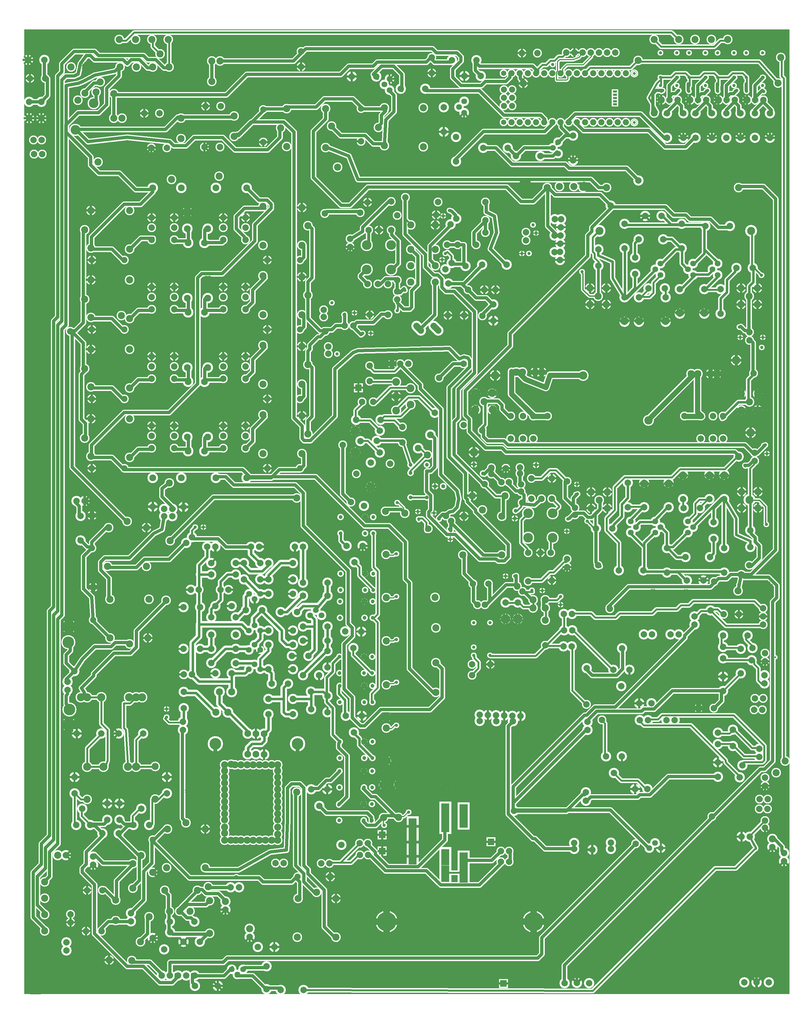
<source format=gbr>
%FSLAX34Y34*%
%MOMM*%
%LNCOPPER_BOTTOM*%
G71*
G01*
%ADD10C,3.200*%
%ADD11C,3.000*%
%ADD12C,1.600*%
%ADD13C,3.000*%
%ADD14C,2.800*%
%ADD15C,4.700*%
%ADD16C,1.400*%
%ADD17C,1.800*%
%ADD18C,1.200*%
%ADD19C,3.700*%
%ADD20C,7.800*%
%ADD21C,3.400*%
%ADD22C,3.100*%
%ADD23C,2.800*%
%ADD24C,2.800*%
%ADD25C,2.400*%
%ADD26C,2.800*%
%ADD27C,2.600*%
%ADD28C,1.700*%
%ADD29C,1.800*%
%ADD30C,3.200*%
%ADD31C,3.800*%
%ADD32C,3.000*%
%ADD33C,3.200*%
%ADD34C,2.000*%
%ADD35C,1.800*%
%ADD36C,3.300*%
%ADD37C,2.900*%
%ADD38C,2.700*%
%ADD39C,3.000*%
%ADD40C,4.800*%
%ADD41C,3.300*%
%ADD42C,3.400*%
%ADD43C,2.000*%
%ADD44C,2.600*%
%ADD45C,1.900*%
%ADD46C,1.990*%
%ADD47C,1.800*%
%ADD48C,3.300*%
%ADD49C,6.800*%
%ADD50C,1.300*%
%ADD51C,4.400*%
%ADD52C,4.200*%
%ADD53C,5.200*%
%ADD54C,2.100*%
%ADD55C,0.800*%
%ADD56R,2.070X1.435*%
%ADD57C,2.700*%
%ADD58C,2.450*%
%ADD59C,1.100*%
%ADD60C,4.800*%
%ADD61C,1.140*%
%ADD62C,1.400*%
%ADD63C,0.733*%
%ADD64C,0.667*%
%ADD65C,3.345*%
%ADD66C,0.813*%
%ADD67C,6.067*%
%ADD68C,6.860*%
%ADD69C,1.403*%
%ADD70C,1.723*%
%ADD71C,1.380*%
%ADD72C,1.427*%
%ADD73C,1.033*%
%ADD74C,1.180*%
%ADD75C,1.220*%
%ADD76C,0.680*%
%ADD77C,0.767*%
%ADD78C,1.264*%
%ADD79C,1.507*%
%ADD80C,1.687*%
%ADD81C,1.447*%
%ADD82C,2.100*%
%ADD83C,1.967*%
%ADD84C,0.700*%
%ADD85C,0.804*%
%ADD86C,0.672*%
%ADD87C,0.960*%
%ADD88C,2.017*%
%ADD89C,0.333*%
%ADD90C,2.748*%
%ADD91C,2.973*%
%ADD92C,0.833*%
%ADD93C,2.200*%
%ADD94C,2.134*%
%ADD95C,3.717*%
%ADD96C,0.433*%
%ADD97C,0.600*%
%ADD98C,3.419*%
%ADD99C,0.867*%
%ADD100C,0.400*%
%ADD101C,1.527*%
%ADD102C,2.000*%
%ADD103C,1.800*%
%ADD104C,2.200*%
%ADD105C,4.500*%
%ADD106C,1.000*%
%ADD107C,2.500*%
%ADD108C,7.000*%
%ADD109C,2.600*%
%ADD110C,2.300*%
%ADD111C,2.000*%
%ADD112C,2.000*%
%ADD113C,0.900*%
%ADD114C,1.000*%
%ADD115C,3.000*%
%ADD116C,2.200*%
%ADD117C,2.400*%
%ADD118C,1.200*%
%ADD119C,1.000*%
%ADD120C,2.100*%
%ADD121C,1.900*%
%ADD122C,2.200*%
%ADD123C,3.600*%
%ADD124C,2.100*%
%ADD125C,2.200*%
%ADD126C,1.500*%
%ADD127C,0.790*%
%ADD128C,1.000*%
%ADD129C,6.000*%
%ADD130C,0.500*%
%ADD131C,3.600*%
%ADD132C,4.000*%
%ADD133C,5.000*%
%ADD134C,1.300*%
%ADD135C,0.000*%
%ADD136R,1.270X0.635*%
%ADD137C,1.900*%
%ADD138C,1.650*%
%ADD139C,0.300*%
%ADD140C,4.600*%
%ADD141C,0.340*%
%ADD142C,0.600*%
%LPD*%
G36*
X-628650Y2584450D02*
X1751350Y2584450D01*
X1751350Y-415550D01*
X-628650Y-415550D01*
X-628650Y2584450D01*
G37*
%LPC*%
X1238195Y1903521D02*
G54D10*
D03*
X1238245Y1979771D02*
G54D10*
D03*
X1157201Y1900121D02*
G54D10*
D03*
X1157314Y1849140D02*
G54D10*
D03*
X1271501Y1874721D02*
G54D10*
D03*
X1271613Y1823740D02*
G54D10*
D03*
X1238211Y1674921D02*
G54D10*
D03*
X1238261Y1751171D02*
G54D10*
D03*
X1358932Y1931535D02*
G54D10*
D03*
X1282682Y1931585D02*
G54D10*
D03*
X1283891Y1751171D02*
G54D10*
D03*
X1283841Y1674921D02*
G54D10*
D03*
X1415994Y1903520D02*
G54D10*
D03*
X1416044Y1979770D02*
G54D10*
D03*
X1313326Y1779005D02*
G54D10*
D03*
X1410891Y1776571D02*
G54D10*
D03*
X1410841Y1700321D02*
G54D10*
D03*
X1487090Y1776571D02*
G54D10*
D03*
X1487040Y1700321D02*
G54D10*
D03*
X1537890Y1776571D02*
G54D10*
D03*
X1537840Y1700321D02*
G54D10*
D03*
X1637362Y1842616D02*
G54D10*
D03*
X1586382Y1842503D02*
G54D10*
D03*
X1565908Y1973339D02*
G54D10*
D03*
X1489658Y1973389D02*
G54D10*
D03*
X1350566Y1855946D02*
G54D11*
D03*
X1334666Y1838371D02*
G54D11*
D03*
X1350600Y1820755D02*
G54D11*
D03*
X1452166Y1855946D02*
G54D11*
D03*
X1436266Y1838371D02*
G54D11*
D03*
X1452200Y1820755D02*
G54D11*
D03*
X1528366Y1855946D02*
G54D11*
D03*
X1512466Y1838371D02*
G54D11*
D03*
X1528400Y1820755D02*
G54D11*
D03*
G54D12*
X1238261Y1751171D02*
X1239416Y1748096D01*
X1239416Y1900496D01*
X1238195Y1903521D01*
G54D12*
X1416044Y1979770D02*
X1417216Y1976696D01*
X1239416Y1976696D01*
X1238245Y1979771D01*
G54D12*
X1282682Y1931585D02*
X1283866Y1932246D01*
X1271166Y1919546D01*
X1271166Y1875096D01*
X1271501Y1874721D01*
G54D12*
X1238261Y1751171D02*
X1239416Y1748096D01*
X1271166Y1779846D01*
X1271166Y1824296D01*
X1271614Y1823740D01*
G54D12*
X1334666Y1838371D02*
X1334666Y1836996D01*
X1245766Y1748096D01*
X1239416Y1748096D01*
X1238261Y1751171D01*
G54D12*
X1452201Y1820755D02*
X1455316Y1817946D01*
X1410866Y1773496D01*
X1410891Y1776571D01*
G54D12*
X1436266Y1838371D02*
X1436266Y1836996D01*
X1417216Y1856046D01*
X1417216Y1900496D01*
X1415995Y1903520D01*
G54D12*
X1452166Y1855946D02*
X1455316Y1856046D01*
X1487066Y1887796D01*
X1487066Y1970346D01*
X1489658Y1973389D01*
G54D12*
X1415995Y1903520D02*
X1417216Y1900496D01*
X1385466Y1932246D01*
X1360066Y1932246D01*
X1358932Y1931535D01*
G54D12*
X1528366Y1855946D02*
X1531516Y1856046D01*
X1487066Y1900496D01*
X1487066Y1970346D01*
X1489658Y1973389D01*
G54D12*
X1586382Y1842503D02*
X1588666Y1843346D01*
X1582316Y1836996D01*
X1582316Y1830646D01*
X1556916Y1805246D01*
X1556916Y1767146D01*
X1537866Y1748096D01*
X1537866Y1697296D01*
X1537840Y1700321D01*
G54D12*
X1528400Y1820755D02*
X1531516Y1817946D01*
X1487066Y1773496D01*
X1487090Y1776571D01*
G54D12*
X1350566Y1855946D02*
X1353716Y1856046D01*
X1398166Y1900496D01*
X1417216Y1900496D01*
X1415995Y1903520D01*
G54D12*
X1489658Y1973389D02*
X1487066Y1970346D01*
X1480716Y1976696D01*
X1417216Y1976696D01*
X1416044Y1979770D01*
X1131466Y1779846D02*
G54D13*
D03*
X1182266Y1779846D02*
G54D13*
D03*
X1156866Y1754446D02*
G54D13*
D03*
X1182266Y1729046D02*
G54D13*
D03*
X1131466Y1729046D02*
G54D13*
D03*
X1601366Y1779846D02*
G54D13*
D03*
X1652166Y1779846D02*
G54D13*
D03*
X1626766Y1754446D02*
G54D13*
D03*
X1652166Y1729046D02*
G54D13*
D03*
X1601366Y1729046D02*
G54D13*
D03*
G54D12*
X1156866Y1754446D02*
X1156866Y1849696D01*
X1157314Y1849140D01*
G54D12*
X1238261Y1751171D02*
X1239416Y1748096D01*
X1201316Y1811596D01*
X1201316Y1862396D01*
X1156866Y1881446D01*
X1156866Y1900496D01*
X1157202Y1900121D01*
G54D12*
X1625972Y1754446D02*
X1625972Y1786196D01*
X1638672Y1798896D01*
X1638672Y1843346D01*
X1636569Y1842615D01*
X1302892Y2004155D02*
G54D10*
D03*
X1353872Y2004268D02*
G54D10*
D03*
G54D12*
X1512466Y1838371D02*
X1512466Y1835396D01*
X1499766Y1822696D01*
X1455316Y1822696D01*
X1452201Y1820755D01*
X1238211Y1674921D02*
G54D14*
D03*
X1283841Y1674921D02*
G54D14*
D03*
X1410841Y1700321D02*
G54D14*
D03*
X1487040Y1700321D02*
G54D14*
D03*
X1238211Y1674921D02*
G54D14*
D03*
X1113790Y2034540D02*
G54D15*
D03*
X1364126Y1779005D02*
G54D10*
D03*
X1366441Y1751171D02*
G54D10*
D03*
X1366391Y1674921D02*
G54D10*
D03*
G54D16*
X1350601Y1820755D02*
X1353716Y1822696D01*
X1328316Y1797296D01*
X1328316Y1765546D01*
X1315616Y1752846D01*
X1283866Y1752846D01*
X1283891Y1751171D01*
G54D16*
X1313326Y1779005D02*
X1315616Y1778246D01*
X1290216Y1752846D01*
X1283866Y1752846D01*
X1283891Y1751171D01*
G54D16*
X1366441Y1751171D02*
X1366416Y1752846D01*
X1366416Y1778246D01*
X1364126Y1779005D01*
G54D12*
X1353872Y2004268D02*
X1356916Y2003646D01*
X1382316Y1978246D01*
X1414066Y1978246D01*
X1416044Y1979770D01*
X1195441Y2036321D02*
G54D10*
D03*
G54D16*
X1537890Y1776571D02*
X1539266Y1775146D01*
X1489266Y1775146D01*
X1487090Y1776571D01*
X1106666Y1830546D02*
G54D17*
D03*
G54D18*
X1106666Y1830546D02*
X1104266Y1830146D01*
X1109266Y1825146D01*
X1109266Y1775146D01*
X1129266Y1755146D01*
X1159266Y1755146D01*
X1156866Y1754446D01*
X1283841Y1674921D02*
G54D14*
D03*
X1366391Y1674921D02*
G54D14*
D03*
X1410841Y1700321D02*
G54D14*
D03*
X1487040Y1700321D02*
G54D14*
D03*
X1673622Y2033746D02*
G54D15*
D03*
X1113790Y1675764D02*
G54D15*
D03*
X1672986Y1677352D02*
G54D15*
D03*
X1163816Y1957546D02*
G54D17*
D03*
X1160640Y1957546D02*
G54D19*
D03*
G54D16*
X1160640Y1957546D02*
X1158478Y1956752D01*
X1139428Y1937702D01*
X1139428Y1893252D01*
X1145778Y1886902D01*
X1145778Y1874202D01*
X1158478Y1861502D01*
X1158478Y1753552D01*
X1156866Y1754446D01*
X1632365Y1957546D02*
G54D19*
D03*
G54D16*
X1627365Y1957546D02*
X1628378Y1956752D01*
X1634728Y1950402D01*
X1634728Y1842452D01*
X1637362Y1842616D01*
X1246416Y1368305D02*
G54D20*
D03*
X1176566Y1508006D02*
G54D20*
D03*
X1109891Y1508005D02*
G54D21*
D03*
X1313091Y1368305D02*
G54D21*
D03*
X901016Y1518105D02*
G54D22*
D03*
X981016Y1518105D02*
G54D23*
D03*
X1446016Y1513105D02*
G54D23*
D03*
X1526016Y1513105D02*
G54D23*
D03*
X981016Y1518105D02*
G54D22*
D03*
X1446016Y1513105D02*
G54D22*
D03*
X1526016Y1513105D02*
G54D13*
D03*
X921016Y1518105D02*
G54D22*
D03*
X961016Y1518105D02*
G54D22*
D03*
X1466016Y1513106D02*
G54D22*
D03*
X1506016Y1513105D02*
G54D22*
D03*
X776591Y1401775D02*
G54D13*
D03*
X776591Y1452575D02*
G54D13*
D03*
X801991Y1427175D02*
G54D13*
D03*
X827391Y1452576D02*
G54D13*
D03*
X827391Y1401775D02*
G54D13*
D03*
X776591Y1400505D02*
G54D24*
D03*
X827391Y1400505D02*
G54D14*
D03*
X1602091Y1400505D02*
G54D13*
D03*
X1602091Y1451305D02*
G54D13*
D03*
X1627491Y1425905D02*
G54D13*
D03*
X1652891Y1451305D02*
G54D13*
D03*
X1652891Y1400505D02*
G54D13*
D03*
X1602091Y1400505D02*
G54D24*
D03*
X1652891Y1400505D02*
G54D14*
D03*
G54D25*
X901016Y1518105D02*
X905216Y1521806D01*
X930616Y1496405D01*
X994116Y1471006D01*
X1006816Y1509105D01*
X1108416Y1509105D01*
X1109891Y1508005D01*
G54D25*
X1446016Y1513105D02*
X1451316Y1509105D01*
X1311616Y1369405D01*
X1313091Y1368305D01*
X1475548Y1311868D02*
G54D26*
D03*
X1475548Y1381718D02*
G54D26*
D03*
X1545398Y1311868D02*
G54D26*
D03*
X1545398Y1381718D02*
G54D26*
D03*
X1513648Y1381718D02*
G54D26*
D03*
X1513648Y1311868D02*
G54D26*
D03*
X1545399Y1311868D02*
G54D14*
D03*
X1545399Y1381718D02*
G54D14*
D03*
X884998Y1311868D02*
G54D26*
D03*
X884998Y1381718D02*
G54D26*
D03*
X954848Y1311868D02*
G54D26*
D03*
X954848Y1381718D02*
G54D26*
D03*
X923098Y1381718D02*
G54D26*
D03*
X923098Y1311868D02*
G54D26*
D03*
X954849Y1311868D02*
G54D14*
D03*
X954849Y1381718D02*
G54D14*
D03*
G54D25*
X954849Y1381718D02*
X957491Y1381005D01*
X887641Y1450855D01*
X887641Y1520705D01*
X888316Y1518105D01*
X1526016Y1513105D02*
G54D22*
D03*
X999299Y1381718D02*
G54D24*
D03*
G54D25*
X992949Y1381718D02*
X995591Y1381005D01*
X957491Y1381005D01*
X954849Y1381718D01*
X1424749Y1381718D02*
G54D24*
D03*
G54D25*
X1424749Y1381718D02*
X1427391Y1381005D01*
X1478191Y1381006D01*
X1475549Y1381718D01*
G54D12*
X1545399Y1375368D02*
X1541691Y1374655D01*
X1592491Y1425456D01*
X1630591Y1425455D01*
X1627491Y1419555D01*
G54D25*
X1475549Y1381718D02*
X1478191Y1381006D01*
X1465491Y1393705D01*
X1465491Y1508005D01*
X1466016Y1513106D01*
X1640291Y1514830D02*
G54D24*
D03*
X795741Y1337030D02*
G54D24*
D03*
G54D12*
X795741Y1337030D02*
X792391Y1342905D01*
X805091Y1355605D01*
X805091Y1431805D01*
X801991Y1425905D01*
G54D12*
X1633941Y1514830D02*
X1636941Y1520705D01*
X1636941Y1508006D01*
X1624241Y1495305D01*
X1624241Y1431806D01*
X1621141Y1425905D01*
X776591Y1451305D02*
G54D14*
D03*
X827391Y1451306D02*
G54D14*
D03*
X1602091Y1451305D02*
G54D14*
D03*
X1652891Y1451305D02*
G54D14*
D03*
X1652891Y1400505D02*
G54D14*
D03*
X1113790Y1197927D02*
G54D15*
D03*
X1673622Y1197134D02*
G54D15*
D03*
X1113790Y839152D02*
G54D15*
D03*
X1672986Y840740D02*
G54D15*
D03*
X1627365Y1120934D02*
G54D19*
D03*
X512966Y1838006D02*
G54D27*
D03*
X512966Y1914206D02*
G54D27*
D03*
X436766Y1838006D02*
G54D27*
D03*
X512966Y1838006D02*
G54D27*
D03*
X436766Y1914206D02*
G54D27*
D03*
X436766Y1838006D02*
G54D27*
D03*
X512966Y1914206D02*
G54D27*
D03*
X436766Y1914206D02*
G54D27*
D03*
X512878Y2049229D02*
G54D26*
D03*
X512878Y1960329D02*
G54D26*
D03*
X474778Y1960329D02*
G54D26*
D03*
X443028Y1960329D02*
G54D26*
D03*
X503234Y1697439D02*
G54D26*
D03*
X439735Y1792689D02*
G54D26*
D03*
X471484Y1792689D02*
G54D26*
D03*
X503234Y1792689D02*
G54D26*
D03*
G54D28*
X443028Y1960329D02*
X443116Y1958656D01*
X443116Y1920556D01*
X436766Y1914206D01*
G54D29*
X436766Y1838006D02*
X417716Y1818956D01*
X417716Y1814708D01*
X439735Y1792689D01*
G54D29*
X392754Y1936879D02*
X424504Y1955929D01*
X424504Y1968629D01*
X507054Y2051179D01*
X506528Y2049229D01*
X531717Y1804978D02*
G54D26*
D03*
G54D29*
X531718Y1804978D02*
X534591Y1802765D01*
X528241Y1809115D01*
X496491Y1809115D01*
X477441Y1790065D01*
X471091Y1790065D01*
X471485Y1792689D01*
X439734Y2046689D02*
G54D26*
D03*
X557328Y2061929D02*
G54D26*
D03*
X719756Y1914240D02*
G54D26*
D03*
X776906Y1914240D02*
G54D26*
D03*
X805606Y1990440D02*
G54D26*
D03*
X805606Y2047590D02*
G54D26*
D03*
X744556Y1848616D02*
G54D10*
D03*
X690604Y1794734D02*
G54D10*
D03*
X744556Y1848616D02*
G54D14*
D03*
X872332Y1852668D02*
G54D10*
D03*
X796082Y1852718D02*
G54D10*
D03*
X872332Y1852668D02*
G54D14*
D03*
X751506Y1774540D02*
G54D26*
D03*
X802306Y1774540D02*
G54D26*
D03*
G54D29*
X796082Y1852718D02*
X796006Y1850740D01*
X738856Y1793590D01*
X688056Y1793590D01*
X690604Y1794734D01*
G54D29*
X751506Y1774540D02*
X751556Y1774540D01*
X732506Y1793590D01*
X688056Y1793590D01*
X690604Y1794734D01*
G54D29*
X744556Y1848616D02*
X745206Y1850740D01*
X738856Y1857090D01*
X738856Y1914240D01*
X719756Y1914240D01*
X802306Y1774540D02*
G54D26*
D03*
X830913Y1678434D02*
G54D10*
D03*
X830801Y1729414D02*
G54D10*
D03*
X830913Y1678434D02*
G54D10*
D03*
G54D29*
X830801Y1729414D02*
X827756Y1730090D01*
X808706Y1749140D01*
X776956Y1749140D01*
X751556Y1774540D01*
X751506Y1774540D01*
G54D29*
X805606Y1990440D02*
X808706Y1990440D01*
X770606Y1952340D01*
X770606Y1914240D01*
X770556Y1914240D01*
G54D29*
X872332Y1852668D02*
X872206Y1850740D01*
X821406Y1901540D01*
X840406Y1952340D01*
X834106Y2003140D01*
X808706Y2015840D01*
X808706Y2041240D01*
X805606Y2041240D01*
X805606Y1952340D02*
G54D26*
D03*
G54D29*
X805606Y1952340D02*
X805606Y1990440D01*
X837356Y1774540D02*
G54D26*
D03*
X686736Y1914240D02*
G54D26*
D03*
G54D29*
X686736Y1914240D02*
X688006Y1914240D01*
X726106Y1914240D01*
X719756Y1914240D01*
X697656Y1977740D02*
G54D26*
D03*
X573960Y1976244D02*
G54D13*
D03*
X650160Y1976244D02*
G54D13*
D03*
X573960Y1900044D02*
G54D13*
D03*
X573960Y1849244D02*
G54D13*
D03*
X573960Y1798444D02*
G54D13*
D03*
X650160Y1900044D02*
G54D13*
D03*
X650160Y1849244D02*
G54D13*
D03*
X650160Y1798444D02*
G54D13*
D03*
X650160Y1976244D02*
G54D26*
D03*
X796411Y1693441D02*
G54D26*
D03*
X740191Y1695686D02*
G54D26*
D03*
X740191Y1695686D02*
G54D26*
D03*
X689391Y1695686D02*
G54D26*
D03*
G54D16*
X573961Y1976244D02*
X576905Y1974979D01*
X557855Y1994029D01*
X557855Y2063879D01*
X557328Y2061929D01*
G54D29*
X573961Y1900045D02*
X576905Y1898779D01*
X595955Y1879729D01*
X595955Y1790829D01*
X576905Y1771779D01*
X576905Y1720979D01*
X570555Y1714629D01*
X551505Y1714629D01*
X532455Y1733679D01*
X531928Y1747604D01*
G54D29*
X650161Y1849245D02*
X653105Y1847979D01*
X634055Y1867029D01*
X634055Y1911479D01*
X697555Y1974979D01*
X697656Y1977739D01*
G54D30*
X659575Y1647964D02*
X645433Y1662106D01*
G54D30*
X605600Y1647964D02*
X591458Y1662106D01*
X385366Y1932940D02*
G54D24*
D03*
X385366Y1907540D02*
G54D24*
D03*
X658416Y2047240D02*
G54D24*
D03*
X436766Y1914206D02*
G54D31*
D03*
X436766Y1838006D02*
G54D31*
D03*
X512966Y1838006D02*
G54D31*
D03*
X512966Y1914206D02*
G54D31*
D03*
G54D29*
X512966Y1838006D02*
X514826Y1837090D01*
X533876Y1856140D01*
X533876Y1925990D01*
X514826Y1945040D01*
X514826Y1957740D01*
X512878Y1960329D01*
G54D29*
X601704Y1655035D02*
X603726Y1652940D01*
X648176Y1697390D01*
X648176Y1798990D01*
X650161Y1798445D01*
X939044Y1079804D02*
G54D27*
D03*
X939044Y1003604D02*
G54D27*
D03*
X1015244Y1079804D02*
G54D27*
D03*
X939044Y1079804D02*
G54D27*
D03*
X1015244Y1003604D02*
G54D27*
D03*
X1015244Y1079804D02*
G54D27*
D03*
X939044Y1003604D02*
G54D27*
D03*
X1015244Y1003604D02*
G54D27*
D03*
X939132Y868581D02*
G54D26*
D03*
X939132Y957481D02*
G54D26*
D03*
X977232Y957481D02*
G54D26*
D03*
X1008982Y957481D02*
G54D26*
D03*
X1012276Y1188621D02*
G54D26*
D03*
X948776Y1188621D02*
G54D26*
D03*
X1012275Y1125121D02*
G54D26*
D03*
X980526Y1125121D02*
G54D26*
D03*
X948776Y1125121D02*
G54D26*
D03*
G54D16*
X1008982Y957481D02*
X1008894Y959154D01*
X1008894Y997254D01*
X1015245Y1003604D01*
G54D16*
X1015244Y1079804D02*
X1034295Y1098854D01*
X1034294Y1103102D01*
X1012275Y1125121D01*
X920293Y1112832D02*
G54D26*
D03*
G54D29*
X920292Y1112832D02*
X917419Y1115045D01*
X923769Y1108695D01*
X958694Y1105520D01*
X980526Y1125121D01*
X980920Y1127745D01*
X980526Y1125121D01*
X1012276Y871121D02*
G54D26*
D03*
X1060294Y911845D02*
G54D24*
D03*
X1060294Y937245D02*
G54D24*
D03*
X1060294Y1178545D02*
G54D24*
D03*
G54D16*
X1060294Y937245D02*
X1063075Y934621D01*
X1056725Y928271D01*
X1050375Y928271D01*
X1018625Y896521D01*
X1005925Y896521D01*
X980525Y871121D01*
X936075Y871121D01*
X939132Y868581D01*
G54D16*
X1060294Y1178545D02*
X1063076Y1175921D01*
X1024975Y1214021D01*
X1005926Y1214021D01*
X980525Y1188621D01*
X948775Y1188621D01*
X1015244Y1003604D02*
G54D31*
D03*
X1015244Y1079804D02*
G54D31*
D03*
X939044Y1079804D02*
G54D31*
D03*
X939044Y1003604D02*
G54D31*
D03*
G54D16*
X939044Y1079804D02*
X936469Y1076945D01*
X917420Y1057895D01*
X917419Y988045D01*
X936469Y968995D01*
X936469Y956295D01*
X939132Y957481D01*
X736036Y950223D02*
G54D13*
D03*
X739210Y1070873D02*
G54D13*
D03*
X856686Y950223D02*
G54D13*
D03*
X856686Y1070873D02*
G54D13*
D03*
X796361Y1090336D02*
G54D13*
D03*
X739210Y1070873D02*
G54D32*
D03*
X765057Y1134454D02*
G54D13*
D03*
X866657Y1134454D02*
G54D13*
D03*
X953957Y810314D02*
G54D13*
D03*
X953957Y784914D02*
G54D13*
D03*
X992057Y784914D02*
G54D13*
D03*
X992057Y746814D02*
G54D13*
D03*
X906552Y802308D02*
G54D10*
D03*
X906665Y751328D02*
G54D10*
D03*
X906552Y802308D02*
G54D26*
D03*
X906664Y751327D02*
G54D26*
D03*
G54D16*
X953957Y784914D02*
X954791Y785933D01*
X954791Y811332D01*
X953957Y810314D01*
G54D16*
X906552Y802308D02*
X910735Y801257D01*
X923435Y788556D01*
X948835Y788556D01*
X953957Y784914D01*
X868452Y802308D02*
G54D10*
D03*
X868564Y751328D02*
G54D10*
D03*
X868452Y802308D02*
G54D26*
D03*
X868564Y751327D02*
G54D26*
D03*
G54D16*
X868452Y802308D02*
X872635Y801257D01*
X910735Y801257D01*
X906552Y802308D01*
X992057Y810314D02*
G54D13*
D03*
G54D29*
X992057Y810314D02*
X986935Y813957D01*
X986935Y788556D01*
X992057Y784914D01*
X803024Y1170264D02*
G54D26*
D03*
X765057Y1134454D02*
G54D13*
D03*
G54D16*
X803023Y1170264D02*
X806053Y1170940D01*
X806053Y1164590D01*
X837803Y1132840D01*
X869553Y1132840D01*
X866657Y1134454D01*
X573015Y1468753D02*
G54D33*
D03*
X573015Y1417953D02*
G54D33*
D03*
X528565Y1443354D02*
G54D33*
D03*
X528565Y1398903D02*
G54D33*
D03*
X528565Y1487803D02*
G54D33*
D03*
X541265Y1544953D02*
G54D26*
D03*
X515865Y1544953D02*
G54D26*
D03*
X566665Y1544953D02*
G54D26*
D03*
X480180Y1370328D02*
G54D10*
D03*
X403930Y1370378D02*
G54D10*
D03*
X401238Y1336068D02*
G54D10*
D03*
X477488Y1336018D02*
G54D10*
D03*
X417172Y1304592D02*
G54D10*
D03*
X468152Y1304704D02*
G54D10*
D03*
X446015Y1538691D02*
G54D26*
D03*
X446015Y1490891D02*
G54D26*
D03*
X449625Y1237066D02*
G54D10*
D03*
X449575Y1160816D02*
G54D10*
D03*
X509515Y1186004D02*
G54D26*
D03*
X509515Y1233803D02*
G54D26*
D03*
X422071Y1425847D02*
G54D26*
D03*
X457171Y1425848D02*
G54D26*
D03*
X547615Y1300303D02*
G54D26*
D03*
X547615Y1348104D02*
G54D26*
D03*
X401293Y1268421D02*
G54D10*
D03*
X477543Y1268371D02*
G54D10*
D03*
X648490Y1391998D02*
G54D10*
D03*
X401238Y1336068D02*
G54D26*
D03*
X401293Y1268422D02*
G54D26*
D03*
X509515Y1186004D02*
G54D26*
D03*
X449575Y1160816D02*
G54D26*
D03*
G54D16*
X446015Y1532341D02*
X446715Y1533523D01*
X459415Y1520824D01*
X522915Y1520823D01*
X541965Y1539874D01*
X541965Y1546224D01*
X541265Y1544953D01*
G54D16*
X446015Y1497241D02*
X446715Y1495424D01*
X453065Y1489074D01*
X529265Y1489074D01*
X528565Y1487803D01*
G54D16*
X463521Y1425848D02*
X465765Y1425574D01*
X510215Y1470024D01*
X573715Y1470023D01*
X573015Y1468753D01*
G54D16*
X480180Y1370328D02*
X478465Y1368423D01*
X491165Y1381124D01*
X541965Y1381124D01*
X573715Y1412873D01*
X573715Y1419224D01*
X573015Y1417953D01*
G54D16*
X428421Y1425847D02*
X427665Y1425574D01*
X402265Y1400173D01*
X402265Y1368424D01*
X403930Y1370378D01*
G54D16*
X477488Y1336018D02*
X478465Y1336674D01*
X446715Y1368424D01*
X402265Y1368424D01*
X403930Y1370378D01*
G54D16*
X547615Y1341754D02*
X548315Y1343024D01*
X522915Y1368424D01*
X478465Y1368423D01*
X480180Y1370328D01*
G54D16*
X547615Y1306653D02*
X548315Y1304923D01*
X465765Y1304923D01*
X468152Y1304704D01*
G54D16*
X477543Y1268371D02*
X478465Y1266823D01*
X440365Y1304923D01*
X414965Y1304923D01*
X417172Y1304592D01*
G36*
X424965Y1484023D02*
X424965Y1456023D01*
X396965Y1456023D01*
X396965Y1484023D01*
X424965Y1484023D01*
G37*
X623815Y1230542D02*
G54D34*
D03*
X623815Y1205142D02*
G54D35*
D03*
X573015Y1230541D02*
G54D35*
D03*
X573015Y1205141D02*
G54D34*
D03*
X623815Y1128941D02*
G54D35*
D03*
X573015Y1128941D02*
G54D35*
D03*
X625847Y1261307D02*
G54D13*
D03*
G54D16*
X573015Y1230541D02*
X547615Y1306741D01*
X465065Y1306742D01*
X468152Y1304704D01*
G54D16*
X648490Y1391998D02*
X649215Y1389291D01*
X598415Y1440092D01*
X566665Y1440091D01*
X528565Y1401991D01*
X528565Y1398903D01*
X628011Y1031333D02*
G54D24*
D03*
G54D16*
X573015Y1128941D02*
X623815Y1128941D01*
X573015Y1230541D02*
G54D34*
D03*
X623815Y1128941D02*
G54D34*
D03*
X573015Y1128941D02*
G54D34*
D03*
X1673566Y550483D02*
G54D10*
D03*
X1673566Y575983D02*
G54D10*
D03*
X-161976Y1281854D02*
G54D26*
D03*
X-231826Y1281854D02*
G54D26*
D03*
X-161976Y1351704D02*
G54D26*
D03*
X-231826Y1351704D02*
G54D26*
D03*
X-231826Y1319954D02*
G54D26*
D03*
X-161976Y1319954D02*
G54D26*
D03*
X-118568Y1273083D02*
G54D36*
D03*
X-67586Y1273195D02*
G54D36*
D03*
X60274Y1281854D02*
G54D26*
D03*
X-9576Y1281854D02*
G54D26*
D03*
X60274Y1351704D02*
G54D26*
D03*
X-9576Y1351704D02*
G54D26*
D03*
X-9576Y1319954D02*
G54D26*
D03*
X60274Y1319954D02*
G54D26*
D03*
X-57503Y1317181D02*
G54D10*
D03*
X-57616Y1368161D02*
G54D10*
D03*
X-121003Y1317181D02*
G54D10*
D03*
X-121116Y1368161D02*
G54D10*
D03*
G54D29*
X-57503Y1317181D02*
X-60376Y1319954D01*
X-66726Y1313604D01*
X-66726Y1275504D01*
X-67586Y1273195D01*
G54D29*
X-121003Y1317181D02*
X-123876Y1319954D01*
X-117526Y1313604D01*
X-117526Y1275504D01*
X-118567Y1273083D01*
X60274Y1351704D02*
G54D14*
D03*
X-9576Y1351704D02*
G54D14*
D03*
X-57616Y1368162D02*
G54D37*
D03*
X-121116Y1368162D02*
G54D14*
D03*
X-161976Y1351704D02*
G54D14*
D03*
X-231826Y1351704D02*
G54D14*
D03*
X-121003Y1317181D02*
G54D36*
D03*
X-121116Y1368161D02*
G54D36*
D03*
X-57616Y1368161D02*
G54D36*
D03*
X-57503Y1317181D02*
G54D36*
D03*
X114487Y1386146D02*
G54D13*
D03*
X235137Y1382972D02*
G54D13*
D03*
X114487Y1265496D02*
G54D13*
D03*
X235137Y1265496D02*
G54D13*
D03*
X253950Y1325821D02*
G54D13*
D03*
X127994Y1219216D02*
G54D38*
D03*
X229594Y1219217D02*
G54D38*
D03*
X235137Y1382972D02*
G54D13*
D03*
X-300508Y1253408D02*
G54D13*
D03*
X-421158Y1256582D02*
G54D13*
D03*
X-300508Y1374058D02*
G54D13*
D03*
X-421158Y1374058D02*
G54D13*
D03*
X-439970Y1313733D02*
G54D13*
D03*
X-421157Y1256582D02*
G54D13*
D03*
X-421158Y1374058D02*
G54D13*
D03*
X-418106Y1219216D02*
G54D38*
D03*
X-316506Y1219217D02*
G54D38*
D03*
X127994Y1219216D02*
G54D26*
D03*
X-418106Y1219216D02*
G54D26*
D03*
G54D29*
X229594Y1219216D02*
X228247Y1215580D01*
X240947Y1228280D01*
X240947Y1266380D01*
X235137Y1265496D01*
G54D29*
X-9576Y1281854D02*
X-13053Y1279080D01*
X-63853Y1279080D01*
X-67586Y1273196D01*
G54D29*
X-118567Y1273084D02*
X-114653Y1279080D01*
X-165453Y1279080D01*
X-161976Y1281854D01*
G54D29*
X-316506Y1219216D02*
X-317853Y1215580D01*
X-355953Y1253680D01*
X-419453Y1253680D01*
X-421157Y1256582D01*
X-161976Y1497754D02*
G54D26*
D03*
X-231826Y1497754D02*
G54D26*
D03*
X-161976Y1567604D02*
G54D26*
D03*
X-231826Y1567604D02*
G54D26*
D03*
X-231826Y1535854D02*
G54D26*
D03*
X-161976Y1535854D02*
G54D26*
D03*
X-118568Y1488983D02*
G54D36*
D03*
X-67586Y1489095D02*
G54D36*
D03*
X60274Y1497754D02*
G54D26*
D03*
X-9576Y1497754D02*
G54D26*
D03*
X60274Y1567604D02*
G54D26*
D03*
X-9576Y1567604D02*
G54D26*
D03*
X-9576Y1535854D02*
G54D26*
D03*
X60274Y1535854D02*
G54D26*
D03*
X-57503Y1533081D02*
G54D10*
D03*
X-57616Y1584062D02*
G54D10*
D03*
X-121003Y1533081D02*
G54D10*
D03*
X-121116Y1584061D02*
G54D10*
D03*
G54D29*
X-57503Y1533081D02*
X-60376Y1535854D01*
X-66726Y1529504D01*
X-66726Y1491404D01*
X-67586Y1489095D01*
G54D29*
X-121003Y1533081D02*
X-123876Y1535854D01*
X-117526Y1529504D01*
X-117526Y1491404D01*
X-118567Y1488983D01*
X60274Y1567604D02*
G54D14*
D03*
X-9576Y1567604D02*
G54D14*
D03*
X-57616Y1584062D02*
G54D37*
D03*
X-121116Y1584062D02*
G54D14*
D03*
X-161976Y1567604D02*
G54D14*
D03*
X-231826Y1567604D02*
G54D14*
D03*
X-121003Y1533081D02*
G54D36*
D03*
X-121116Y1584061D02*
G54D36*
D03*
X-57616Y1584062D02*
G54D36*
D03*
X-57503Y1533081D02*
G54D36*
D03*
X114487Y1602046D02*
G54D13*
D03*
X235137Y1598872D02*
G54D13*
D03*
X114487Y1481396D02*
G54D13*
D03*
X235137Y1481396D02*
G54D13*
D03*
X253950Y1541721D02*
G54D13*
D03*
X127994Y1435116D02*
G54D38*
D03*
X229594Y1435117D02*
G54D38*
D03*
X235137Y1598872D02*
G54D13*
D03*
X-300508Y1469308D02*
G54D13*
D03*
X-421158Y1472482D02*
G54D13*
D03*
X-300508Y1589958D02*
G54D13*
D03*
X-421158Y1589958D02*
G54D13*
D03*
X-439970Y1529633D02*
G54D13*
D03*
X-421157Y1472481D02*
G54D13*
D03*
X-421158Y1589958D02*
G54D13*
D03*
X-418106Y1435116D02*
G54D38*
D03*
X-316506Y1435117D02*
G54D38*
D03*
X127994Y1435116D02*
G54D26*
D03*
X-418106Y1435116D02*
G54D26*
D03*
G54D29*
X229594Y1435116D02*
X228247Y1431480D01*
X240947Y1444180D01*
X240947Y1482280D01*
X235137Y1481396D01*
G54D29*
X-9576Y1497754D02*
X-13053Y1494980D01*
X-63853Y1494980D01*
X-67586Y1489095D01*
G54D29*
X-118567Y1488983D02*
X-114653Y1494980D01*
X-165453Y1494980D01*
X-161976Y1497754D01*
G54D29*
X-316506Y1435116D02*
X-317853Y1431480D01*
X-355953Y1469580D01*
X-419453Y1469580D01*
X-421157Y1472481D01*
X-161976Y1713654D02*
G54D26*
D03*
X-231826Y1713654D02*
G54D26*
D03*
X-161976Y1783504D02*
G54D26*
D03*
X-231826Y1783504D02*
G54D26*
D03*
X-231826Y1751754D02*
G54D26*
D03*
X-161976Y1751754D02*
G54D26*
D03*
X-118568Y1704883D02*
G54D36*
D03*
X-67586Y1704995D02*
G54D36*
D03*
X60274Y1713654D02*
G54D26*
D03*
X-9576Y1713654D02*
G54D26*
D03*
X60274Y1783504D02*
G54D26*
D03*
X-9576Y1783504D02*
G54D26*
D03*
X-9576Y1751754D02*
G54D26*
D03*
X60274Y1751754D02*
G54D26*
D03*
X-57503Y1748981D02*
G54D10*
D03*
X-57616Y1799962D02*
G54D10*
D03*
X-121003Y1748981D02*
G54D10*
D03*
X-121116Y1799962D02*
G54D10*
D03*
G54D29*
X-57503Y1748981D02*
X-60376Y1751754D01*
X-66726Y1745404D01*
X-66726Y1707304D01*
X-67586Y1704995D01*
G54D29*
X-121003Y1748981D02*
X-123876Y1751754D01*
X-117526Y1745404D01*
X-117526Y1707304D01*
X-118567Y1704883D01*
X60274Y1783504D02*
G54D14*
D03*
X-9576Y1783504D02*
G54D14*
D03*
X-57616Y1799962D02*
G54D37*
D03*
X-121116Y1799962D02*
G54D14*
D03*
X-161976Y1783504D02*
G54D14*
D03*
X-231826Y1783504D02*
G54D14*
D03*
X-121003Y1748981D02*
G54D36*
D03*
X-121116Y1799962D02*
G54D36*
D03*
X-57616Y1799962D02*
G54D36*
D03*
X-57503Y1748981D02*
G54D36*
D03*
X114487Y1817946D02*
G54D13*
D03*
X235137Y1814772D02*
G54D13*
D03*
X114487Y1697296D02*
G54D13*
D03*
X235137Y1697296D02*
G54D13*
D03*
X253950Y1757621D02*
G54D13*
D03*
X127994Y1651016D02*
G54D38*
D03*
X229594Y1651016D02*
G54D38*
D03*
X235137Y1814772D02*
G54D13*
D03*
X-300508Y1685208D02*
G54D13*
D03*
X-421158Y1688382D02*
G54D13*
D03*
X-300508Y1805858D02*
G54D13*
D03*
X-421158Y1805858D02*
G54D13*
D03*
X-439970Y1745533D02*
G54D13*
D03*
X-421157Y1688382D02*
G54D13*
D03*
X-421158Y1805858D02*
G54D13*
D03*
X-418106Y1651016D02*
G54D38*
D03*
X-316506Y1651016D02*
G54D38*
D03*
X127994Y1651016D02*
G54D26*
D03*
X-418106Y1651016D02*
G54D26*
D03*
G54D29*
X229594Y1651016D02*
X228247Y1647380D01*
X240947Y1660080D01*
X240947Y1698180D01*
X235137Y1697296D01*
G54D29*
X-9576Y1713654D02*
X-13053Y1710880D01*
X-63853Y1710880D01*
X-67586Y1704996D01*
G54D29*
X-118567Y1704883D02*
X-114653Y1710880D01*
X-165453Y1710880D01*
X-161976Y1713654D01*
G54D29*
X-316506Y1651016D02*
X-317853Y1647380D01*
X-355953Y1685480D01*
X-419453Y1685480D01*
X-421157Y1688382D01*
X-161976Y1929554D02*
G54D26*
D03*
X-231826Y1929554D02*
G54D26*
D03*
X-161976Y1999404D02*
G54D26*
D03*
X-231826Y1999404D02*
G54D26*
D03*
X-231826Y1967654D02*
G54D26*
D03*
X-161976Y1967654D02*
G54D26*
D03*
X-118568Y1920783D02*
G54D36*
D03*
X-67586Y1920895D02*
G54D36*
D03*
X60274Y1929554D02*
G54D26*
D03*
X-9576Y1929554D02*
G54D26*
D03*
X60274Y1999404D02*
G54D26*
D03*
X-9576Y1999404D02*
G54D26*
D03*
X-9576Y1967654D02*
G54D26*
D03*
X60274Y1967654D02*
G54D26*
D03*
X-57503Y1964881D02*
G54D10*
D03*
X-57616Y2015862D02*
G54D10*
D03*
X-121003Y1964881D02*
G54D10*
D03*
X-121116Y2015861D02*
G54D10*
D03*
G54D29*
X-57503Y1964881D02*
X-60376Y1967654D01*
X-66726Y1961304D01*
X-66726Y1923204D01*
X-67586Y1920895D01*
G54D29*
X-121003Y1964881D02*
X-123876Y1967654D01*
X-117526Y1961304D01*
X-117526Y1923204D01*
X-118567Y1920783D01*
X60274Y1999404D02*
G54D14*
D03*
X-9576Y1999404D02*
G54D14*
D03*
X-57616Y2015862D02*
G54D37*
D03*
X-121116Y2015862D02*
G54D14*
D03*
X-161976Y1999404D02*
G54D14*
D03*
X-231826Y1999404D02*
G54D14*
D03*
X-121003Y1964881D02*
G54D36*
D03*
X-121116Y2015861D02*
G54D36*
D03*
X-57616Y2015861D02*
G54D36*
D03*
X-57503Y1964881D02*
G54D36*
D03*
X114487Y2033846D02*
G54D13*
D03*
X235137Y2030672D02*
G54D13*
D03*
X114487Y1913196D02*
G54D13*
D03*
X235137Y1913196D02*
G54D13*
D03*
X253950Y1973521D02*
G54D13*
D03*
X127994Y1866916D02*
G54D38*
D03*
X229594Y1866916D02*
G54D38*
D03*
X235137Y2030672D02*
G54D13*
D03*
X-300508Y1901108D02*
G54D13*
D03*
X-421158Y1904282D02*
G54D13*
D03*
X-300508Y2021758D02*
G54D13*
D03*
X-421158Y2021758D02*
G54D13*
D03*
X-439970Y1961433D02*
G54D13*
D03*
X-421157Y1904282D02*
G54D13*
D03*
X-421158Y2021758D02*
G54D13*
D03*
X-418106Y1866916D02*
G54D38*
D03*
X-316506Y1866916D02*
G54D38*
D03*
X127994Y1866916D02*
G54D26*
D03*
X-418106Y1866916D02*
G54D26*
D03*
G54D29*
X229594Y1866916D02*
X228247Y1863280D01*
X240947Y1875980D01*
X240947Y1914080D01*
X235137Y1913196D01*
G54D29*
X-118567Y1920784D02*
X-114653Y1926780D01*
X-165453Y1926780D01*
X-161976Y1929554D01*
G54D29*
X-316506Y1866916D02*
X-317853Y1863280D01*
X-355953Y1901380D01*
X-419453Y1901380D01*
X-421157Y1904282D01*
X63148Y1190181D02*
G54D36*
D03*
X63148Y1190181D02*
G54D36*
D03*
X-32102Y1190181D02*
G54D36*
D03*
X-32102Y1190181D02*
G54D36*
D03*
X-140052Y1190181D02*
G54D36*
D03*
X-140052Y1190181D02*
G54D36*
D03*
X-228952Y1190181D02*
G54D36*
D03*
X-228952Y1190181D02*
G54D36*
D03*
G54D29*
X63148Y1190182D02*
X63147Y1190180D01*
X139347Y1190180D01*
X164747Y1215580D01*
X228247Y1215580D01*
X229594Y1219216D01*
G54D29*
X-316506Y1219216D02*
X-317853Y1215580D01*
X50447Y1215580D01*
X75847Y1190180D01*
X139347Y1190180D01*
X164747Y1215580D01*
X228247Y1215580D01*
X229594Y1219216D01*
X63148Y2091881D02*
G54D36*
D03*
X63148Y2091881D02*
G54D36*
D03*
X-32102Y2091881D02*
G54D36*
D03*
X-32102Y2091881D02*
G54D36*
D03*
X-140052Y2091881D02*
G54D36*
D03*
X-140052Y2091881D02*
G54D36*
D03*
X-228952Y2091881D02*
G54D36*
D03*
X-228952Y2091881D02*
G54D36*
D03*
G54D29*
X-228952Y2091881D02*
X-228953Y2091880D01*
X-228953Y2079180D01*
X-267053Y2041080D01*
X-317853Y2041080D01*
X-419453Y1939480D01*
X-419453Y1901380D01*
X-421157Y1904282D01*
G54D29*
X63148Y2091882D02*
X63147Y2091880D01*
X101247Y2053780D01*
X126647Y2053780D01*
X139347Y2041080D01*
X139347Y2028380D01*
X88547Y1977580D01*
X88547Y1926780D01*
X-13053Y1825180D01*
X-76553Y1825180D01*
X-89253Y1812480D01*
X-89253Y1482280D01*
X-178153Y1393380D01*
X-317853Y1393380D01*
X-419453Y1291780D01*
X-419453Y1253680D01*
X-421157Y1256582D01*
G54D29*
X114487Y1386146D02*
X120297Y1380680D01*
X82197Y1342580D01*
X82197Y1304480D01*
X56797Y1279080D01*
X60274Y1281854D01*
G54D29*
X114487Y1602046D02*
X120297Y1596580D01*
X82197Y1558480D01*
X82197Y1520380D01*
X56797Y1494980D01*
X60274Y1497754D01*
G54D29*
X114487Y1817946D02*
X120297Y1812480D01*
X82197Y1774380D01*
X82197Y1736280D01*
X56797Y1710880D01*
X60274Y1713654D01*
G54D29*
X114487Y2033846D02*
X120297Y2028380D01*
X56797Y2028380D01*
X31397Y2002980D01*
X31397Y1964880D01*
X56797Y1939480D01*
X56797Y1926780D01*
X60274Y1929554D01*
G54D29*
X-300507Y1253408D02*
X-298803Y1253680D01*
X-273403Y1279080D01*
X-235303Y1279080D01*
X-231826Y1281854D01*
G54D29*
X-300507Y1469307D02*
X-298803Y1469580D01*
X-273403Y1494980D01*
X-235303Y1494980D01*
X-231826Y1497754D01*
G54D29*
X-300507Y1685207D02*
X-298803Y1685480D01*
X-273403Y1710880D01*
X-235303Y1710880D01*
X-231826Y1713654D01*
G54D29*
X253950Y1541722D02*
X253647Y1545780D01*
X266347Y1533080D01*
X266347Y1380680D01*
X253647Y1367980D01*
X253647Y1329880D01*
X253950Y1325821D01*
G54D29*
X253950Y1973522D02*
X253647Y1977580D01*
X266347Y1964880D01*
X266347Y1812480D01*
X253647Y1799780D01*
X253647Y1761680D01*
X253950Y1757621D01*
G54D29*
X-439970Y1961432D02*
X-444853Y1964880D01*
X-444853Y1748980D01*
X-439970Y1745532D01*
X-485588Y1645351D02*
G54D24*
D03*
X308162Y1645351D02*
G54D24*
D03*
G54D29*
X308162Y1645351D02*
X310797Y1647380D01*
X291747Y1628330D01*
X285397Y1628330D01*
X259997Y1602930D01*
X259997Y1590230D01*
X253647Y1583880D01*
X253647Y1539430D01*
X253950Y1541722D01*
G54D29*
X308162Y1645351D02*
X304447Y1647380D01*
X291747Y1647380D01*
X253647Y1685480D01*
X253647Y1761680D01*
X253950Y1757621D01*
G54D29*
X-485588Y1645351D02*
X-482953Y1647380D01*
X-444853Y1609280D01*
X-444853Y1533080D01*
X-439970Y1529632D01*
G54D29*
X-485588Y1645351D02*
X-482953Y1647380D01*
X-470253Y1647380D01*
X-444853Y1672780D01*
X-444853Y1748980D01*
X-439970Y1745532D01*
X920114Y1615440D02*
G54D15*
D03*
X929640Y2088514D02*
G54D15*
D03*
X929639Y2088515D02*
G54D15*
D03*
X380364Y1615440D02*
G54D15*
D03*
X367664Y2085340D02*
G54D15*
D03*
X-240689Y812665D02*
G54D13*
D03*
X-243863Y692015D02*
G54D13*
D03*
X-361338Y812665D02*
G54D13*
D03*
X-361338Y692015D02*
G54D13*
D03*
X-301014Y673202D02*
G54D13*
D03*
X-368888Y914534D02*
G54D13*
D03*
X-365714Y1035184D02*
G54D13*
D03*
X-248238Y914534D02*
G54D13*
D03*
X-248239Y1035184D02*
G54D13*
D03*
X-308564Y1054472D02*
G54D13*
D03*
X-413968Y849958D02*
G54D38*
D03*
X-413968Y748358D02*
G54D38*
D03*
X-413968Y849958D02*
G54D26*
D03*
X-413968Y849958D02*
G54D13*
D03*
X-417766Y1073154D02*
G54D38*
D03*
X-417766Y971553D02*
G54D38*
D03*
X-417766Y1073154D02*
G54D26*
D03*
X-417766Y1073154D02*
G54D13*
D03*
X-243863Y692015D02*
G54D13*
D03*
X-248239Y1035184D02*
G54D13*
D03*
G54D29*
X-417766Y971554D02*
X-418488Y971415D01*
X-443888Y946015D01*
X-443888Y844415D01*
X-418488Y819015D01*
X-413968Y748358D01*
X-365714Y1035184D02*
G54D13*
D03*
X-248239Y1035184D02*
G54D13*
D03*
G54D29*
X-413968Y748358D02*
X-418488Y749165D01*
X-361338Y692015D01*
G54D29*
X-365714Y1035184D02*
X-367688Y1041266D01*
X-418488Y990466D01*
X-418488Y977765D01*
X-417766Y971553D01*
X-269478Y1120934D02*
G54D15*
D03*
X683022Y1120934D02*
G54D15*
D03*
X-269478Y222409D02*
G54D15*
D03*
X683022Y219234D02*
G54D15*
D03*
X767077Y860614D02*
G54D26*
D03*
X814877Y860614D02*
G54D26*
D03*
X767077Y860615D02*
G54D26*
D03*
G54D29*
X767077Y860614D02*
X765175Y866140D01*
X739775Y891540D01*
X739775Y955040D01*
X736036Y950223D01*
X1675673Y645024D02*
G54D24*
D03*
X1675674Y619624D02*
G54D24*
D03*
X1675673Y257674D02*
G54D24*
D03*
X1675674Y232274D02*
G54D24*
D03*
X1644489Y503774D02*
G54D24*
D03*
X1669889Y503774D02*
G54D24*
D03*
X649055Y818433D02*
G54D39*
D03*
X652230Y723183D02*
G54D39*
D03*
X652230Y615233D02*
G54D39*
D03*
X652230Y523158D02*
G54D39*
D03*
X221660Y362695D02*
G54D40*
D03*
X-34040Y362595D02*
G54D40*
D03*
X66686Y394520D02*
G54D41*
D03*
X92060Y394395D02*
G54D41*
D03*
X117504Y394420D02*
G54D41*
D03*
X314766Y460779D02*
G54D10*
D03*
X314591Y511771D02*
G54D10*
D03*
X16836Y524645D02*
G54D42*
D03*
X-32564Y460545D02*
G54D42*
D03*
X5436Y460545D02*
G54D42*
D03*
X-21264Y524645D02*
G54D42*
D03*
G54D43*
X-21340Y518826D02*
X-21340Y487076D01*
X4060Y461676D01*
X-132440Y473795D02*
G54D10*
D03*
X-132564Y524712D02*
G54D10*
D03*
X131086Y502370D02*
G54D10*
D03*
X207336Y502320D02*
G54D10*
D03*
X-135014Y405670D02*
G54D10*
D03*
X-135014Y431170D02*
G54D10*
D03*
G54D43*
X-132440Y521420D02*
X-94340Y521420D01*
X-34014Y461095D01*
G54D43*
X-132440Y429345D02*
X-132440Y470620D01*
X131086Y454745D02*
G54D10*
D03*
X207335Y454695D02*
G54D10*
D03*
X105686Y873845D02*
G54D10*
D03*
X54769Y873720D02*
G54D10*
D03*
X70760Y829395D02*
G54D11*
D03*
X88336Y813495D02*
G54D11*
D03*
X105952Y829430D02*
G54D11*
D03*
X77110Y975445D02*
G54D10*
D03*
X102536Y975495D02*
G54D10*
D03*
X131086Y829395D02*
G54D10*
D03*
X207260Y829395D02*
G54D10*
D03*
G54D43*
X127910Y830870D02*
X102510Y830870D01*
X-46714Y889720D02*
G54D10*
D03*
X29536Y889670D02*
G54D10*
D03*
X112036Y778595D02*
G54D10*
D03*
X61119Y778470D02*
G54D10*
D03*
X105686Y715095D02*
G54D11*
D03*
X88086Y730995D02*
G54D11*
D03*
X70494Y715060D02*
G54D11*
D03*
G54D43*
X86636Y730970D02*
X86636Y753195D01*
X112036Y778595D01*
G54D43*
X-46714Y889720D02*
X-84814Y889720D01*
G54D43*
X131086Y715095D02*
X105686Y715095D01*
X106060Y654695D02*
G54D44*
D03*
X88086Y670670D02*
G54D11*
D03*
X70494Y654735D02*
G54D11*
D03*
G54D43*
X105686Y715095D02*
X105686Y689695D01*
X86636Y670645D01*
X131086Y715095D02*
G54D10*
D03*
X207260Y715095D02*
G54D10*
D03*
X105685Y594395D02*
G54D11*
D03*
X88086Y610345D02*
G54D11*
D03*
X70494Y594410D02*
G54D11*
D03*
X-46714Y657945D02*
G54D10*
D03*
X29536Y657895D02*
G54D10*
D03*
X-46506Y613766D02*
G54D10*
D03*
X29744Y613716D02*
G54D10*
D03*
G54D43*
X29486Y613495D02*
X86636Y613495D01*
X131086Y594445D02*
G54D10*
D03*
X207360Y594395D02*
G54D10*
D03*
G54D43*
X67586Y657945D02*
X29485Y657945D01*
X-2264Y657945D01*
X-46714Y613495D01*
X192406Y549655D02*
G54D10*
D03*
X141490Y549530D02*
G54D10*
D03*
X131086Y670645D02*
G54D10*
D03*
X207336Y670595D02*
G54D10*
D03*
G54D45*
X105686Y594445D02*
X105686Y626195D01*
X131086Y651595D01*
X131086Y670645D01*
G54D43*
X131086Y594445D02*
X105686Y594445D01*
X288361Y575795D02*
G54D33*
D03*
X263377Y524863D02*
G54D33*
D03*
X238478Y575910D02*
G54D33*
D03*
X296186Y762720D02*
G54D11*
D03*
X278385Y778520D02*
G54D11*
D03*
X260995Y762685D02*
G54D11*
D03*
X-59414Y975445D02*
G54D10*
D03*
X-33840Y975395D02*
G54D10*
D03*
X239036Y864320D02*
G54D10*
D03*
X315286Y864270D02*
G54D10*
D03*
X239036Y823045D02*
G54D10*
D03*
X315286Y822995D02*
G54D10*
D03*
G54D43*
X239036Y969095D02*
X239036Y867495D01*
X219986Y772245D02*
G54D10*
D03*
X169069Y772120D02*
G54D10*
D03*
G54D43*
X315236Y861145D02*
X315236Y823045D01*
G54D43*
X315236Y823045D02*
X277136Y778595D01*
G54D43*
X286660Y791295D02*
X239036Y791295D01*
X219986Y772245D01*
G54D43*
X169186Y772245D02*
X188236Y772245D01*
X239036Y823045D01*
X239036Y727795D02*
G54D10*
D03*
X315286Y727745D02*
G54D10*
D03*
X315186Y600770D02*
G54D10*
D03*
X315073Y651750D02*
G54D10*
D03*
X315235Y683345D02*
G54D10*
D03*
X238960Y683395D02*
G54D10*
D03*
G54D43*
X315236Y686520D02*
X315236Y730970D01*
X-110164Y842120D02*
G54D10*
D03*
X-85302Y841808D02*
G54D11*
D03*
X-81640Y657945D02*
G54D10*
D03*
X-132614Y657795D02*
G54D10*
D03*
G54D43*
X-46714Y657945D02*
X-78464Y657945D01*
X-46714Y702395D02*
G54D10*
D03*
X29536Y702345D02*
G54D10*
D03*
G54D43*
X67586Y715095D02*
X48536Y734145D01*
X-84814Y734145D01*
G54D43*
X-46714Y657945D02*
X-46714Y702395D01*
X16786Y581745D02*
G54D10*
D03*
X-34190Y581595D02*
G54D10*
D03*
X-106614Y578595D02*
G54D11*
D03*
X-131914Y578895D02*
G54D11*
D03*
X-81640Y788120D02*
G54D10*
D03*
X-132614Y788020D02*
G54D10*
D03*
X239036Y975445D02*
G54D10*
D03*
X213560Y975445D02*
G54D10*
D03*
G54D43*
X315236Y651595D02*
X315235Y683345D01*
G54D43*
X207286Y670645D02*
X188236Y670645D01*
X172360Y686520D01*
X172360Y715095D01*
X112036Y775420D01*
X-46714Y756370D02*
G54D10*
D03*
X29536Y756320D02*
G54D10*
D03*
X16760Y791320D02*
G54D10*
D03*
X-34140Y791120D02*
G54D10*
D03*
X-18140Y842095D02*
G54D11*
D03*
X6760Y841795D02*
G54D11*
D03*
G54D29*
X-18140Y842095D02*
X-18140Y867495D01*
X4086Y889720D01*
X29486Y889720D01*
G54D29*
X-18140Y842095D02*
X-18140Y810345D01*
X-34014Y794470D01*
G54D29*
X-46714Y759545D02*
X-46714Y781770D01*
X-34014Y794470D01*
G54D43*
X29486Y759545D02*
X39010Y759545D01*
X61236Y781770D01*
G54D43*
X-84814Y734145D02*
X-84814Y696045D01*
X-103864Y676995D01*
X-103864Y575395D01*
G54D43*
X16786Y524595D02*
X16786Y581745D01*
G54D43*
X315236Y651595D02*
X312060Y651595D01*
X239036Y578570D01*
G54D43*
X67586Y394420D02*
X67586Y400770D01*
X7260Y461095D01*
X131086Y873845D02*
G54D10*
D03*
X207260Y873845D02*
G54D10*
D03*
G54D43*
X16786Y556345D02*
X-84815Y556345D01*
X-103864Y575395D01*
G54D43*
X131086Y454745D02*
X131086Y407120D01*
X118386Y394420D01*
G54D43*
X140610Y549995D02*
X140610Y581745D01*
X127910Y594445D01*
G54D43*
X191410Y546820D02*
X188236Y546820D01*
X178710Y537295D01*
X178710Y461095D01*
X185060Y454745D01*
X200936Y454745D01*
X207286Y454745D01*
G54D43*
X131086Y502370D02*
X178710Y502370D01*
G54D43*
X207286Y502370D02*
X242210Y502370D01*
X264436Y502370D01*
G54D43*
X264436Y524595D02*
X302536Y524595D01*
X315236Y511895D01*
X131086Y924645D02*
G54D10*
D03*
X207260Y924695D02*
G54D10*
D03*
X-46740Y924695D02*
G54D10*
D03*
X29461Y924695D02*
G54D10*
D03*
G54D29*
X-84814Y730970D02*
X-84814Y918295D01*
X-59414Y943695D01*
X-59414Y972270D01*
X105686Y924645D02*
G54D10*
D03*
X54769Y924520D02*
G54D10*
D03*
G54D43*
X54885Y924645D02*
X29485Y924645D01*
G54D43*
X54885Y924645D02*
X54886Y918295D01*
X73936Y899245D01*
X112036Y899245D01*
X131086Y918295D01*
G54D43*
X105686Y873845D02*
X131086Y873845D01*
X131086Y886545D01*
X169186Y924645D01*
X207286Y924645D01*
G54D43*
X54886Y873845D02*
X58061Y873845D01*
X102510Y829395D01*
G54D43*
X16786Y581745D02*
X58060Y581745D01*
X70760Y594445D01*
G54D43*
X77110Y978620D02*
X77110Y953220D01*
X105686Y924645D01*
X204386Y636030D02*
G54D10*
D03*
X255366Y636142D02*
G54D10*
D03*
G54D43*
X239036Y727795D02*
X273960Y727795D01*
G54D43*
X254910Y635720D02*
X273960Y654770D01*
X273960Y750020D01*
X261261Y762720D01*
G54D43*
X61236Y781770D02*
X61236Y819870D01*
X70760Y829395D01*
X264485Y470570D02*
G54D10*
D03*
G54D43*
X264436Y524595D02*
X264436Y470620D01*
X117560Y330095D02*
G54D41*
D03*
X92260Y330295D02*
G54D41*
D03*
X66773Y330226D02*
G54D41*
D03*
G54D46*
X67586Y330920D02*
X67586Y349970D01*
X80286Y362670D01*
X108860Y362670D01*
X118386Y372195D01*
X118386Y394420D01*
X454810Y318784D02*
G54D35*
D03*
X429410Y318784D02*
G54D35*
D03*
X454810Y369584D02*
G54D35*
D03*
X429410Y369584D02*
G54D35*
D03*
X353210Y318784D02*
G54D34*
D03*
X353210Y369584D02*
G54D35*
D03*
X497419Y309900D02*
G54D13*
D03*
X497419Y411500D02*
G54D13*
D03*
X495435Y309900D02*
G54D13*
D03*
X454810Y492218D02*
G54D35*
D03*
X429410Y492219D02*
G54D35*
D03*
X454810Y543018D02*
G54D35*
D03*
X429410Y543018D02*
G54D35*
D03*
X353210Y492218D02*
G54D35*
D03*
X353210Y543018D02*
G54D35*
D03*
X421710Y449589D02*
G54D33*
D03*
X396727Y398656D02*
G54D33*
D03*
X371828Y449703D02*
G54D33*
D03*
X457192Y841469D02*
G54D35*
D03*
X431792Y841468D02*
G54D35*
D03*
X457192Y892268D02*
G54D35*
D03*
X431792Y892268D02*
G54D35*
D03*
X355592Y841468D02*
G54D35*
D03*
X355592Y892268D02*
G54D35*
D03*
X457192Y1016887D02*
G54D35*
D03*
X431792Y1016887D02*
G54D35*
D03*
X457192Y1067688D02*
G54D35*
D03*
X431792Y1067687D02*
G54D35*
D03*
X355592Y1016888D02*
G54D35*
D03*
X355592Y1067687D02*
G54D35*
D03*
X424092Y978226D02*
G54D33*
D03*
X399108Y927294D02*
G54D33*
D03*
X374209Y978340D02*
G54D33*
D03*
X420123Y711923D02*
G54D33*
D03*
X395140Y660991D02*
G54D33*
D03*
X370240Y712038D02*
G54D33*
D03*
X455604Y754950D02*
G54D35*
D03*
X430204Y754950D02*
G54D35*
D03*
X455604Y805750D02*
G54D35*
D03*
X430204Y805750D02*
G54D35*
D03*
X354004Y754950D02*
G54D35*
D03*
X354004Y805750D02*
G54D35*
D03*
X454017Y582706D02*
G54D35*
D03*
X428617Y582706D02*
G54D35*
D03*
X454017Y633506D02*
G54D35*
D03*
X428617Y633506D02*
G54D35*
D03*
X352417Y582706D02*
G54D35*
D03*
X352417Y633506D02*
G54D35*
D03*
G54D12*
X353210Y369584D02*
X350160Y372195D01*
X331110Y391245D01*
X331110Y473795D01*
X312060Y492845D01*
X312060Y511895D01*
X314592Y511771D01*
G54D12*
X352416Y633506D02*
X350160Y632545D01*
X331110Y613495D01*
X331110Y588095D01*
X312060Y569045D01*
X312060Y511895D01*
X314592Y511771D01*
G54D12*
X374210Y978341D02*
X375560Y975445D01*
X356510Y994495D01*
X356510Y1019895D01*
X355592Y1016887D01*
G54D16*
X399108Y927294D02*
X400960Y924645D01*
X413660Y911945D01*
X413660Y886545D01*
X458110Y842095D01*
X457191Y841469D01*
G54D16*
X455604Y754950D02*
X458110Y753195D01*
X470810Y765895D01*
X470810Y899245D01*
X458110Y911945D01*
X458110Y1019895D01*
X457191Y1016887D01*
G54D16*
X455604Y754950D02*
X458110Y753195D01*
X470811Y740495D01*
X470810Y537295D01*
X451760Y518245D01*
X451760Y492845D01*
X454810Y492219D01*
G54D16*
X454016Y582706D02*
X451760Y581745D01*
X394610Y638895D01*
X394610Y657945D01*
X395140Y660991D01*
G54D12*
X371828Y449703D02*
X369210Y448395D01*
X369210Y499195D01*
X350160Y518245D01*
X350160Y543645D01*
X353211Y543019D01*
G54D12*
X396726Y398657D02*
X394610Y397595D01*
X413660Y378545D01*
X413660Y359495D01*
X451760Y321395D01*
X454810Y318784D01*
X497419Y445235D02*
G54D13*
D03*
X497419Y546835D02*
G54D13*
D03*
X497419Y445235D02*
G54D13*
D03*
X497816Y581363D02*
G54D13*
D03*
X497816Y682963D02*
G54D13*
D03*
X497816Y581363D02*
G54D13*
D03*
X497816Y715904D02*
G54D13*
D03*
X497816Y817504D02*
G54D13*
D03*
X497816Y715904D02*
G54D13*
D03*
X496626Y850444D02*
G54D13*
D03*
X496626Y952044D02*
G54D13*
D03*
X496626Y850444D02*
G54D13*
D03*
X495038Y983794D02*
G54D13*
D03*
X495038Y1085394D02*
G54D13*
D03*
X495038Y983794D02*
G54D13*
D03*
X353210Y369584D02*
G54D34*
D03*
X429410Y318784D02*
G54D34*
D03*
X454810Y318784D02*
G54D34*
D03*
X429410Y369584D02*
G54D34*
D03*
X454810Y369584D02*
G54D34*
D03*
X353210Y492218D02*
G54D34*
D03*
X353210Y543018D02*
G54D34*
D03*
X429410Y492219D02*
G54D34*
D03*
X454810Y492218D02*
G54D34*
D03*
X454810Y543018D02*
G54D34*
D03*
X429410Y543018D02*
G54D34*
D03*
X428617Y582706D02*
G54D34*
D03*
X454017Y582706D02*
G54D34*
D03*
X454017Y633506D02*
G54D34*
D03*
X428617Y633506D02*
G54D34*
D03*
X352417Y582706D02*
G54D34*
D03*
X352417Y633506D02*
G54D34*
D03*
X354004Y754950D02*
G54D34*
D03*
X430204Y754950D02*
G54D34*
D03*
X354004Y805750D02*
G54D34*
D03*
X430204Y805750D02*
G54D34*
D03*
X455604Y805750D02*
G54D34*
D03*
X455604Y754950D02*
G54D34*
D03*
X355592Y841468D02*
G54D34*
D03*
X355592Y892268D02*
G54D34*
D03*
X431792Y841468D02*
G54D34*
D03*
X457192Y841469D02*
G54D34*
D03*
X457192Y892268D02*
G54D34*
D03*
X431792Y892268D02*
G54D34*
D03*
X355592Y1016888D02*
G54D34*
D03*
X355592Y1067687D02*
G54D34*
D03*
X431792Y1016887D02*
G54D34*
D03*
X457192Y1016887D02*
G54D34*
D03*
X457192Y1067688D02*
G54D34*
D03*
X431792Y1067687D02*
G54D34*
D03*
X420123Y711923D02*
G54D33*
D03*
X424092Y978226D02*
G54D33*
D03*
X452826Y125111D02*
G54D35*
D03*
X427426Y125111D02*
G54D35*
D03*
X452826Y175911D02*
G54D35*
D03*
X427426Y175911D02*
G54D35*
D03*
X351226Y125111D02*
G54D34*
D03*
X351226Y175911D02*
G54D35*
D03*
X351226Y175911D02*
G54D34*
D03*
X427426Y125111D02*
G54D34*
D03*
X452826Y125111D02*
G54D34*
D03*
X427426Y175911D02*
G54D34*
D03*
X452826Y175911D02*
G54D34*
D03*
X314157Y220989D02*
G54D33*
D03*
X289174Y170056D02*
G54D33*
D03*
X264275Y221103D02*
G54D33*
D03*
X489574Y234600D02*
G54D13*
D03*
X489574Y133001D02*
G54D13*
D03*
X491558Y234601D02*
G54D13*
D03*
X535612Y235791D02*
G54D13*
D03*
X535612Y134191D02*
G54D13*
D03*
X537596Y235791D02*
G54D13*
D03*
X453620Y227505D02*
G54D35*
D03*
X428220Y227505D02*
G54D35*
D03*
X453620Y278305D02*
G54D35*
D03*
X428220Y278305D02*
G54D35*
D03*
X352020Y227504D02*
G54D34*
D03*
X352019Y278305D02*
G54D35*
D03*
X352019Y278305D02*
G54D34*
D03*
X428220Y227505D02*
G54D34*
D03*
X453620Y227505D02*
G54D34*
D03*
X428220Y278305D02*
G54D34*
D03*
X453620Y278305D02*
G54D34*
D03*
G54D29*
X289174Y170056D02*
X285867Y172964D01*
X311267Y147564D01*
X438267Y147564D01*
X450967Y134864D01*
X450967Y122164D01*
X452826Y125111D01*
G54D29*
X351226Y175911D02*
X349367Y172964D01*
X374767Y198364D01*
X374767Y325364D01*
X349367Y350764D01*
X349367Y363464D01*
X353211Y369584D01*
G54D29*
X352020Y278305D02*
X349367Y274564D01*
X323967Y249164D01*
X311267Y249164D01*
X285867Y223764D01*
X260467Y223764D01*
X264275Y221102D01*
G54D29*
X428220Y227504D02*
X425567Y223764D01*
X450967Y198364D01*
X463667Y198364D01*
X527167Y134864D01*
X539867Y134864D01*
X535612Y134192D01*
G54D29*
X489574Y133000D02*
X489067Y134864D01*
X463667Y109464D01*
X438267Y109464D01*
X425567Y122164D01*
X427426Y125111D01*
X219120Y1127427D02*
G54D39*
D03*
X219120Y213027D02*
G54D39*
D03*
X26755Y297733D02*
G54D13*
D03*
X160105Y164383D02*
G54D13*
D03*
X160105Y183433D02*
G54D13*
D03*
X160105Y202483D02*
G54D13*
D03*
X160105Y221533D02*
G54D13*
D03*
X160105Y240583D02*
G54D13*
D03*
X160105Y259633D02*
G54D13*
D03*
X160105Y278683D02*
G54D13*
D03*
X160105Y297733D02*
G54D13*
D03*
X160105Y145333D02*
G54D13*
D03*
X160105Y126283D02*
G54D13*
D03*
X160105Y126283D02*
G54D13*
D03*
X64855Y297733D02*
G54D13*
D03*
X83905Y297733D02*
G54D13*
D03*
X102955Y297733D02*
G54D13*
D03*
X122005Y297733D02*
G54D13*
D03*
X141055Y297733D02*
G54D13*
D03*
X45805Y297733D02*
G54D13*
D03*
X26755Y297733D02*
G54D13*
D03*
X160105Y297733D02*
G54D13*
D03*
X-174580Y994077D02*
G54D13*
D03*
G54D29*
X-174580Y994077D02*
X-179620Y989883D01*
X-39920Y1129583D01*
X214080Y1129583D01*
X219120Y1127427D01*
G54D29*
X652230Y523158D02*
X645880Y519983D01*
X569680Y596183D01*
X569680Y862883D01*
X556980Y875583D01*
X556980Y989883D01*
X506180Y1040683D01*
X429980Y1040683D01*
X277580Y1193083D01*
X61680Y1193083D01*
X63148Y1190181D01*
G54D29*
X652230Y615233D02*
X671280Y596183D01*
X671280Y507283D01*
X633180Y469183D01*
X480780Y469183D01*
X429980Y418383D01*
X417280Y418383D01*
X391880Y443783D01*
X391880Y507283D01*
X366480Y532683D01*
X366480Y672383D01*
X391880Y697783D01*
X391880Y723183D01*
X379180Y735883D01*
X379180Y900983D01*
X239480Y1040683D01*
X239480Y1142283D01*
X214080Y1167683D01*
X23580Y1167683D01*
X-1820Y1193083D01*
X-27220Y1193083D01*
X-32102Y1190181D01*
X555036Y1079634D02*
G54D13*
D03*
G54D29*
X555036Y1079634D02*
X556980Y1078783D01*
X544280Y1091483D01*
X493480Y1091483D01*
X495038Y1085394D01*
G54D29*
X535612Y134191D02*
X531580Y138983D01*
X493480Y138983D01*
X489574Y133001D01*
X446084Y1697439D02*
G54D26*
D03*
G54D29*
X308162Y1645351D02*
X302980Y1650283D01*
X328380Y1650283D01*
X341080Y1662983D01*
X368415Y1663466D01*
X1076064Y715385D02*
G54D10*
D03*
X1050489Y715436D02*
G54D10*
D03*
X1075435Y766232D02*
G54D10*
D03*
X1049860Y766282D02*
G54D10*
D03*
G54D29*
X866657Y1134454D02*
X861780Y1129583D01*
X861780Y1066083D01*
X856686Y1070873D01*
X1669324Y784724D02*
G54D24*
D03*
X1669324Y759324D02*
G54D24*
D03*
X1669324Y733924D02*
G54D24*
D03*
X1675674Y102099D02*
G54D24*
D03*
X998168Y2092855D02*
G54D13*
D03*
X1593532Y2092686D02*
G54D13*
D03*
X1593532Y1256073D02*
G54D13*
D03*
X1182318Y2092855D02*
G54D13*
D03*
X1080718Y2096030D02*
G54D13*
D03*
X895082Y154398D02*
G54D10*
D03*
X1036268Y2096030D02*
G54D13*
D03*
X328243Y1734080D02*
G54D47*
D03*
X1506318Y777257D02*
G54D10*
D03*
X1594396Y765986D02*
G54D26*
D03*
X1546596Y765986D02*
G54D26*
D03*
G54D16*
X1506318Y777257D02*
X1503130Y780968D01*
X1553930Y730168D01*
X1668230Y730168D01*
X1669324Y733924D01*
G54D16*
X1546596Y765986D02*
X1541230Y768268D01*
X1528530Y780968D01*
X1503130Y780968D01*
X1506318Y777257D01*
G54D16*
X1669324Y784724D02*
X1668230Y780968D01*
X1642830Y806368D01*
X1452330Y806368D01*
X1439630Y793668D01*
X1414230Y793668D01*
X1401530Y780968D01*
X1338030Y780968D01*
X1325330Y768268D01*
X1223730Y768268D01*
X1211030Y755568D01*
X1147530Y755568D01*
X1134830Y768268D01*
X1071330Y768268D01*
X1075435Y766232D01*
X1675673Y124324D02*
G54D24*
D03*
X-452834Y1071721D02*
G54D10*
D03*
X-452884Y995471D02*
G54D10*
D03*
X-452884Y995471D02*
G54D14*
D03*
X-452884Y995471D02*
G54D14*
D03*
X-465769Y1118150D02*
G54D10*
D03*
X-440294Y1118150D02*
G54D10*
D03*
G54D29*
X-452884Y995471D02*
X-457200Y1000125D01*
X-431800Y974725D01*
X-419100Y974725D01*
X-417766Y971553D01*
G54D29*
X-465769Y1118149D02*
X-469900Y1114425D01*
X-457200Y1101725D01*
X-457200Y1076325D01*
X-452834Y1071721D01*
X395402Y1663466D02*
G54D26*
D03*
X368415Y1663466D02*
G54D26*
D03*
X531928Y1769829D02*
G54D26*
D03*
X531928Y1744429D02*
G54D26*
D03*
G54D29*
X531717Y1804978D02*
X531717Y1770039D01*
X531928Y1769829D01*
X531928Y1709504D02*
G54D17*
D03*
G54D16*
X531928Y1709504D02*
X533400Y1711325D01*
X533400Y1749425D01*
X531928Y1747604D01*
G54D29*
X390640Y1663467D02*
X396990Y1663466D01*
X406400Y1673225D01*
X457200Y1673225D01*
X482600Y1698625D01*
X508000Y1698625D01*
X503234Y1697439D01*
X366828Y1696804D02*
G54D17*
D03*
G54D29*
X366828Y1696804D02*
X368300Y1698625D01*
X368300Y1660525D01*
X368415Y1663467D01*
X931977Y1928580D02*
G54D26*
D03*
X931977Y1953979D02*
G54D26*
D03*
X954266Y1976596D02*
G54D17*
D03*
X1627302Y1642829D02*
G54D26*
D03*
X1627302Y1617429D02*
G54D26*
D03*
G54D29*
X1627302Y1642829D02*
X1625600Y1647825D01*
X1625600Y1749425D01*
X1626766Y1754446D01*
G54D29*
X1627302Y1620604D02*
X1625600Y1622425D01*
X1638300Y1609725D01*
X1638300Y1520825D01*
X1640291Y1514830D01*
X1595616Y1659096D02*
G54D17*
D03*
G54D29*
X1595616Y1659096D02*
X1600200Y1660525D01*
X1612900Y1647825D01*
X1625600Y1647825D01*
X1627302Y1642829D01*
X1643178Y1268179D02*
G54D26*
D03*
X1643178Y1242779D02*
G54D26*
D03*
G54D29*
X1643178Y1268179D02*
X1638300Y1266825D01*
X1612900Y1292225D01*
X876300Y1292225D01*
X863600Y1304925D01*
X812800Y1304925D01*
X800100Y1317625D01*
X800100Y1343025D01*
X795741Y1337030D01*
X1671816Y1290796D02*
G54D17*
D03*
G54D29*
X1671816Y1290796D02*
X1676400Y1292225D01*
X1651000Y1266825D01*
X1638300Y1266825D01*
X1643178Y1268179D01*
X1084378Y1096729D02*
G54D26*
D03*
X1084378Y1074504D02*
G54D26*
D03*
X1087616Y1138396D02*
G54D17*
D03*
X1062216Y1062196D02*
G54D17*
D03*
G54D29*
X1084378Y1096729D02*
X1079500Y1101725D01*
X1054100Y1127125D01*
X1054100Y1177925D01*
X1060294Y1178545D01*
G54D29*
X1087616Y1138396D02*
X1092200Y1139825D01*
X1079500Y1127125D01*
X1079500Y1101725D01*
X1084378Y1096729D01*
G54D29*
X1062216Y1062196D02*
X1066800Y1063625D01*
X1079500Y1076325D01*
X1084378Y1074504D01*
X698977Y1055922D02*
G54D26*
D03*
X683261Y1071638D02*
G54D26*
D03*
X693916Y1030446D02*
G54D17*
D03*
X662166Y1062196D02*
G54D17*
D03*
G54D29*
X698977Y1055922D02*
X698500Y1050925D01*
X800100Y949325D01*
X850900Y949325D01*
X856686Y950223D01*
G54D29*
X693916Y1030446D02*
X698500Y1025525D01*
X698500Y1050925D01*
X698977Y1055922D01*
G54D29*
X662166Y1062196D02*
X660400Y1063625D01*
X673100Y1076325D01*
X685800Y1076325D01*
X683261Y1071638D01*
X920785Y836459D02*
G54D26*
D03*
X905070Y852174D02*
G54D26*
D03*
X897116Y884396D02*
G54D17*
D03*
X951090Y839946D02*
G54D17*
D03*
G54D29*
X897116Y884396D02*
X901700Y885825D01*
X901700Y847725D01*
X905070Y852174D01*
G54D16*
X947916Y839946D02*
X952500Y835025D01*
X927100Y835025D01*
X920785Y836459D01*
G54D29*
X920785Y836459D02*
X927100Y835025D01*
X952500Y809625D01*
X953957Y810315D01*
X398578Y1703154D02*
G54D17*
D03*
X963728Y1950804D02*
G54D17*
D03*
X919278Y1887304D02*
G54D17*
D03*
X941566Y1887696D02*
G54D17*
D03*
X1598728Y1626954D02*
G54D17*
D03*
X1668578Y1626954D02*
G54D17*
D03*
X1665466Y1595596D02*
G54D17*
D03*
X1681278Y1265004D02*
G54D17*
D03*
X1614666Y1227296D02*
G54D17*
D03*
G54D29*
X1614666Y1227296D02*
X1612900Y1228725D01*
X1625600Y1228725D01*
X1638300Y1241425D01*
X1643178Y1245954D01*
X423978Y1639654D02*
G54D17*
D03*
G54D29*
X423978Y1639654D02*
X419100Y1635125D01*
X393700Y1660525D01*
X390640Y1663467D01*
X449378Y1639654D02*
G54D17*
D03*
X1090728Y1169754D02*
G54D17*
D03*
X1058978Y1023704D02*
G54D17*
D03*
X868478Y884004D02*
G54D17*
D03*
X982778Y839554D02*
G54D17*
D03*
X646228Y1080854D02*
G54D17*
D03*
X697028Y998304D02*
G54D17*
D03*
X598666Y1062196D02*
G54D17*
D03*
X595647Y1085017D02*
G54D17*
D03*
G54D16*
X598666Y1059021D02*
X596900Y1063625D01*
X609600Y1063625D01*
X622300Y1050925D01*
X622300Y1025525D01*
X628011Y1031333D01*
X1039928Y795104D02*
G54D17*
D03*
X1039990Y820896D02*
G54D17*
D03*
G54D16*
X1039990Y820896D02*
X1041400Y822325D01*
X1028700Y809625D01*
X990600Y809625D01*
X992057Y810315D01*
X-302550Y507838D02*
G54D48*
D03*
X-388275Y507838D02*
G54D48*
D03*
X-305725Y291938D02*
G54D48*
D03*
X-381925Y291938D02*
G54D48*
D03*
X-280325Y507838D02*
G54D48*
D03*
X-432725Y507838D02*
G54D48*
D03*
X-280325Y291938D02*
G54D48*
D03*
X-432725Y291938D02*
G54D48*
D03*
X-334447Y395135D02*
G54D10*
D03*
X-258197Y395086D02*
G54D10*
D03*
X-464622Y395135D02*
G54D10*
D03*
X-388372Y395086D02*
G54D10*
D03*
G54D16*
X-258197Y395086D02*
X-261275Y393538D01*
X-280325Y374488D01*
X-280325Y291938D01*
G54D16*
X-280325Y291938D02*
X-305725Y291938D01*
G54D16*
X-305725Y291938D02*
X-312075Y406238D01*
X-318425Y412588D01*
X-318425Y488788D01*
G54D16*
X-280325Y507838D02*
X-299375Y488788D01*
X-318425Y488788D01*
G54D16*
X-432725Y507838D02*
X-388275Y507838D01*
G54D16*
X-375575Y291938D02*
X-369225Y310988D01*
X-369225Y406238D01*
X-388275Y425288D01*
X-388275Y507838D01*
G54D16*
X-385197Y395086D02*
X-388275Y393538D01*
X-432725Y349088D01*
X-432725Y291938D01*
X-220621Y292772D02*
G54D13*
D03*
X-220621Y191172D02*
G54D13*
D03*
X-432725Y291938D02*
G54D13*
D03*
X-432725Y190338D02*
G54D13*
D03*
G54D16*
X-432725Y291938D02*
X-388275Y291938D01*
X-184715Y259721D02*
G54D10*
D03*
X-184603Y208740D02*
G54D10*
D03*
X-472052Y259721D02*
G54D10*
D03*
X-471940Y208740D02*
G54D10*
D03*
X-448335Y161495D02*
G54D33*
D03*
X-423436Y110448D02*
G54D33*
D03*
X-289169Y110563D02*
G54D33*
D03*
X-264185Y161495D02*
G54D33*
D03*
X-239286Y110448D02*
G54D33*
D03*
X-332352Y177170D02*
G54D10*
D03*
X-332240Y126190D02*
G54D10*
D03*
X-370452Y177170D02*
G54D10*
D03*
X-370340Y126190D02*
G54D10*
D03*
X-334397Y83935D02*
G54D10*
D03*
X-385197Y83935D02*
G54D10*
D03*
X-451775Y507838D02*
G54D48*
D03*
X-261275Y507838D02*
G54D48*
D03*
X-466969Y110563D02*
G54D33*
D03*
G54D16*
X-466969Y110563D02*
X-465098Y107853D01*
X-471448Y114203D01*
X-471448Y209453D01*
X-471940Y208740D01*
G54D16*
X-471940Y208740D02*
X-471448Y209453D01*
X-452398Y190403D01*
X-433348Y190403D01*
X-432725Y190338D01*
G54D29*
X-385197Y83935D02*
X-382548Y82453D01*
X-407948Y107853D01*
X-420648Y107853D01*
X-423436Y110448D01*
G54D29*
X-334397Y83935D02*
X-331748Y82453D01*
X-306348Y107853D01*
X-287298Y107853D01*
X-289169Y110563D01*
G54D16*
X-230543Y292772D02*
X-230148Y292003D01*
X-280948Y292003D01*
X-280325Y291938D01*
G54D16*
X-192540Y208740D02*
X-192048Y209453D01*
X-211098Y190403D01*
X-230148Y190403D01*
X-230543Y191172D01*
G54D16*
X-239286Y110448D02*
X-236498Y107853D01*
X-230148Y114203D01*
X-230148Y190403D01*
X-230543Y191172D01*
X-135014Y431170D02*
G54D10*
D03*
X-493789Y530289D02*
G54D10*
D03*
X-493790Y555789D02*
G54D10*
D03*
G54D29*
X-187278Y809108D02*
X-184150Y809625D01*
X-279400Y714375D01*
X-279400Y663575D01*
X-298450Y644525D01*
X-349250Y644525D01*
X-412750Y581025D01*
X-412750Y574675D01*
X-450850Y536575D01*
X-441314Y521520D01*
X-445425Y507838D01*
X-187278Y809108D02*
G54D13*
D03*
X498520Y-190198D02*
G54D13*
D03*
X955720Y-190198D02*
G54D49*
D03*
X308794Y2217234D02*
G54D13*
D03*
X188144Y2220407D02*
G54D13*
D03*
X308794Y2337884D02*
G54D13*
D03*
X188144Y2337884D02*
G54D13*
D03*
X169332Y2277558D02*
G54D13*
D03*
X188144Y2220407D02*
G54D13*
D03*
X114716Y2234166D02*
G54D38*
D03*
X114716Y2335765D02*
G54D38*
D03*
X114716Y2234165D02*
G54D26*
D03*
X188144Y2220407D02*
G54D13*
D03*
X612820Y2219627D02*
G54D13*
D03*
X492170Y2222801D02*
G54D13*
D03*
X612820Y2340277D02*
G54D13*
D03*
X492170Y2340277D02*
G54D13*
D03*
X473358Y2279952D02*
G54D13*
D03*
X492170Y2222800D02*
G54D13*
D03*
X418742Y2236559D02*
G54D38*
D03*
X418742Y2338159D02*
G54D38*
D03*
X418742Y2236559D02*
G54D26*
D03*
X492170Y2222801D02*
G54D13*
D03*
X-398832Y2172230D02*
G54D13*
D03*
X-469484Y2272265D02*
G54D31*
D03*
G54D29*
X308794Y2217233D02*
X308020Y2219627D01*
X381000Y2190750D01*
X409620Y2118027D01*
X1133520Y2118027D01*
X1158920Y2092627D01*
X1184320Y2092627D01*
X1182318Y2092855D01*
X29542Y2151462D02*
G54D15*
D03*
X-351458Y2103043D02*
G54D15*
D03*
X-362570Y1171180D02*
G54D15*
D03*
X-177171Y1174224D02*
G54D13*
D03*
X-170647Y2118219D02*
G54D13*
D03*
G54D29*
X-308563Y1054471D02*
X-314280Y1057577D01*
X-479380Y1222677D01*
X-479380Y1641777D01*
X-485588Y1645351D01*
X-21849Y2128125D02*
G54D13*
D03*
X-176582Y-158220D02*
G54D13*
D03*
X-144832Y-158220D02*
G54D13*
D03*
X-113082Y-158220D02*
G54D13*
D03*
X-175646Y-190520D02*
G54D10*
D03*
X-99396Y-190570D02*
G54D10*
D03*
X-89734Y-93093D02*
G54D13*
D03*
X-191334Y-93093D02*
G54D13*
D03*
X-51634Y-226443D02*
G54D13*
D03*
X-51634Y-124843D02*
G54D13*
D03*
X-82193Y-252614D02*
G54D10*
D03*
X-133174Y-252727D02*
G54D10*
D03*
X-228442Y-241326D02*
G54D33*
D03*
X-174761Y-222978D02*
G54D33*
D03*
X-193250Y-276679D02*
G54D33*
D03*
G54D29*
X-51634Y-124843D02*
X-50800Y-123825D01*
X-63500Y-136525D01*
X-120650Y-136525D01*
X-139700Y-155575D01*
X-146050Y-155575D01*
X-144832Y-158220D01*
G54D29*
X-175646Y-215920D02*
X-177800Y-219075D01*
X-177800Y-155575D01*
X-176582Y-158220D01*
G54D29*
X-174761Y-222978D02*
X-172998Y-222347D01*
X-166648Y-228697D01*
X-52348Y-228697D01*
X-51634Y-226443D01*
G54D29*
X-99396Y-190570D02*
X-96798Y-190597D01*
X-109498Y-177897D01*
X-122198Y-177897D01*
X-141248Y-158847D01*
X-147598Y-158847D01*
X-144832Y-158220D01*
X-55932Y-82020D02*
G54D13*
D03*
G54D29*
X-89734Y-93093D02*
X-90448Y-95347D01*
X-147598Y-152497D01*
X-147598Y-158847D01*
X-144832Y-158220D01*
G54D29*
X-191334Y-93093D02*
X-192048Y-95347D01*
X-179348Y-108047D01*
X-179348Y-158847D01*
X-176582Y-158220D01*
X-133174Y-252727D02*
G54D33*
D03*
G54D29*
X-82193Y-252615D02*
X-84098Y-254097D01*
X-58698Y-228697D01*
X-52348Y-228697D01*
X-51634Y-226443D01*
X-185897Y-22554D02*
G54D13*
D03*
X-182723Y98096D02*
G54D13*
D03*
X-65247Y-22553D02*
G54D13*
D03*
X-65247Y98096D02*
G54D13*
D03*
X-125572Y116909D02*
G54D13*
D03*
X-182724Y98096D02*
G54D13*
D03*
X-65247Y98096D02*
G54D13*
D03*
X-229084Y-37134D02*
G54D38*
D03*
X-229084Y64465D02*
G54D38*
D03*
G54D29*
X-125572Y116909D02*
X-123780Y117777D01*
X-136480Y130477D01*
X-136480Y409877D01*
X-135014Y405670D01*
X1128794Y-381417D02*
G54D10*
D03*
X1052494Y-381418D02*
G54D10*
D03*
X1090694Y-380623D02*
G54D10*
D03*
X498520Y-190198D02*
G54D49*
D03*
X1687594Y-378638D02*
G54D10*
D03*
X1611294Y-378639D02*
G54D10*
D03*
X1649494Y-378638D02*
G54D10*
D03*
X738115Y1354453D02*
G54D26*
D03*
X681552Y1838110D02*
G54D10*
D03*
X701170Y1857728D02*
G54D10*
D03*
X738115Y1544953D02*
G54D26*
D03*
X661915Y1500503D02*
G54D26*
D03*
G54D29*
X738115Y1544953D02*
X706365Y1544953D01*
X661915Y1500503D01*
X361950Y1292225D02*
G54D26*
D03*
X387350Y1114425D02*
G54D26*
D03*
G54D29*
X361950Y1292225D02*
X361950Y1139825D01*
X387350Y1114425D01*
X-185622Y445854D02*
G54D17*
D03*
X-185622Y471254D02*
G54D17*
D03*
G54D50*
X-185622Y445854D02*
X-190500Y441325D01*
X-177800Y428625D01*
X-139700Y428625D01*
X-135014Y431170D01*
X-124898Y987210D02*
G54D10*
D03*
X-106867Y1005242D02*
G54D10*
D03*
G54D29*
X-124898Y987210D02*
X-127000Y987425D01*
X-177800Y936625D01*
X-254000Y936625D01*
X-279400Y911225D01*
X-368300Y911225D01*
X-368888Y914534D01*
G54D29*
X-106867Y1005241D02*
X-101600Y1000125D01*
X-25400Y1000125D01*
X0Y974725D01*
X76200Y974725D01*
X77111Y975445D01*
X-96722Y1036404D02*
G54D17*
D03*
X-71322Y1036404D02*
G54D17*
D03*
G54D16*
X-106867Y1005242D02*
X-106867Y1026259D01*
X-96722Y1036404D01*
X220503Y-238454D02*
G54D13*
D03*
X223677Y-117804D02*
G54D13*
D03*
X341153Y-238453D02*
G54D13*
D03*
X341153Y-117804D02*
G54D13*
D03*
X280828Y-98991D02*
G54D13*
D03*
X223676Y-117804D02*
G54D13*
D03*
X341153Y-117804D02*
G54D13*
D03*
X323043Y-50115D02*
G54D38*
D03*
X221443Y-50115D02*
G54D38*
D03*
G54D29*
X-229084Y64465D02*
X-228600Y60325D01*
X-114300Y-53975D01*
X25400Y-53975D01*
X30943Y-50115D01*
G54D29*
X221443Y-50115D02*
X215900Y-53975D01*
X203200Y-66675D01*
X114300Y-66675D01*
X101600Y-53975D01*
X25400Y-53975D01*
X30943Y-50115D01*
G54D29*
X-229084Y64465D02*
X-228600Y60325D01*
X-190500Y98425D01*
X-177800Y98425D01*
X-182723Y98097D01*
G54D29*
X221443Y-50115D02*
X215900Y-53975D01*
X228600Y-66675D01*
X228600Y-117475D01*
X223676Y-117803D01*
G54D29*
X280828Y-98991D02*
X279400Y-104775D01*
X241300Y-66675D01*
X241300Y-41275D01*
X215900Y-15875D01*
X215900Y212725D01*
X219120Y213027D01*
G54D29*
X341153Y-238453D02*
X342900Y-244475D01*
X304800Y-206375D01*
X304800Y-92075D01*
X254000Y-41275D01*
X254000Y-28575D01*
X241300Y-15875D01*
X241300Y225425D01*
X228600Y238125D01*
X203200Y238125D01*
X190500Y225425D01*
X190500Y123825D01*
X187336Y32570D01*
X136536Y26220D01*
X38100Y-28575D01*
X-63500Y-28575D01*
X-65247Y-22553D01*
X-296755Y-163999D02*
G54D10*
D03*
X-296755Y-189499D02*
G54D10*
D03*
X-489328Y727230D02*
G54D51*
D03*
X781447Y57309D02*
G54D52*
D03*
G36*
X756865Y157760D02*
X756865Y95760D01*
X719865Y95760D01*
X719865Y157760D01*
X756865Y157760D01*
G37*
G36*
X756865Y12109D02*
X756865Y-49891D01*
X719865Y-49891D01*
X719865Y12109D01*
X756865Y12109D01*
G37*
G36*
X699715Y144669D02*
X699715Y82669D01*
X662715Y82669D01*
X662715Y144669D01*
X699715Y144669D01*
G37*
G36*
X699715Y41477D02*
X699715Y-20523D01*
X662715Y-20523D01*
X662715Y41477D01*
X699715Y41477D01*
G37*
G36*
X598115Y137124D02*
X598115Y75124D01*
X561115Y75124D01*
X561115Y137124D01*
X598115Y137124D01*
G37*
G36*
X598115Y43859D02*
X598115Y-18141D01*
X561115Y-18141D01*
X561115Y43859D01*
X598115Y43859D01*
G37*
G36*
X699715Y183563D02*
X699715Y121563D01*
X662715Y121563D01*
X662715Y183563D01*
X699715Y183563D01*
G37*
G36*
X699715Y-10119D02*
X699715Y-72119D01*
X662715Y-72119D01*
X662715Y-10119D01*
X699715Y-10119D01*
G37*
G36*
X598115Y88309D02*
X598115Y26309D01*
X561115Y26309D01*
X561115Y88309D01*
X598115Y88309D01*
G37*
G36*
X756865Y180383D02*
X756865Y118383D01*
X719865Y118383D01*
X719865Y180383D01*
X756865Y180383D01*
G37*
G36*
X756865Y-13291D02*
X756865Y-75291D01*
X719865Y-75291D01*
X719865Y-13291D01*
X756865Y-13291D01*
G37*
X527447Y54134D02*
G54D52*
D03*
G36*
X470889Y93932D02*
X498889Y93932D01*
X498889Y65932D01*
X470889Y65932D01*
X470889Y93932D01*
G37*
G36*
X470889Y43132D02*
X498889Y43132D01*
X498889Y15132D01*
X470889Y15132D01*
X470889Y43132D01*
G37*
X-602853Y2559209D02*
G54D15*
D03*
X92472Y2411571D02*
G54D15*
D03*
X1572022Y14446D02*
G54D15*
D03*
X-593328Y-391954D02*
G54D15*
D03*
X194072Y-353854D02*
G54D15*
D03*
X24221Y2315111D02*
G54D13*
D03*
X24221Y2283361D02*
G54D13*
D03*
X24221Y2251611D02*
G54D13*
D03*
X-67629Y2219006D02*
G54D26*
D03*
X-19829Y2219006D02*
G54D26*
D03*
X-64454Y2346006D02*
G54D26*
D03*
X-16654Y2346006D02*
G54D26*
D03*
X-140879Y2308761D02*
G54D13*
D03*
X-140879Y2277011D02*
G54D13*
D03*
X-140879Y2245261D02*
G54D13*
D03*
X-232729Y2215831D02*
G54D26*
D03*
X-184929Y2215831D02*
G54D26*
D03*
X-254954Y2323780D02*
G54D26*
D03*
X-207154Y2323781D02*
G54D26*
D03*
G54D29*
X-140879Y2308761D02*
X-137935Y2311559D01*
X27165Y2311559D01*
X24221Y2315111D01*
G54D29*
X-469484Y2272265D02*
X-468135Y2273459D01*
X-430035Y2235359D01*
X-307964Y2248720D01*
X-176035Y2235359D01*
X-163335Y2222659D01*
X-125235Y2222659D01*
X-99835Y2248059D01*
X-10935Y2248059D01*
X27165Y2209959D01*
X128765Y2209959D01*
X166865Y2248059D01*
X166865Y2273459D01*
X169332Y2277558D01*
G54D29*
X-140879Y2308761D02*
X-137935Y2311559D01*
X-150635Y2311559D01*
X-188735Y2273459D01*
X-468135Y2273459D01*
X-469484Y2272265D01*
X-344079Y-123289D02*
G54D13*
D03*
X-344079Y-155039D02*
G54D13*
D03*
X-344079Y-186789D02*
G54D13*
D03*
X-435929Y-219394D02*
G54D26*
D03*
X-388129Y-219394D02*
G54D26*
D03*
X-432754Y-92394D02*
G54D26*
D03*
X-384954Y-92394D02*
G54D26*
D03*
X-229084Y-37134D02*
G54D13*
D03*
X323043Y-50115D02*
G54D13*
D03*
X-290672Y-10091D02*
G54D13*
D03*
G54D29*
X-388129Y-219394D02*
X-391935Y-215741D01*
X-366535Y-190341D01*
X-341135Y-190341D01*
X-344079Y-186789D01*
G54D29*
X-344079Y-186789D02*
X-341135Y-190341D01*
X-303035Y-190341D01*
X-296755Y-189499D01*
G54D29*
X-384954Y-92394D02*
X-379235Y-88741D01*
X-341135Y-126841D01*
X-344079Y-123289D01*
G54D29*
X-290672Y-10091D02*
X-290335Y-12541D01*
X-341135Y-63341D01*
X-341135Y-126841D01*
X-344079Y-123289D01*
G54D29*
X114716Y2335765D02*
X116065Y2336959D01*
X192265Y2336959D01*
X188144Y2337883D01*
G54D29*
X418742Y2338159D02*
X420865Y2336959D01*
X497065Y2336959D01*
X492170Y2340277D01*
X681216Y1887696D02*
G54D17*
D03*
X671628Y1868254D02*
G54D17*
D03*
G54D29*
X702758Y1859316D02*
X700265Y1854359D01*
X738365Y1854359D01*
X744556Y1848616D01*
G54D16*
X681216Y1887696D02*
X687565Y1892459D01*
X700265Y1879759D01*
X700265Y1854359D01*
X702758Y1859316D01*
X697656Y1977740D02*
G54D10*
D03*
X715687Y1995771D02*
G54D10*
D03*
X693916Y2021046D02*
G54D17*
D03*
X674803Y2004779D02*
G54D17*
D03*
G54D29*
X693916Y2021046D02*
X700265Y2019459D01*
X712965Y2006759D01*
X712965Y1994059D01*
X715687Y1995771D01*
X-414414Y-13430D02*
G54D10*
D03*
X-414415Y12070D02*
G54D10*
D03*
X-496964Y-280130D02*
G54D10*
D03*
X-496965Y-254630D02*
G54D10*
D03*
X-412334Y2354815D02*
G54D31*
D03*
X-523830Y16177D02*
G54D13*
D03*
X-491116Y678918D02*
G54D51*
D03*
X-329918Y2467277D02*
G54D13*
D03*
X-279118Y2467277D02*
G54D13*
D03*
X-228318Y2467277D02*
G54D13*
D03*
X-177518Y2467277D02*
G54D13*
D03*
G54D29*
X-329918Y2467277D02*
X-333092Y2467277D01*
X-345792Y2454577D01*
X-409292Y2441877D01*
X-443397Y2423849D01*
X-460092Y2416477D01*
X-498192Y2410127D01*
X-498192Y2264077D01*
X-421992Y2187877D01*
X-421992Y2162477D01*
X-396592Y2137077D01*
X-333092Y2137077D01*
X-282292Y2086277D01*
X-231492Y2086277D01*
X-228952Y2091881D01*
X-482318Y2467277D02*
G54D13*
D03*
X-431518Y2467277D02*
G54D13*
D03*
X-57616Y1799962D02*
G54D36*
D03*
X-121116Y1584061D02*
G54D36*
D03*
X-57616Y1584062D02*
G54D36*
D03*
X-121116Y1368161D02*
G54D36*
D03*
X-57616Y1368161D02*
G54D36*
D03*
G54D29*
X-439970Y1529633D02*
X-438150Y1524000D01*
X-450850Y1511300D01*
X-450850Y1371600D01*
X-438150Y1358900D01*
X-438150Y1308100D01*
X-439970Y1313733D01*
X554947Y1773004D02*
G54D17*
D03*
G54D29*
X554947Y1773004D02*
X552450Y1778000D01*
X539750Y1765300D01*
X527050Y1765300D01*
X531928Y1769829D01*
X1548581Y971758D02*
G54D10*
D03*
X1548531Y895508D02*
G54D10*
D03*
X1629574Y975158D02*
G54D10*
D03*
X1629462Y1026138D02*
G54D10*
D03*
X1515275Y1000558D02*
G54D10*
D03*
X1515162Y1051538D02*
G54D10*
D03*
X1548565Y1200358D02*
G54D10*
D03*
X1548515Y1124108D02*
G54D10*
D03*
X1427844Y943744D02*
G54D10*
D03*
X1504094Y943694D02*
G54D10*
D03*
X1502885Y1124108D02*
G54D10*
D03*
X1502935Y1200358D02*
G54D10*
D03*
X1370782Y971758D02*
G54D10*
D03*
X1370732Y895509D02*
G54D10*
D03*
X1473450Y1096274D02*
G54D10*
D03*
X1375885Y1098708D02*
G54D10*
D03*
X1375935Y1174958D02*
G54D10*
D03*
X1299685Y1098708D02*
G54D10*
D03*
X1299735Y1174958D02*
G54D10*
D03*
X1248885Y1098708D02*
G54D10*
D03*
X1248935Y1174958D02*
G54D10*
D03*
X1149414Y1032664D02*
G54D10*
D03*
X1200394Y1032776D02*
G54D10*
D03*
X1220868Y901940D02*
G54D10*
D03*
X1297118Y901890D02*
G54D10*
D03*
X1436210Y1019332D02*
G54D11*
D03*
X1452110Y1036908D02*
G54D11*
D03*
X1436176Y1054524D02*
G54D11*
D03*
X1334610Y1019333D02*
G54D11*
D03*
X1350510Y1036908D02*
G54D11*
D03*
X1334575Y1054524D02*
G54D11*
D03*
X1258410Y1019333D02*
G54D11*
D03*
X1274310Y1036908D02*
G54D11*
D03*
X1258375Y1054524D02*
G54D11*
D03*
G54D12*
X1548515Y1124108D02*
X1547360Y1127183D01*
X1547360Y974783D01*
X1548581Y971758D01*
G54D12*
X1370732Y895509D02*
X1369560Y898583D01*
X1547360Y898583D01*
X1548531Y895508D01*
G54D12*
X1504094Y943694D02*
X1502910Y943033D01*
X1515610Y955733D01*
X1515610Y1000183D01*
X1515275Y1000558D01*
G54D12*
X1548515Y1124108D02*
X1547360Y1127183D01*
X1515610Y1095433D01*
X1515610Y1050983D01*
X1515162Y1051539D01*
G54D12*
X1452110Y1036908D02*
X1452110Y1038283D01*
X1541010Y1127183D01*
X1547360Y1127183D01*
X1548515Y1124108D01*
G54D12*
X1334575Y1054524D02*
X1331460Y1057332D01*
X1375910Y1101783D01*
X1375885Y1098708D01*
G54D12*
X1350510Y1036908D02*
X1350510Y1038282D01*
X1369560Y1019232D01*
X1369560Y974783D01*
X1370781Y971759D01*
G54D12*
X1334610Y1019333D02*
X1331460Y1019232D01*
X1299710Y987483D01*
X1299710Y904932D01*
X1297118Y901890D01*
G54D12*
X1370781Y971759D02*
X1369560Y974783D01*
X1401310Y943033D01*
X1426710Y943033D01*
X1427844Y943744D01*
G54D12*
X1258410Y1019333D02*
X1255260Y1019233D01*
X1299710Y974783D01*
X1299710Y904932D01*
X1297118Y901890D01*
G54D12*
X1200394Y1032776D02*
X1198110Y1031933D01*
X1204460Y1038283D01*
X1204460Y1044633D01*
X1229860Y1070033D01*
X1229860Y1108133D01*
X1248910Y1127183D01*
X1248910Y1177983D01*
X1248935Y1174958D01*
G54D12*
X1258375Y1054524D02*
X1255260Y1057333D01*
X1299710Y1101783D01*
X1299685Y1098708D01*
G54D12*
X1436210Y1019332D02*
X1433060Y1019232D01*
X1388610Y974783D01*
X1369560Y974783D01*
X1370781Y971759D01*
G54D12*
X1297118Y901890D02*
X1299710Y904932D01*
X1306060Y898582D01*
X1369560Y898583D01*
X1370732Y895509D01*
X1653722Y1096226D02*
G54D13*
D03*
X1602922Y1096226D02*
G54D13*
D03*
X1628322Y1121626D02*
G54D13*
D03*
X1602922Y1147026D02*
G54D13*
D03*
X1653722Y1147026D02*
G54D13*
D03*
X1185410Y1095433D02*
G54D13*
D03*
X1134610Y1095433D02*
G54D13*
D03*
X1160010Y1120833D02*
G54D13*
D03*
X1134610Y1146233D02*
G54D13*
D03*
X1185410Y1146232D02*
G54D13*
D03*
G54D12*
X1629910Y1120832D02*
X1629910Y1025583D01*
X1629462Y1026138D01*
G54D12*
X1548515Y1124108D02*
X1547360Y1127183D01*
X1585460Y1063682D01*
X1585460Y1012882D01*
X1629910Y993832D01*
X1629910Y974782D01*
X1629574Y975158D01*
G54D12*
X1160804Y1120832D02*
X1160804Y1089083D01*
X1148104Y1076383D01*
X1148104Y1031933D01*
X1150207Y1032664D01*
X1483884Y871124D02*
G54D10*
D03*
X1432904Y871011D02*
G54D10*
D03*
G54D12*
X1274310Y1036908D02*
X1274310Y1039883D01*
X1287010Y1052583D01*
X1331460Y1052582D01*
X1334575Y1054524D01*
X1548565Y1200358D02*
G54D14*
D03*
X1502935Y1200358D02*
G54D14*
D03*
X1375935Y1174958D02*
G54D14*
D03*
X1299735Y1174958D02*
G54D14*
D03*
X1548565Y1200358D02*
G54D14*
D03*
X1672986Y840740D02*
G54D15*
D03*
X1422650Y1096274D02*
G54D10*
D03*
X1420335Y1124108D02*
G54D10*
D03*
X1420385Y1200358D02*
G54D10*
D03*
G54D16*
X1436175Y1054524D02*
X1433060Y1052582D01*
X1458460Y1077983D01*
X1458460Y1109733D01*
X1471160Y1122433D01*
X1502910Y1122433D01*
X1502885Y1124108D01*
G54D16*
X1473450Y1096274D02*
X1471160Y1097033D01*
X1496560Y1122433D01*
X1502910Y1122433D01*
X1502885Y1124108D01*
G54D16*
X1420335Y1124108D02*
X1420360Y1122433D01*
X1420360Y1097033D01*
X1422650Y1096274D01*
G54D12*
X1432904Y871011D02*
X1429860Y871633D01*
X1404460Y897033D01*
X1372710Y897033D01*
X1370732Y895509D01*
G54D16*
X1248885Y1098708D02*
X1247510Y1100132D01*
X1297510Y1100132D01*
X1299685Y1098708D01*
G54D50*
X1120110Y1054733D02*
X1122510Y1055133D01*
X1142510Y1035133D01*
X1147510Y1035132D01*
X1149413Y1032664D01*
X1680110Y1044733D02*
G54D17*
D03*
G54D18*
X1680110Y1044733D02*
X1682510Y1045132D01*
X1677510Y1050132D01*
X1677510Y1100132D01*
X1657510Y1120133D01*
X1627510Y1120133D01*
X1629910Y1120833D01*
X1502935Y1200358D02*
G54D14*
D03*
X1420385Y1200358D02*
G54D14*
D03*
X1375935Y1174958D02*
G54D14*
D03*
X1299735Y1174958D02*
G54D14*
D03*
G54D16*
X1593532Y1259248D02*
X1595357Y1261824D01*
X1550907Y1217374D01*
X1411207Y1217373D01*
X1385807Y1191973D01*
X1239757Y1191973D01*
X1208007Y1160223D01*
X1208007Y1090374D01*
X1182607Y1064974D01*
X1182607Y1026874D01*
X1220707Y988774D01*
X1220707Y906224D01*
X1221265Y903130D01*
X1113154Y841532D02*
G54D15*
D03*
X1672986Y1199514D02*
G54D15*
D03*
X1113789Y1197927D02*
G54D15*
D03*
X1593532Y1256074D02*
G54D10*
D03*
X1122510Y1055133D02*
G54D17*
D03*
G54D29*
X308794Y2337884D02*
X308794Y2305869D01*
X270669Y2267744D01*
X270669Y2124075D01*
X357188Y2037556D01*
X384175Y2037556D01*
X440531Y2093912D01*
X872331Y2093912D01*
X916781Y2049462D01*
X954776Y2049462D01*
X998168Y2092855D01*
G54D29*
X1160010Y1120833D02*
X1162050Y1117600D01*
X1162050Y1092200D01*
X1136650Y1066800D01*
X1123950Y1066800D01*
X1111250Y1079500D01*
X1085850Y1079500D01*
X1084378Y1074504D01*
G54D29*
X1593532Y1256074D02*
X1593850Y1257300D01*
X1581150Y1270000D01*
X869950Y1270000D01*
X857250Y1282700D01*
X806450Y1282700D01*
X755650Y1333500D01*
X755650Y1371600D01*
X742950Y1384300D01*
X742950Y1460500D01*
X882650Y1600200D01*
X882650Y1638300D01*
X1123950Y1879600D01*
X1123950Y1943100D01*
X1136650Y1955800D01*
X1136650Y1968500D01*
X1200150Y2032000D01*
X1195441Y2036321D01*
X1626766Y917834D02*
G54D26*
D03*
X1156866Y917834D02*
G54D26*
D03*
G54D16*
X1627131Y1120833D02*
X1629171Y1117600D01*
X1629171Y1219200D01*
X1641871Y1231900D01*
X1641871Y1244600D01*
X1640399Y1242779D01*
G54D29*
X1626766Y917834D02*
X1631950Y914400D01*
X1657350Y939800D01*
X1657350Y977900D01*
X1644650Y990600D01*
X1644650Y1003300D01*
X1631950Y1016000D01*
X1631950Y1028700D01*
X1629462Y1026138D01*
G54D29*
X1156866Y917834D02*
X1162050Y914400D01*
X1149350Y927100D01*
X1149350Y1028700D01*
X1149414Y1032664D01*
X1193244Y782593D02*
G54D26*
D03*
G54D29*
X1193244Y782593D02*
X1187450Y787400D01*
X1250950Y850900D01*
X1504950Y850900D01*
X1530350Y876300D01*
X1555750Y876300D01*
X1568450Y889000D01*
X1631950Y889000D01*
X1708150Y965200D01*
X1708150Y2057400D01*
X1670050Y2095500D01*
X1593850Y2095500D01*
X1593532Y2092686D01*
X1238194Y1903522D02*
G54D10*
D03*
X1238244Y1979772D02*
G54D10*
D03*
X1157201Y1900121D02*
G54D10*
D03*
X1157313Y1849140D02*
G54D10*
D03*
X1271500Y1874722D02*
G54D10*
D03*
X1271612Y1823741D02*
G54D10*
D03*
X1238210Y1674922D02*
G54D10*
D03*
X1238260Y1751172D02*
G54D10*
D03*
X1358931Y1931536D02*
G54D10*
D03*
X1282681Y1931586D02*
G54D10*
D03*
X1283890Y1751172D02*
G54D10*
D03*
X1283840Y1674922D02*
G54D10*
D03*
X1415994Y1903520D02*
G54D10*
D03*
X1416043Y1979770D02*
G54D10*
D03*
X1313325Y1779005D02*
G54D10*
D03*
X1410890Y1776572D02*
G54D10*
D03*
X1410840Y1700322D02*
G54D10*
D03*
X1487090Y1776572D02*
G54D10*
D03*
X1487040Y1700322D02*
G54D10*
D03*
X1537890Y1776572D02*
G54D10*
D03*
X1537840Y1700322D02*
G54D10*
D03*
X1637362Y1842616D02*
G54D10*
D03*
X1586381Y1842504D02*
G54D10*
D03*
X1565906Y1973340D02*
G54D10*
D03*
X1489657Y1973390D02*
G54D10*
D03*
X1350565Y1855947D02*
G54D11*
D03*
X1334665Y1838372D02*
G54D11*
D03*
X1350599Y1820756D02*
G54D11*
D03*
X1452165Y1855946D02*
G54D11*
D03*
X1436265Y1838372D02*
G54D11*
D03*
X1452200Y1820756D02*
G54D11*
D03*
X1528365Y1855946D02*
G54D11*
D03*
X1512465Y1838372D02*
G54D11*
D03*
X1528400Y1820756D02*
G54D11*
D03*
G54D12*
X1238260Y1751172D02*
X1239415Y1748097D01*
X1239415Y1900496D01*
X1238194Y1903522D01*
G54D12*
X1416043Y1979770D02*
X1417215Y1976696D01*
X1239415Y1976696D01*
X1238244Y1979772D01*
G54D12*
X1282681Y1931586D02*
X1283865Y1932247D01*
X1271165Y1919547D01*
X1271165Y1875096D01*
X1271500Y1874722D01*
G54D12*
X1238260Y1751172D02*
X1239415Y1748097D01*
X1271165Y1779847D01*
X1271165Y1824297D01*
X1271613Y1823740D01*
G54D12*
X1334665Y1838372D02*
X1334665Y1836996D01*
X1245765Y1748097D01*
X1239415Y1748097D01*
X1238260Y1751172D01*
G54D12*
X1452200Y1820756D02*
X1455315Y1817947D01*
X1410865Y1773496D01*
X1410890Y1776572D01*
G54D12*
X1436265Y1838372D02*
X1436265Y1836996D01*
X1417215Y1856046D01*
X1417215Y1900497D01*
X1415994Y1903520D01*
G54D12*
X1452165Y1855946D02*
X1455315Y1856046D01*
X1487065Y1887796D01*
X1487065Y1970346D01*
X1489657Y1973390D01*
G54D12*
X1415994Y1903520D02*
X1417215Y1900497D01*
X1385465Y1932246D01*
X1360065Y1932246D01*
X1358931Y1931536D01*
G54D12*
X1528365Y1855946D02*
X1531515Y1856046D01*
X1487065Y1900496D01*
X1487065Y1970346D01*
X1489657Y1973390D01*
G54D12*
X1586381Y1842504D02*
X1588665Y1843346D01*
X1582315Y1836996D01*
X1582315Y1830646D01*
X1556915Y1805247D01*
X1556915Y1767147D01*
X1537866Y1748096D01*
X1537865Y1697296D01*
X1537840Y1700322D01*
G54D12*
X1528400Y1820756D02*
X1531515Y1817946D01*
X1487065Y1773496D01*
X1487090Y1776572D01*
G54D12*
X1350565Y1855947D02*
X1353715Y1856046D01*
X1398165Y1900496D01*
X1417215Y1900497D01*
X1415994Y1903520D01*
G54D12*
X1489657Y1973390D02*
X1487065Y1970346D01*
X1480715Y1976696D01*
X1417215Y1976696D01*
X1416043Y1979770D01*
X1131465Y1779847D02*
G54D13*
D03*
X1182265Y1779846D02*
G54D13*
D03*
X1156865Y1754447D02*
G54D13*
D03*
X1182265Y1729046D02*
G54D13*
D03*
X1131465Y1729046D02*
G54D13*
D03*
X1601365Y1779846D02*
G54D13*
D03*
X1652165Y1779846D02*
G54D13*
D03*
X1626764Y1754446D02*
G54D13*
D03*
X1652164Y1729046D02*
G54D13*
D03*
X1601365Y1729046D02*
G54D13*
D03*
G54D12*
X1156865Y1754447D02*
X1156865Y1849697D01*
X1157313Y1849140D01*
G54D12*
X1238260Y1751172D02*
X1239415Y1748097D01*
X1201315Y1811597D01*
X1201315Y1862396D01*
X1156865Y1881446D01*
X1156865Y1900496D01*
X1157201Y1900122D01*
G54D12*
X1625971Y1754447D02*
X1625970Y1786197D01*
X1638670Y1798897D01*
X1638670Y1843346D01*
X1636568Y1842616D01*
X1302891Y2004156D02*
G54D10*
D03*
X1353871Y2004268D02*
G54D10*
D03*
G54D12*
X1512465Y1838372D02*
X1512465Y1835396D01*
X1499765Y1822696D01*
X1455315Y1822696D01*
X1452200Y1820756D01*
X1238210Y1674922D02*
G54D14*
D03*
X1283840Y1674922D02*
G54D14*
D03*
X1410840Y1700322D02*
G54D14*
D03*
X1487040Y1700322D02*
G54D14*
D03*
X1238210Y1674922D02*
G54D14*
D03*
X1113789Y2034540D02*
G54D15*
D03*
X1364125Y1779005D02*
G54D10*
D03*
X1366440Y1751172D02*
G54D10*
D03*
X1366390Y1674922D02*
G54D10*
D03*
G54D16*
X1350600Y1820756D02*
X1353715Y1822696D01*
X1328315Y1797296D01*
X1328315Y1765546D01*
X1315615Y1752846D01*
X1283865Y1752847D01*
X1283890Y1751172D01*
G54D16*
X1313325Y1779006D02*
X1315615Y1778246D01*
X1290215Y1752847D01*
X1283865Y1752847D01*
X1283890Y1751172D01*
G54D16*
X1366440Y1751172D02*
X1366415Y1752846D01*
X1366415Y1778246D01*
X1364125Y1779006D01*
G54D12*
X1353871Y2004268D02*
X1356915Y2003646D01*
X1382315Y1978246D01*
X1414065Y1978246D01*
X1416043Y1979770D01*
X1195440Y2036322D02*
G54D10*
D03*
G54D16*
X1537890Y1776572D02*
X1539265Y1775146D01*
X1489265Y1775147D01*
X1487090Y1776572D01*
G54D50*
X1666664Y1820546D02*
X1664265Y1820147D01*
X1644265Y1840147D01*
X1639264Y1840146D01*
X1637362Y1842616D01*
X1106665Y1830547D02*
G54D17*
D03*
G54D18*
X1106665Y1830547D02*
X1104265Y1830146D01*
X1109265Y1825147D01*
X1109265Y1775146D01*
X1129265Y1755147D01*
X1159265Y1755146D01*
X1156865Y1754447D01*
X1283840Y1674922D02*
G54D14*
D03*
X1366390Y1674922D02*
G54D14*
D03*
X1410840Y1700322D02*
G54D14*
D03*
X1487040Y1700322D02*
G54D14*
D03*
X1673621Y2033746D02*
G54D15*
D03*
X1113789Y1675765D02*
G54D53*
D03*
X1672986Y1677352D02*
G54D15*
D03*
X1664265Y1820147D02*
G54D17*
D03*
G54D29*
X1195440Y2036322D02*
X1200150Y2032000D01*
X1162050Y2070100D01*
X1022350Y2070100D01*
X996950Y2095500D01*
X998168Y2092855D01*
G54D29*
X1195440Y2036322D02*
X1200150Y2032000D01*
X1365250Y2032000D01*
X1390650Y2006600D01*
X1428750Y2006600D01*
X1441450Y1993900D01*
X1504950Y1993900D01*
X1530350Y1968500D01*
X1568450Y1968500D01*
X1565906Y1973340D01*
X-364491Y-309335D02*
G54D13*
D03*
X-293847Y-310922D02*
G54D13*
D03*
G54D29*
X-475078Y584973D02*
X-472440Y588397D01*
X-497840Y613797D01*
X-497840Y639197D01*
X-485140Y651897D01*
X-485140Y677297D01*
X-491116Y678918D01*
G54D29*
X-472440Y588397D02*
X-447040Y626497D01*
X-408940Y664597D01*
X-358140Y664597D01*
X-345440Y677297D01*
X-307340Y677297D01*
X-301014Y673202D01*
G54D29*
X803024Y1170264D02*
X797560Y1172597D01*
X708660Y1261497D01*
X708660Y1363097D01*
X721360Y1375797D01*
X721360Y1464697D01*
X772160Y1515497D01*
X772160Y1705997D01*
X708660Y1769497D01*
X683260Y1769497D01*
X670560Y1782197D01*
X670560Y1807597D01*
X657860Y1820297D01*
X645160Y1820297D01*
X619760Y1845697D01*
X619760Y1883797D01*
X556260Y1947297D01*
X556260Y2061597D01*
X557328Y2061929D01*
X649215Y1163953D02*
G54D54*
D03*
X674615Y1163953D02*
G54D54*
D03*
G54D29*
X-296755Y-163999D02*
X-294640Y-160903D01*
X-256540Y-122803D01*
X-256540Y-33903D01*
X-231140Y-8503D01*
X-231140Y67697D01*
X-229084Y64465D01*
X1601555Y888283D02*
G54D13*
D03*
G54D29*
X1601555Y888283D02*
X1597660Y893197D01*
X1610360Y880497D01*
X1686560Y880497D01*
X1711960Y855097D01*
X1711960Y816997D01*
X1699260Y804297D01*
X1699260Y308997D01*
X1673860Y283597D01*
X1661160Y283597D01*
X1051560Y-326003D01*
X1051560Y-376803D01*
X1052494Y-378639D01*
X73070Y-212423D02*
G54D13*
D03*
X-2336Y-127501D02*
G54D13*
D03*
X-489328Y422430D02*
G54D51*
D03*
X-487941Y469368D02*
G54D51*
D03*
G54D29*
X-414415Y12070D02*
X-408940Y16897D01*
X-383540Y-8503D01*
X-294640Y-8503D01*
X-290672Y-10091D01*
X-2335Y-153001D02*
G54D10*
D03*
X-2336Y-127501D02*
G54D10*
D03*
X73071Y-237923D02*
G54D10*
D03*
X73070Y-212423D02*
G54D10*
D03*
X-498330Y16178D02*
G54D10*
D03*
X-523830Y16177D02*
G54D10*
D03*
G54D29*
X-475078Y584973D02*
X-472440Y588397D01*
X-497840Y562997D01*
X-493790Y555789D01*
G54D29*
X-487941Y469368D02*
X-485140Y474097D01*
X-497840Y486797D01*
X-497840Y512197D01*
X-493789Y517589D01*
X29930Y62783D02*
G54D13*
D03*
X160105Y81833D02*
G54D13*
D03*
X160105Y62783D02*
G54D13*
D03*
X64855Y62783D02*
G54D13*
D03*
X83905Y62783D02*
G54D13*
D03*
X102955Y62783D02*
G54D13*
D03*
X122005Y62783D02*
G54D13*
D03*
X141055Y62783D02*
G54D13*
D03*
X45805Y62783D02*
G54D13*
D03*
X160105Y62783D02*
G54D13*
D03*
X-4995Y85008D02*
G54D13*
D03*
X-4995Y104058D02*
G54D13*
D03*
X-4995Y62783D02*
G54D13*
D03*
X-4995Y240583D02*
G54D13*
D03*
X-4995Y259633D02*
G54D13*
D03*
X-4995Y278683D02*
G54D13*
D03*
X-4995Y297733D02*
G54D13*
D03*
X-4995Y183433D02*
G54D13*
D03*
X-4995Y202483D02*
G54D13*
D03*
X-4995Y221533D02*
G54D13*
D03*
X-4995Y240583D02*
G54D13*
D03*
X-4995Y126283D02*
G54D13*
D03*
X-4995Y145333D02*
G54D13*
D03*
X-4995Y164383D02*
G54D13*
D03*
X-4995Y183433D02*
G54D13*
D03*
X15160Y299120D02*
G54D13*
D03*
X160105Y104058D02*
G54D13*
D03*
X14055Y62783D02*
G54D13*
D03*
X-193380Y1093709D02*
G54D10*
D03*
X-193380Y1070194D02*
G54D10*
D03*
X-167980Y1093709D02*
G54D10*
D03*
X-167980Y1070194D02*
G54D10*
D03*
G54D29*
X-193380Y1070194D02*
X-200014Y1029520D01*
X-225414Y1016820D01*
X-301614Y940620D01*
X-377814Y940620D01*
X-390514Y927920D01*
X-390514Y902520D01*
X-365114Y877120D01*
X-365114Y813620D01*
X-361339Y812665D01*
G54D29*
X-167980Y1093709D02*
X-161914Y1093020D01*
X-200014Y1131120D01*
X-200014Y1156520D01*
X-177171Y1174224D01*
X-472440Y588397D02*
G54D10*
D03*
X1510574Y137024D02*
G54D24*
D03*
X1602575Y74086D02*
G54D10*
D03*
X1628150Y74035D02*
G54D10*
D03*
G54D16*
X1628150Y74035D02*
X1628786Y77020D01*
X1647836Y96070D01*
X1675673Y124324D01*
X1679586Y127820D01*
X1675673Y124324D01*
X1351261Y38629D02*
G54D11*
D03*
X1333686Y54529D02*
G54D11*
D03*
X1316070Y38594D02*
G54D11*
D03*
X1196350Y35935D02*
G54D10*
D03*
X1082050Y35935D02*
G54D10*
D03*
X-200824Y-357714D02*
G54D10*
D03*
X-175250Y-357765D02*
G54D10*
D03*
X-175250Y-357765D02*
G54D10*
D03*
X-149676Y-357816D02*
G54D10*
D03*
G54D29*
X-200824Y-357714D02*
X-200014Y-354780D01*
X-238114Y-316680D01*
X-288914Y-316680D01*
X-293847Y-310922D01*
G54D29*
X-175250Y-357765D02*
X-175250Y-317316D01*
X-174614Y-316680D01*
X-9514Y-316680D01*
X3186Y-303980D01*
X968386Y-303980D01*
X981086Y-291280D01*
X981086Y-240480D01*
X1273186Y51620D01*
X1273186Y51620D02*
G54D24*
D03*
X1698670Y66977D02*
G54D13*
D03*
X1698671Y41477D02*
G54D10*
D03*
X1698670Y66977D02*
G54D10*
D03*
X1648222Y-188754D02*
G54D15*
D03*
X-349568Y2384786D02*
G54D13*
D03*
X-564868Y-66373D02*
G54D13*
D03*
X-564868Y-117173D02*
G54D13*
D03*
X-564868Y-167973D02*
G54D13*
D03*
X-564868Y-218773D02*
G54D13*
D03*
G54D29*
X-564867Y-66373D02*
X-561964Y-62680D01*
X-549264Y-49980D01*
X-549264Y26220D01*
X-523864Y51620D01*
X-523864Y750120D01*
X-511164Y762820D01*
X-511164Y1651820D01*
X-498464Y1664520D01*
X-498464Y2286820D01*
X-460364Y2324920D01*
X-396864Y2324920D01*
X-371464Y2350320D01*
X-371464Y2401120D01*
X-333364Y2439220D01*
X-333364Y2464620D01*
X-329918Y2467277D01*
G54D29*
X-564867Y-167973D02*
X-561964Y-164280D01*
X-587364Y-138880D01*
X-587364Y-49980D01*
X-561964Y-24580D01*
X-561964Y38920D01*
X-536564Y64320D01*
X-536564Y762820D01*
X-523864Y775520D01*
X-523864Y1664520D01*
X-511164Y1677220D01*
X-511164Y2426520D01*
X-498464Y2439220D01*
X-473064Y2439220D01*
X-460364Y2445570D01*
X-454014Y2477320D01*
X-434964Y2502720D01*
X-422264Y2502720D01*
X-409564Y2490020D01*
X-320664Y2490020D01*
X-307964Y2477320D01*
X-295264Y2490020D01*
X-269864Y2490020D01*
X-244464Y2464620D01*
X-231764Y2464620D01*
X-228318Y2467277D01*
G54D29*
X-564868Y-218773D02*
X-561964Y-215080D01*
X-600064Y-176980D01*
X-600064Y-37280D01*
X-574664Y-11880D01*
X-574664Y51620D01*
X-549264Y77020D01*
X-549264Y775520D01*
X-536564Y788220D01*
X-536564Y1677220D01*
X-523864Y1689920D01*
X-523864Y2439220D01*
X-511164Y2451920D01*
X-511164Y2477320D01*
X-473064Y2515420D01*
X-409564Y2515420D01*
X-396864Y2502720D01*
X-257164Y2502720D01*
X-244464Y2490020D01*
X-219064Y2490020D01*
X-193664Y2464620D01*
X-180964Y2464620D01*
X-177518Y2467277D01*
X-149676Y-357816D02*
G54D10*
D03*
X-124101Y-357866D02*
G54D10*
D03*
G54D29*
X-149676Y-357816D02*
X-155564Y-354780D01*
X-155564Y-367480D01*
X-168264Y-380180D01*
X-206364Y-380180D01*
X-257164Y-329380D01*
X-307964Y-329380D01*
X-409564Y-227780D01*
X-409564Y-75380D01*
X-447664Y-37280D01*
X-447664Y-24580D01*
X-434964Y-11880D01*
X-434964Y26220D01*
X-384164Y77020D01*
X-384164Y89720D01*
X-385197Y83935D01*
X-265272Y15309D02*
G54D13*
D03*
X-290672Y-86291D02*
G54D13*
D03*
G54D29*
X-265272Y15309D02*
X-269864Y13520D01*
X-333364Y77020D01*
X-333364Y89720D01*
X-334397Y83935D01*
G54D29*
X-290672Y-86291D02*
X-295264Y-88080D01*
X-269864Y-62680D01*
X-269864Y13520D01*
X-265272Y15309D01*
X-239872Y-175191D02*
G54D13*
D03*
X-267184Y-253034D02*
G54D13*
D03*
G54D29*
X-267184Y-253034D02*
X-269864Y-253180D01*
X-244464Y-227780D01*
X-244464Y-176980D01*
X-239872Y-175191D01*
X-124101Y-357866D02*
G54D10*
D03*
X-98526Y-357916D02*
G54D10*
D03*
X-97514Y-389805D02*
G54D10*
D03*
X-26018Y-389864D02*
G54D10*
D03*
G54D29*
X-97514Y-389805D02*
X-92064Y-392880D01*
X-104764Y-380180D01*
X-104764Y-354780D01*
X-98526Y-357916D01*
G54D16*
X240682Y-402563D02*
X1139836Y-405580D01*
X1520836Y-24580D01*
X1584336Y-24580D01*
X1647836Y38920D01*
X1640630Y48684D01*
X1628150Y74035D01*
X1647836Y38920D01*
X1646980Y35984D01*
G36*
X756865Y31159D02*
X756865Y-30841D01*
X719865Y-30841D01*
X719865Y31159D01*
X756865Y31159D01*
G37*
X739503Y2360738D02*
G54D11*
D03*
X723603Y2343163D02*
G54D11*
D03*
X739538Y2325547D02*
G54D11*
D03*
X1078799Y2177531D02*
G54D10*
D03*
X1078849Y2253780D02*
G54D10*
D03*
X542801Y2399908D02*
G54D10*
D03*
X619051Y2399858D02*
G54D10*
D03*
X983614Y1431290D02*
G54D15*
D03*
G54D29*
X796411Y1693441D02*
X793750Y1695450D01*
X831850Y1733550D01*
X830801Y1729414D01*
G54D29*
X683261Y1071638D02*
X679450Y1073150D01*
X694634Y1083818D01*
X704850Y1085850D01*
X717550Y1098550D01*
X723106Y1124744D01*
X717550Y1149350D01*
X666750Y1200150D01*
X666750Y1403350D01*
X603250Y1466850D01*
X603250Y1479550D01*
X539750Y1543050D01*
X541265Y1544953D01*
X428000Y1102735D02*
G54D10*
D03*
X358150Y48635D02*
G54D10*
D03*
X404416Y1202690D02*
G54D24*
D03*
G54D55*
X1260321Y2295204D02*
X1260316Y2295491D01*
X1260321Y2295778D01*
X1260336Y2296068D01*
X1260362Y2296354D01*
X1260398Y2296639D01*
X1260441Y2296924D01*
X1260496Y2297208D01*
X1260562Y2297488D01*
X1260636Y2297767D01*
X1260720Y2298041D01*
X1260814Y2298316D01*
X1260918Y2298582D01*
X1261030Y2298849D01*
X1261152Y2299111D01*
X1261281Y2299367D01*
X1261421Y2299618D01*
X1261571Y2299865D01*
X1261728Y2300106D01*
X1261893Y2300342D01*
X1262066Y2300574D01*
X1262246Y2300797D01*
X1262437Y2301016D01*
X1262633Y2301226D01*
X1262836Y2301430D01*
X1263047Y2301625D01*
X1263265Y2301816D01*
X1263489Y2301996D01*
X1263720Y2302168D01*
X1263956Y2302334D01*
X1264197Y2302492D01*
X1264444Y2302641D01*
X1264695Y2302781D01*
X1264952Y2302910D01*
X1265213Y2303032D01*
X1265480Y2303144D01*
X1265746Y2303248D01*
X1266021Y2303342D01*
X1266295Y2303426D01*
X1266574Y2303500D01*
X1266854Y2303566D01*
X1267138Y2303622D01*
X1267423Y2303665D01*
X1267708Y2303700D01*
X1267994Y2303726D01*
X1268284Y2303741D01*
X1268571Y2303746D01*
X1268858Y2303741D01*
X1269148Y2303726D01*
X1269435Y2303700D01*
X1269719Y2303665D01*
X1270004Y2303622D01*
X1270288Y2303566D01*
X1270568Y2303500D01*
X1270847Y2303426D01*
X1271121Y2303342D01*
X1271396Y2303248D01*
X1271662Y2303144D01*
X1271929Y2303032D01*
X1272191Y2302910D01*
X1272447Y2302781D01*
X1272699Y2302641D01*
X1272945Y2302492D01*
X1273186Y2302334D01*
X1273422Y2302168D01*
X1273654Y2301996D01*
X1273877Y2301816D01*
X1274096Y2301625D01*
X1274306Y2301430D01*
X1274510Y2301226D01*
X1274705Y2301016D01*
X1274896Y2300797D01*
X1275076Y2300574D01*
X1275249Y2300342D01*
X1275414Y2300106D01*
X1275571Y2299865D01*
X1275721Y2299618D01*
X1275861Y2299367D01*
X1275990Y2299110D01*
X1276112Y2298849D01*
X1276224Y2298582D01*
X1276328Y2298316D01*
X1276422Y2298041D01*
X1276506Y2297767D01*
X1276580Y2297488D01*
X1276646Y2297208D01*
X1276702Y2296924D01*
X1276745Y2296639D01*
X1276780Y2296354D01*
X1276806Y2296068D01*
X1276821Y2295778D01*
X1276826Y2295491D01*
X1276821Y2295204D01*
X1276806Y2294914D01*
X1276780Y2294627D01*
X1276745Y2294343D01*
X1276702Y2294058D01*
X1276646Y2293774D01*
X1276580Y2293494D01*
X1276506Y2293215D01*
X1276422Y2292941D01*
X1276328Y2292666D01*
X1276224Y2292400D01*
X1276112Y2292133D01*
X1275990Y2291872D01*
X1275861Y2291615D01*
X1275721Y2291364D01*
X1275571Y2291117D01*
X1275414Y2290876D01*
X1275249Y2290640D01*
X1275076Y2290408D01*
X1274896Y2290185D01*
X1274705Y2289966D01*
X1274510Y2289756D01*
X1274306Y2289553D01*
X1274096Y2289357D01*
X1273877Y2289166D01*
X1273654Y2288986D01*
X1273422Y2288814D01*
X1273186Y2288648D01*
X1272945Y2288491D01*
X1272699Y2288341D01*
X1272447Y2288201D01*
X1272191Y2288072D01*
X1271929Y2287950D01*
X1271662Y2287838D01*
X1271396Y2287734D01*
X1271121Y2287640D01*
X1270847Y2287556D01*
X1270568Y2287482D01*
X1270288Y2287416D01*
X1270004Y2287360D01*
X1269719Y2287317D01*
X1269435Y2287282D01*
X1269148Y2287256D01*
X1268858Y2287241D01*
X1268571Y2287236D01*
X1268284Y2287241D01*
X1267995Y2287256D01*
X1267708Y2287282D01*
X1267423Y2287317D01*
X1267138Y2287360D01*
X1266854Y2287416D01*
X1266574Y2287482D01*
X1266295Y2287556D01*
X1266021Y2287640D01*
X1265747Y2287734D01*
X1265480Y2287838D01*
X1265213Y2287950D01*
X1264952Y2288072D01*
X1264695Y2288201D01*
X1264444Y2288341D01*
X1264197Y2288491D01*
X1263956Y2288648D01*
X1263720Y2288813D01*
X1263489Y2288986D01*
X1263265Y2289166D01*
X1263047Y2289357D01*
X1262836Y2289553D01*
X1262632Y2289756D01*
X1262437Y2289966D01*
X1262246Y2290185D01*
X1262066Y2290408D01*
X1261893Y2290640D01*
X1261728Y2290876D01*
X1261571Y2291117D01*
X1261421Y2291364D01*
X1261281Y2291615D01*
X1261152Y2291872D01*
X1261030Y2292133D01*
X1260918Y2292400D01*
X1260814Y2292667D01*
X1260720Y2292941D01*
X1260636Y2293215D01*
X1260562Y2293494D01*
X1260496Y2293774D01*
X1260441Y2294058D01*
X1260398Y2294343D01*
X1260362Y2294627D01*
X1260336Y2294914D01*
X1260321Y2295204D01*
G54D55*
X1260321Y2447604D02*
X1260316Y2447891D01*
X1260321Y2448178D01*
X1260336Y2448468D01*
X1260362Y2448754D01*
X1260398Y2449039D01*
X1260441Y2449324D01*
X1260496Y2449608D01*
X1260562Y2449888D01*
X1260636Y2450167D01*
X1260720Y2450441D01*
X1260814Y2450716D01*
X1260918Y2450982D01*
X1261030Y2451249D01*
X1261152Y2451510D01*
X1261281Y2451767D01*
X1261421Y2452018D01*
X1261571Y2452265D01*
X1261728Y2452506D01*
X1261893Y2452742D01*
X1262066Y2452974D01*
X1262246Y2453197D01*
X1262437Y2453416D01*
X1262633Y2453626D01*
X1262836Y2453830D01*
X1263047Y2454025D01*
X1263265Y2454216D01*
X1263489Y2454396D01*
X1263720Y2454569D01*
X1263956Y2454734D01*
X1264197Y2454891D01*
X1264444Y2455041D01*
X1264695Y2455181D01*
X1264952Y2455310D01*
X1265213Y2455432D01*
X1265480Y2455544D01*
X1265747Y2455648D01*
X1266021Y2455742D01*
X1266295Y2455826D01*
X1266575Y2455900D01*
X1266854Y2455966D01*
X1267139Y2456022D01*
X1267423Y2456065D01*
X1267708Y2456100D01*
X1267994Y2456126D01*
X1268284Y2456141D01*
X1268571Y2456146D01*
X1268858Y2456141D01*
X1269148Y2456126D01*
X1269435Y2456100D01*
X1269719Y2456065D01*
X1270004Y2456022D01*
X1270288Y2455966D01*
X1270568Y2455900D01*
X1270847Y2455826D01*
X1271121Y2455742D01*
X1271396Y2455648D01*
X1271662Y2455544D01*
X1271929Y2455432D01*
X1272190Y2455310D01*
X1272447Y2455181D01*
X1272699Y2455041D01*
X1272945Y2454892D01*
X1273186Y2454734D01*
X1273422Y2454568D01*
X1273654Y2454396D01*
X1273877Y2454216D01*
X1274096Y2454025D01*
X1274306Y2453830D01*
X1274510Y2453626D01*
X1274705Y2453416D01*
X1274896Y2453197D01*
X1275076Y2452974D01*
X1275249Y2452742D01*
X1275414Y2452506D01*
X1275571Y2452265D01*
X1275721Y2452019D01*
X1275861Y2451767D01*
X1275990Y2451510D01*
X1276112Y2451249D01*
X1276224Y2450982D01*
X1276328Y2450716D01*
X1276422Y2450441D01*
X1276506Y2450167D01*
X1276580Y2449887D01*
X1276646Y2449608D01*
X1276702Y2449324D01*
X1276745Y2449039D01*
X1276780Y2448754D01*
X1276806Y2448468D01*
X1276821Y2448178D01*
X1276826Y2447891D01*
X1276821Y2447604D01*
X1276806Y2447314D01*
X1276780Y2447028D01*
X1276745Y2446743D01*
X1276702Y2446458D01*
X1276646Y2446174D01*
X1276580Y2445894D01*
X1276506Y2445615D01*
X1276422Y2445341D01*
X1276328Y2445067D01*
X1276224Y2444800D01*
X1276112Y2444533D01*
X1275990Y2444272D01*
X1275861Y2444015D01*
X1275721Y2443764D01*
X1275571Y2443517D01*
X1275414Y2443276D01*
X1275249Y2443040D01*
X1275076Y2442808D01*
X1274896Y2442585D01*
X1274705Y2442367D01*
X1274510Y2442156D01*
X1274306Y2441952D01*
X1274096Y2441757D01*
X1273877Y2441566D01*
X1273654Y2441386D01*
X1273422Y2441214D01*
X1273186Y2441048D01*
X1272945Y2440891D01*
X1272699Y2440741D01*
X1272447Y2440602D01*
X1272191Y2440472D01*
X1271929Y2440350D01*
X1271662Y2440238D01*
X1271396Y2440134D01*
X1271121Y2440040D01*
X1270847Y2439956D01*
X1270568Y2439882D01*
X1270288Y2439816D01*
X1270004Y2439761D01*
X1269719Y2439718D01*
X1269435Y2439682D01*
X1269148Y2439656D01*
X1268858Y2439641D01*
X1268571Y2439636D01*
X1268284Y2439641D01*
X1267994Y2439656D01*
X1267708Y2439682D01*
X1267423Y2439717D01*
X1267138Y2439761D01*
X1266854Y2439816D01*
X1266574Y2439882D01*
X1266295Y2439956D01*
X1266021Y2440040D01*
X1265746Y2440134D01*
X1265480Y2440238D01*
X1265213Y2440350D01*
X1264952Y2440472D01*
X1264695Y2440601D01*
X1264444Y2440741D01*
X1264197Y2440891D01*
X1263956Y2441048D01*
X1263720Y2441214D01*
X1263489Y2441386D01*
X1263265Y2441566D01*
X1263046Y2441757D01*
X1262836Y2441952D01*
X1262633Y2442156D01*
X1262437Y2442367D01*
X1262246Y2442585D01*
X1262066Y2442808D01*
X1261893Y2443040D01*
X1261728Y2443276D01*
X1261571Y2443517D01*
X1261421Y2443764D01*
X1261281Y2444015D01*
X1261152Y2444272D01*
X1261030Y2444533D01*
X1260918Y2444800D01*
X1260814Y2445067D01*
X1260720Y2445341D01*
X1260636Y2445615D01*
X1260562Y2445894D01*
X1260496Y2446174D01*
X1260440Y2446458D01*
X1260397Y2446743D01*
X1260362Y2447028D01*
X1260336Y2447314D01*
X1260321Y2447604D01*
X1209135Y2390995D02*
G54D56*
D03*
X1209135Y2380835D02*
G54D56*
D03*
X1209135Y2371183D02*
G54D56*
D03*
X1209135Y2361023D02*
G54D56*
D03*
X1209135Y2351117D02*
G54D56*
D03*
X887571Y2295491D02*
G54D57*
D03*
X912971Y2295491D02*
G54D57*
D03*
X938371Y2295491D02*
G54D57*
D03*
X963771Y2295491D02*
G54D57*
D03*
X989171Y2295491D02*
G54D57*
D03*
X1014571Y2295491D02*
G54D57*
D03*
X1039971Y2295491D02*
G54D57*
D03*
X1065371Y2295491D02*
G54D57*
D03*
X1090771Y2295491D02*
G54D57*
D03*
X1116171Y2295491D02*
G54D57*
D03*
X1141571Y2295491D02*
G54D57*
D03*
X1166971Y2295491D02*
G54D57*
D03*
X1192371Y2295491D02*
G54D57*
D03*
X1217771Y2295491D02*
G54D57*
D03*
X1243171Y2295491D02*
G54D57*
D03*
X887571Y2447891D02*
G54D57*
D03*
X912971Y2447891D02*
G54D57*
D03*
X938371Y2447891D02*
G54D57*
D03*
X963771Y2447891D02*
G54D57*
D03*
X989171Y2447891D02*
G54D57*
D03*
X1014571Y2447891D02*
G54D57*
D03*
X1039971Y2447891D02*
G54D57*
D03*
X1065371Y2447891D02*
G54D57*
D03*
X1090771Y2447891D02*
G54D57*
D03*
X1116171Y2447891D02*
G54D57*
D03*
X1141571Y2447891D02*
G54D57*
D03*
X1166971Y2447891D02*
G54D57*
D03*
X1192371Y2447891D02*
G54D57*
D03*
X1217771Y2447891D02*
G54D57*
D03*
X1243171Y2447891D02*
G54D57*
D03*
X862330Y2448050D02*
G54D58*
D03*
X862330Y2295650D02*
G54D58*
D03*
X888587Y2396837D02*
G54D57*
D03*
X863187Y2396837D02*
G54D57*
D03*
X888587Y2371437D02*
G54D57*
D03*
X863187Y2371437D02*
G54D57*
D03*
X888587Y2346037D02*
G54D57*
D03*
X863187Y2346037D02*
G54D57*
D03*
G54D29*
X24221Y2251611D02*
X25400Y2254250D01*
X38100Y2254250D01*
X114300Y2330450D01*
X114716Y2335765D01*
G54D29*
X418742Y2338159D02*
X419100Y2343150D01*
X393700Y2368550D01*
X304800Y2368550D01*
X279400Y2343150D01*
X190500Y2343150D01*
X188144Y2337884D01*
X327844Y2283907D02*
G54D13*
D03*
G54D29*
X327844Y2283907D02*
X330200Y2279650D01*
X355600Y2254250D01*
X431800Y2254250D01*
X457200Y2228850D01*
X495300Y2228850D01*
X492170Y2222801D01*
X466665Y2437924D02*
G54D10*
D03*
X390415Y2437975D02*
G54D10*
D03*
G54D29*
X542801Y2399908D02*
X546100Y2393950D01*
X546100Y2444750D01*
X546100Y2441700D01*
X676239Y2342197D02*
G54D10*
D03*
X676189Y2265947D02*
G54D10*
D03*
X714339Y2250122D02*
G54D10*
D03*
X714288Y2173872D02*
G54D10*
D03*
X346120Y2156127D02*
G54D13*
D03*
G54D29*
X466665Y2437924D02*
X469900Y2432050D01*
X457200Y2444750D01*
X482600Y2470150D01*
X520700Y2470150D01*
X546100Y2444750D01*
X546100Y2441700D01*
G54D29*
X714288Y2173872D02*
X711200Y2178050D01*
X800100Y2266950D01*
X990600Y2266950D01*
X1016000Y2292350D01*
X1014571Y2295491D01*
G54D29*
X989171Y2295491D02*
X990600Y2292350D01*
X990600Y2305050D01*
X977900Y2317750D01*
X863600Y2317750D01*
X787400Y2393950D01*
X622300Y2393950D01*
X619051Y2399858D01*
X923970Y2416477D02*
G54D13*
D03*
G54D29*
X923970Y2416477D02*
X927100Y2419350D01*
X914400Y2432050D01*
X914400Y2444750D01*
X912971Y2447891D01*
X701551Y2488808D02*
G54D10*
D03*
X777801Y2488758D02*
G54D10*
D03*
X638940Y2449064D02*
G54D26*
D03*
X638940Y2496864D02*
G54D26*
D03*
X791350Y2439482D02*
G54D10*
D03*
X740369Y2439370D02*
G54D10*
D03*
G54D29*
X777801Y2488758D02*
X774700Y2482850D01*
X787400Y2470150D01*
X952500Y2470150D01*
X965200Y2457450D01*
X965200Y2444750D01*
X963771Y2447891D01*
G54D29*
X791350Y2439482D02*
X787400Y2444750D01*
X774700Y2457450D01*
X774700Y2482850D01*
X777801Y2488758D01*
G54D29*
X638940Y2496864D02*
X635000Y2495550D01*
X647700Y2482850D01*
X698500Y2482850D01*
X701551Y2488808D01*
G54D29*
X638940Y2496864D02*
X635000Y2495550D01*
X622300Y2482850D01*
X469900Y2482850D01*
X457200Y2470150D01*
X381000Y2470150D01*
X355600Y2444750D01*
X63500Y2444750D01*
X0Y2381250D01*
X-355600Y2381250D01*
X-349568Y2384786D01*
X1031603Y2233738D02*
G54D11*
D03*
X1015703Y2216163D02*
G54D11*
D03*
X1031638Y2198547D02*
G54D11*
D03*
G54D29*
X1031603Y2233738D02*
X1028700Y2228850D01*
X1054100Y2254250D01*
X1079500Y2254250D01*
X1078849Y2253780D01*
X901009Y2190304D02*
G54D10*
D03*
X977259Y2190254D02*
G54D10*
D03*
G54D29*
X977259Y2190254D02*
X977900Y2190750D01*
X1016000Y2190750D01*
X1028700Y2203450D01*
X1031638Y2198547D01*
G54D29*
X901009Y2190304D02*
X901700Y2190750D01*
X927100Y2216150D01*
X1016000Y2216150D01*
X1015703Y2216163D01*
X799409Y2215704D02*
G54D10*
D03*
X875659Y2215654D02*
G54D10*
D03*
G54D29*
X875659Y2215654D02*
X876300Y2216150D01*
X901700Y2190750D01*
X901009Y2190304D01*
X1282009Y2114104D02*
G54D10*
D03*
G54D29*
X1282009Y2114104D02*
X1282700Y2114550D01*
X1244600Y2152650D01*
X1066800Y2152650D01*
X1054100Y2165350D01*
X889000Y2165350D01*
X838200Y2216150D01*
X800100Y2216150D01*
X799409Y2215704D01*
G54D29*
X1039971Y2295491D02*
X1041400Y2292350D01*
X1041400Y2279650D01*
X1066800Y2254250D01*
X1079500Y2254250D01*
X1078849Y2253780D01*
G54D29*
X473358Y2279952D02*
X469900Y2279650D01*
X482600Y2292350D01*
X482600Y2317750D01*
X495300Y2330450D01*
X495300Y2343150D01*
X492170Y2340277D01*
X1734654Y-1951D02*
G54D10*
D03*
X1734653Y23549D02*
G54D10*
D03*
G54D29*
X1698670Y66977D02*
X1703925Y66977D01*
X1728303Y42599D01*
X1728303Y29899D01*
X1734653Y23549D01*
X1718072Y2542296D02*
G54D15*
D03*
X-599678Y1024096D02*
G54D15*
D03*
X-439342Y2386427D02*
G54D13*
D03*
X-461793Y2363976D02*
G54D13*
D03*
X-391717Y2421352D02*
G54D13*
D03*
X-404417Y2389602D02*
G54D13*
D03*
G54D29*
X-439342Y2386427D02*
X-439342Y2389804D01*
X-411647Y2417499D01*
X-395570Y2417499D01*
X-391717Y2421352D01*
G54D29*
X-404417Y2389602D02*
X-404417Y2362732D01*
X-412334Y2354815D01*
G54D29*
X-300508Y1901108D02*
X-303697Y1896799D01*
X-265597Y1934899D01*
X-227497Y1934899D01*
X-231826Y1929554D01*
G54D16*
X625847Y1261307D02*
X623403Y1261799D01*
X572603Y1210999D01*
X572603Y1204649D01*
X573015Y1205141D01*
G54D29*
X24221Y2251611D02*
X26503Y2252399D01*
X32853Y2258749D01*
X39203Y2258749D01*
X77303Y2296849D01*
X178903Y2296849D01*
X210653Y2265099D01*
X210653Y1376099D01*
X236053Y1350699D01*
X236053Y1312599D01*
X242403Y1306249D01*
X261453Y1306249D01*
X337653Y1382449D01*
X337653Y1528499D01*
X394803Y1579299D01*
X409884Y1585649D01*
X693253Y1591999D01*
X725003Y1560249D01*
X738982Y1566069D01*
X751990Y1562630D01*
X756753Y1553899D01*
X756753Y1534849D01*
X693253Y1471349D01*
X693253Y1255449D01*
X744053Y1204649D01*
X744053Y1128449D01*
X750403Y1122099D01*
X750403Y1115749D01*
X775803Y1090349D01*
X775803Y1083999D01*
X877403Y982399D01*
X877403Y944299D01*
X864703Y931599D01*
X845653Y931599D01*
X839303Y937949D01*
X788503Y937949D01*
X712303Y1014149D01*
X686903Y1014149D01*
X629753Y1071299D01*
X629753Y1083999D01*
X636103Y1090349D01*
X636103Y1134799D01*
X623403Y1147499D01*
X623403Y1204649D01*
X623815Y1205142D01*
X596548Y1282256D02*
G54D36*
D03*
X634648Y1323531D02*
G54D36*
D03*
G54D16*
X596548Y1282256D02*
X598003Y1287199D01*
X623403Y1261799D01*
X625847Y1261307D01*
G54D29*
X634648Y1323531D02*
X636103Y1325299D01*
X648803Y1312599D01*
X648803Y1223699D01*
X636103Y1210999D01*
X623403Y1210999D01*
X623815Y1205142D01*
X507728Y2430588D02*
G54D11*
D03*
X491828Y2413013D02*
G54D11*
D03*
X507763Y2395397D02*
G54D11*
D03*
G54D29*
X507763Y2395397D02*
X509103Y2392099D01*
X521803Y2379399D01*
X521803Y2328599D01*
X496403Y2303199D01*
X492170Y2222801D01*
X-349568Y2308586D02*
G54D13*
D03*
X-324168Y2308586D02*
G54D13*
D03*
G54D29*
X-349568Y2308586D02*
X-349568Y2384786D01*
X-44768Y2486386D02*
G54D13*
D03*
X-19368Y2486386D02*
G54D13*
D03*
X-44768Y2422886D02*
G54D13*
D03*
G54D29*
X-44768Y2422886D02*
X-44768Y2486386D01*
X232540Y2468114D02*
G54D26*
D03*
X232540Y2515914D02*
G54D26*
D03*
G54D29*
X232540Y2515914D02*
X234632Y2511786D01*
X247332Y2524486D01*
X641032Y2524486D01*
X653732Y2511786D01*
X717232Y2511786D01*
X729932Y2499086D01*
X729932Y2486386D01*
X704532Y2460986D01*
X704532Y2435586D01*
X729932Y2410186D01*
X793432Y2410186D01*
X806132Y2422886D01*
X869632Y2422886D01*
X882332Y2435586D01*
X882332Y2448286D01*
X887571Y2447891D01*
G54D29*
X232540Y2515914D02*
X234632Y2511786D01*
X209232Y2486386D01*
X-19368Y2486386D01*
X16927Y-338482D02*
G54D11*
D03*
X34502Y-354382D02*
G54D11*
D03*
X52118Y-338447D02*
G54D11*
D03*
X169186Y-402505D02*
G54D10*
D03*
X240682Y-402563D02*
G54D10*
D03*
X125608Y-328694D02*
G54D10*
D03*
X125551Y-400191D02*
G54D10*
D03*
G54D29*
X16927Y-338482D02*
X18732Y-333014D01*
X-6668Y-358414D01*
X-95568Y-358414D01*
X-98526Y-357916D01*
G54D29*
X125609Y-328694D02*
X120332Y-333014D01*
X56832Y-333014D01*
X52118Y-338447D01*
G54D29*
X125551Y-400191D02*
X120332Y-396514D01*
X82232Y-358414D01*
X31432Y-358414D01*
X34502Y-354382D01*
G54D29*
X125551Y-400191D02*
X120332Y-396514D01*
X171132Y-396514D01*
X169186Y-402505D01*
X528753Y953854D02*
G54D17*
D03*
X531928Y1112604D02*
G54D17*
D03*
X528753Y820504D02*
G54D17*
D03*
X528753Y687154D02*
G54D17*
D03*
X528753Y553804D02*
G54D17*
D03*
X528753Y420454D02*
G54D17*
D03*
X490653Y109304D02*
G54D17*
D03*
X566853Y150579D02*
G54D17*
D03*
G54D59*
X531928Y1112604D02*
X533082Y1114786D01*
X552132Y1095736D01*
X552132Y1076686D01*
X555036Y1079634D01*
G54D59*
X528753Y953854D02*
X526732Y956036D01*
X520382Y949686D01*
X494982Y949686D01*
X496626Y952044D01*
G54D59*
X528753Y820504D02*
X526732Y822686D01*
X520382Y816336D01*
X494982Y816336D01*
X497816Y817504D01*
G54D59*
X528753Y687154D02*
X526732Y689336D01*
X520382Y682986D01*
X494982Y682986D01*
X497816Y682963D01*
G54D59*
X528753Y553804D02*
X526732Y555986D01*
X520382Y549636D01*
X494982Y549636D01*
X497419Y546835D01*
G54D59*
X528753Y420454D02*
X526732Y422636D01*
X514032Y409936D01*
X494982Y409936D01*
X497419Y411500D01*
G54D59*
X490653Y109304D02*
X488632Y111486D01*
X488632Y130536D01*
X489574Y133001D01*
G54D59*
X566853Y150579D02*
X564832Y149586D01*
X552132Y136886D01*
X533082Y136886D01*
X535612Y134191D01*
G54D29*
X-9576Y1929554D02*
X-6668Y1927586D01*
X-13018Y1921236D01*
X-70168Y1921236D01*
X-67587Y1920895D01*
X-333092Y2553002D02*
G54D13*
D03*
X-282292Y2553002D02*
G54D13*
D03*
X-231492Y2553002D02*
G54D13*
D03*
X-180692Y2553002D02*
G54D13*
D03*
X1406808Y2553002D02*
G54D13*
D03*
X1457608Y2553002D02*
G54D13*
D03*
X1508408Y2553002D02*
G54D13*
D03*
X1559208Y2553002D02*
G54D13*
D03*
X1330608Y2553002D02*
G54D13*
D03*
G54D16*
X-180692Y2553002D02*
X-178118Y2549886D01*
X-178118Y2467336D01*
X-177518Y2467277D01*
X-206092Y2508552D02*
G54D13*
D03*
G54D16*
X-206092Y2508552D02*
X-203518Y2505436D01*
X-228918Y2530836D01*
X-228918Y2549886D01*
X-231492Y2553002D01*
G54D16*
X1406808Y2553002D02*
X1409382Y2549886D01*
X1383982Y2575286D01*
X-286068Y2575286D01*
X-311468Y2549886D01*
X-330518Y2549886D01*
X-333092Y2553002D01*
G54D16*
X1330608Y2553002D02*
X1333182Y2549886D01*
X1352232Y2530836D01*
X1517332Y2530836D01*
X1536382Y2549886D01*
X1561782Y2549886D01*
X1559208Y2553002D01*
X1350732Y2409950D02*
G54D35*
D03*
X1350732Y2435350D02*
G54D35*
D03*
X1401532Y2409950D02*
G54D35*
D03*
X1401532Y2435350D02*
G54D35*
D03*
X1350732Y2511550D02*
G54D35*
D03*
X1401532Y2511550D02*
G54D35*
D03*
X1439632Y2409950D02*
G54D35*
D03*
X1439632Y2435350D02*
G54D35*
D03*
X1490432Y2409950D02*
G54D35*
D03*
X1490432Y2435350D02*
G54D35*
D03*
X1439632Y2511550D02*
G54D35*
D03*
X1490432Y2511550D02*
G54D35*
D03*
X1528532Y2409950D02*
G54D35*
D03*
X1528532Y2435350D02*
G54D35*
D03*
X1579332Y2409950D02*
G54D35*
D03*
X1579332Y2435350D02*
G54D35*
D03*
X1528532Y2511550D02*
G54D35*
D03*
X1579332Y2511550D02*
G54D35*
D03*
X1617432Y2409950D02*
G54D35*
D03*
X1617432Y2435350D02*
G54D35*
D03*
X1668232Y2409950D02*
G54D35*
D03*
X1668232Y2435350D02*
G54D35*
D03*
X1617432Y2511550D02*
G54D35*
D03*
X1668232Y2511550D02*
G54D35*
D03*
X1330608Y2324402D02*
G54D13*
D03*
G54D16*
X1330608Y2324402D02*
X1333182Y2321286D01*
X1339532Y2327636D01*
X1314132Y2372086D01*
X1339532Y2416536D01*
X1352232Y2429236D01*
X1352232Y2435586D01*
X1350732Y2435350D01*
G54D16*
X1439632Y2435350D02*
X1441132Y2435586D01*
X1428432Y2448286D01*
X1396682Y2448286D01*
X1383982Y2435586D01*
X1352232Y2435586D01*
X1350732Y2435350D01*
G54D16*
X1528532Y2435350D02*
X1530032Y2435586D01*
X1517332Y2448286D01*
X1485582Y2448286D01*
X1472882Y2435586D01*
X1441132Y2435586D01*
X1439632Y2435350D01*
G54D16*
X1617432Y2435350D02*
X1618932Y2435586D01*
X1606232Y2448286D01*
X1574482Y2448286D01*
X1561782Y2435586D01*
X1530032Y2435586D01*
X1528532Y2435350D01*
G54D16*
X1350732Y2435350D02*
X1352232Y2435586D01*
X1352232Y2410186D01*
X1350732Y2409950D01*
G54D16*
X1439632Y2435350D02*
X1441132Y2435586D01*
X1441132Y2410186D01*
X1439632Y2409950D01*
G54D16*
X1528532Y2435350D02*
X1530032Y2435586D01*
X1530032Y2410186D01*
X1528532Y2409950D01*
G54D16*
X1617432Y2435350D02*
X1618932Y2435586D01*
X1618932Y2410186D01*
X1617432Y2409950D01*
X1370899Y2247381D02*
G54D10*
D03*
X1370949Y2323630D02*
G54D10*
D03*
X1459799Y2247381D02*
G54D10*
D03*
X1459849Y2323630D02*
G54D10*
D03*
X1555049Y2247381D02*
G54D10*
D03*
X1555099Y2323630D02*
G54D10*
D03*
X1510599Y2247381D02*
G54D10*
D03*
X1510649Y2323630D02*
G54D10*
D03*
X1421699Y2247381D02*
G54D10*
D03*
X1421749Y2323630D02*
G54D10*
D03*
X1599499Y2247381D02*
G54D10*
D03*
X1599549Y2323630D02*
G54D10*
D03*
X1690939Y2247381D02*
G54D10*
D03*
X1690989Y2323630D02*
G54D10*
D03*
X1643949Y2247381D02*
G54D10*
D03*
X1643999Y2323630D02*
G54D10*
D03*
X1352550Y2365500D02*
G54D24*
D03*
X1377950Y2365500D02*
G54D24*
D03*
X1403350Y2365500D02*
G54D24*
D03*
X1441450Y2365500D02*
G54D24*
D03*
X1466850Y2365500D02*
G54D24*
D03*
X1492250Y2365500D02*
G54D24*
D03*
X1530350Y2365500D02*
G54D24*
D03*
X1555750Y2365500D02*
G54D24*
D03*
X1581150Y2365500D02*
G54D24*
D03*
X1619250Y2365500D02*
G54D24*
D03*
X1644650Y2365500D02*
G54D24*
D03*
X1670050Y2365500D02*
G54D24*
D03*
X1352550Y2365500D02*
G54D13*
D03*
X1441450Y2365500D02*
G54D13*
D03*
X1530350Y2365500D02*
G54D13*
D03*
X1619250Y2365500D02*
G54D13*
D03*
G54D29*
X1377950Y2365500D02*
X1377632Y2359386D01*
X1377632Y2410186D01*
X1403032Y2435586D01*
X1401532Y2435350D01*
G54D29*
X1466850Y2365500D02*
X1466532Y2359386D01*
X1466532Y2410186D01*
X1491932Y2435586D01*
X1490432Y2435350D01*
G54D29*
X1555750Y2365500D02*
X1555432Y2359386D01*
X1555432Y2410186D01*
X1580832Y2435586D01*
X1579332Y2435350D01*
G54D29*
X1644650Y2365500D02*
X1644332Y2359386D01*
X1644332Y2410186D01*
X1669732Y2435586D01*
X1668232Y2435350D01*
G54D29*
X1403350Y2365500D02*
X1403032Y2359386D01*
X1364932Y2321286D01*
X1370949Y2323630D01*
G54D29*
X1403350Y2365500D02*
X1403032Y2359386D01*
X1415732Y2346686D01*
X1415732Y2321286D01*
X1421749Y2323630D01*
G54D29*
X1492250Y2365500D02*
X1491932Y2359386D01*
X1453832Y2321286D01*
X1459849Y2323630D01*
G54D29*
X1492250Y2365500D02*
X1491932Y2359386D01*
X1504632Y2346686D01*
X1504632Y2321286D01*
X1510649Y2323630D01*
G54D29*
X1581150Y2365500D02*
X1580832Y2359386D01*
X1555432Y2333986D01*
X1555432Y2321286D01*
X1555099Y2323630D01*
G54D29*
X1581150Y2365500D02*
X1580832Y2359386D01*
X1593532Y2346686D01*
X1593532Y2321286D01*
X1599549Y2323630D01*
G54D29*
X1670050Y2365500D02*
X1669732Y2359386D01*
X1644332Y2333986D01*
X1644332Y2321286D01*
X1643999Y2323630D01*
G54D29*
X1670050Y2365500D02*
X1669732Y2359386D01*
X1695132Y2333986D01*
X1695132Y2321286D01*
X1690989Y2323630D01*
G54D29*
X1370899Y2247381D02*
X1364932Y2245086D01*
X1288732Y2321286D01*
X1085532Y2321286D01*
X1060132Y2295886D01*
X1065371Y2295491D01*
G54D29*
X1459799Y2247381D02*
X1453832Y2245086D01*
X1428432Y2219686D01*
X1364932Y2219686D01*
X1314132Y2270486D01*
X1110932Y2270486D01*
X1085532Y2295886D01*
X1090771Y2295491D01*
X1353308Y2392002D02*
G54D17*
D03*
X1403308Y2392002D02*
G54D17*
D03*
X1438308Y2392002D02*
G54D17*
D03*
X1493308Y2392002D02*
G54D17*
D03*
X1528308Y2392002D02*
G54D17*
D03*
X1583308Y2392002D02*
G54D17*
D03*
X1618308Y2392002D02*
G54D17*
D03*
X1670870Y2391505D02*
G54D17*
D03*
G54D29*
X1353308Y2392002D02*
X1357050Y2394750D01*
X1337050Y2394750D01*
X1327050Y2384750D01*
X1327050Y2324750D01*
X1330608Y2324402D01*
G54D29*
X1403308Y2392002D02*
X1407050Y2394750D01*
X1397050Y2384750D01*
X1387050Y2384750D01*
X1377050Y2374750D01*
X1377050Y2364750D01*
X1377950Y2365500D01*
G54D29*
X1438308Y2392002D02*
X1437050Y2394750D01*
X1437050Y2414750D01*
X1439632Y2409950D01*
G54D29*
X1493308Y2392002D02*
X1497050Y2394750D01*
X1487050Y2384750D01*
X1477050Y2384750D01*
X1467050Y2374750D01*
X1467050Y2364750D01*
X1466850Y2365500D01*
G54D29*
X1528308Y2392002D02*
X1527050Y2394750D01*
X1527050Y2414750D01*
X1528532Y2409950D01*
G54D29*
X1583308Y2392002D02*
X1587050Y2394750D01*
X1577050Y2384750D01*
X1567050Y2384750D01*
X1557050Y2374750D01*
X1557050Y2364750D01*
X1555750Y2365500D01*
G54D29*
X1618308Y2392002D02*
X1617050Y2394750D01*
X1617050Y2414750D01*
X1617432Y2409950D01*
G54D29*
X1670870Y2391505D02*
X1667050Y2394750D01*
X1647050Y2374750D01*
X1647050Y2364750D01*
X1644650Y2365500D01*
X1280608Y2488002D02*
G54D13*
D03*
X1710608Y273002D02*
G54D13*
D03*
X1715918Y2418002D02*
G54D13*
D03*
G54D16*
X1715918Y2418002D02*
X1657050Y2484750D01*
X1277050Y2484750D01*
X1280608Y2488002D01*
G54D16*
X1280608Y2488002D02*
X1282050Y2489750D01*
X1257050Y2464750D01*
X1132050Y2464750D01*
X1117050Y2449750D01*
X1116171Y2447891D01*
G54D29*
X1594510Y858008D02*
X1594825Y855625D01*
X1591335Y838958D01*
X1602050Y889750D01*
X1601555Y888283D01*
X1591335Y838958D02*
G54D13*
D03*
X1327162Y1663460D02*
G54D13*
D03*
X1510518Y1662666D02*
G54D13*
D03*
X1108881Y2093672D02*
G54D13*
D03*
X1672986Y1677352D02*
G54D53*
D03*
X1673622Y2033746D02*
G54D53*
D03*
X1113789Y2034540D02*
G54D53*
D03*
X1113790Y1197927D02*
G54D53*
D03*
X1673622Y1197134D02*
G54D53*
D03*
X1672986Y840740D02*
G54D53*
D03*
X1113790Y839152D02*
G54D53*
D03*
X683022Y1120934D02*
G54D53*
D03*
X-269478Y1120934D02*
G54D53*
D03*
X-362570Y1171180D02*
G54D53*
D03*
X-269478Y222409D02*
G54D53*
D03*
X683022Y219234D02*
G54D60*
D03*
X1327163Y826847D02*
G54D13*
D03*
X1429556Y826054D02*
G54D13*
D03*
X-110377Y215916D02*
G54D13*
D03*
X-129427Y1130316D02*
G54D13*
D03*
G54D29*
X884998Y1381718D02*
X882650Y1377950D01*
X857250Y1403350D01*
X857250Y1416050D01*
X844550Y1428750D01*
X806450Y1428750D01*
X801991Y1427175D01*
X1586141Y1555630D02*
G54D21*
D03*
X770166Y1269880D02*
G54D21*
D03*
X1630591Y1330205D02*
G54D21*
D03*
X836841Y1508005D02*
G54D21*
D03*
X781686Y795412D02*
G54D26*
D03*
X803911Y795412D02*
G54D26*
D03*
X824548Y1220862D02*
G54D26*
D03*
X824548Y1201812D02*
G54D26*
D03*
X913448Y1222450D02*
G54D26*
D03*
X913448Y1203400D02*
G54D26*
D03*
X856299Y1176412D02*
G54D26*
D03*
X878523Y1176412D02*
G54D26*
D03*
X917154Y1169796D02*
G54D26*
D03*
X917154Y1147571D02*
G54D26*
D03*
X963728Y1230079D02*
G54D34*
D03*
X770053Y1231667D02*
G54D34*
D03*
G54D29*
X917154Y1169796D02*
X913448Y1174825D01*
X913448Y1200225D01*
G54D29*
X917154Y1147571D02*
X913448Y1149425D01*
X926148Y1136725D01*
X926148Y1111325D01*
X920293Y1112832D01*
G54D29*
X917154Y1147571D02*
X913448Y1149425D01*
X900748Y1149425D01*
X875348Y1174825D01*
X878523Y1176412D01*
G54D29*
X824548Y1198638D02*
X834073Y1198638D01*
X856299Y1176412D01*
G54D29*
X803911Y795412D02*
X806450Y793750D01*
X869950Y857250D01*
X908050Y857250D01*
X905070Y852174D01*
G54D29*
X803911Y795412D02*
X806450Y793750D01*
X819150Y806450D01*
X819150Y857250D01*
X814877Y860614D01*
G54D29*
X781686Y795412D02*
X781050Y793750D01*
X768350Y806450D01*
X768350Y857250D01*
X767077Y860615D01*
X897053Y1063392D02*
G54D34*
D03*
X900228Y1087204D02*
G54D34*
D03*
G54D16*
X900228Y1087204D02*
X903923Y1087512D01*
X916623Y1100212D01*
X916623Y1112912D01*
X920293Y1112832D01*
X798628Y1203092D02*
G54D34*
D03*
G54D29*
X798628Y1203092D02*
X802323Y1201812D01*
X815023Y1214512D01*
X827723Y1214512D01*
X824548Y1220862D01*
X869794Y1219820D02*
G54D24*
D03*
X-325670Y1694733D02*
G54D13*
D03*
X-610554Y2431730D02*
G54D26*
D03*
X-562754Y2431731D02*
G54D26*
D03*
X919796Y2511106D02*
G54D26*
D03*
X967596Y2511106D02*
G54D26*
D03*
X1015048Y2474987D02*
G54D17*
D03*
X-575192Y2308437D02*
G54D10*
D03*
X-575304Y2359417D02*
G54D10*
D03*
G54D29*
X-556404Y2431731D02*
X-556404Y2378317D01*
X-575304Y2359417D01*
X-613292Y2308437D02*
G54D10*
D03*
X-613404Y2359417D02*
G54D10*
D03*
X-616784Y2489464D02*
G54D10*
D03*
X-565804Y2489576D02*
G54D10*
D03*
G54D29*
X-613404Y2359417D02*
X-575304Y2359417D01*
G54D29*
X-565804Y2489576D02*
X-565804Y2441131D01*
X-556404Y2431731D01*
X303327Y1690454D02*
G54D26*
D03*
X303327Y1712679D02*
G54D26*
D03*
X317615Y1576154D02*
G54D26*
D03*
X317615Y1598379D02*
G54D26*
D03*
X344118Y1575330D02*
G54D47*
D03*
X531928Y2006366D02*
G54D26*
D03*
X652578Y2007954D02*
G54D26*
D03*
X-572158Y2196504D02*
G54D26*
D03*
X-597557Y2196504D02*
G54D26*
D03*
X-599596Y2240544D02*
G54D26*
D03*
X-574197Y2240544D02*
G54D26*
D03*
X-484072Y-192320D02*
G54D26*
D03*
X-484072Y-166921D02*
G54D26*
D03*
X1057784Y2512702D02*
G54D26*
D03*
X1083184Y2512702D02*
G54D26*
D03*
X1108584Y2512702D02*
G54D26*
D03*
X1133984Y2512702D02*
G54D26*
D03*
X1159384Y2512702D02*
G54D26*
D03*
X1184784Y2512702D02*
G54D26*
D03*
X1210184Y2512702D02*
G54D26*
D03*
X1083184Y2512702D02*
G54D26*
D03*
G54D61*
X1133984Y2512702D02*
X1135177Y2512779D01*
X1135177Y2500079D01*
X1109777Y2474679D01*
X1058977Y2474679D01*
X1046277Y2461979D01*
X1046277Y2449279D01*
X1039971Y2447891D01*
G54D59*
X1108584Y2512702D02*
X1097077Y2496904D01*
X1077950Y2490477D01*
X1058977Y2490554D01*
X1036752Y2490554D01*
X1030402Y2484204D01*
X1030402Y2455126D01*
X1026634Y2451358D01*
X1026634Y2427648D01*
X1027227Y2427054D01*
X1058977Y2427054D01*
X1062152Y2430229D01*
X1062152Y2444672D01*
X1065371Y2447891D01*
X1724258Y2497377D02*
G54D13*
D03*
X769707Y638300D02*
G54D35*
D03*
X769707Y663700D02*
G54D35*
D03*
X820507Y638300D02*
G54D35*
D03*
X820507Y663700D02*
G54D35*
D03*
X769707Y739900D02*
G54D35*
D03*
X820507Y739900D02*
G54D35*
D03*
X764077Y609789D02*
G54D26*
D03*
X821227Y609789D02*
G54D26*
D03*
X764077Y575658D02*
G54D26*
D03*
G54D16*
X1057784Y2512702D02*
X1058977Y2512779D01*
X1046277Y2500079D01*
X1033577Y2500079D01*
X1020877Y2487379D01*
X1008177Y2487379D01*
X995477Y2474679D01*
X982777Y2474679D01*
X970077Y2461979D01*
X970077Y2449279D01*
X963771Y2447891D01*
X1041503Y1994645D02*
G54D10*
D03*
X1040709Y1969245D02*
G54D10*
D03*
X1040710Y1969246D02*
G54D10*
D03*
X1039915Y1943845D02*
G54D10*
D03*
X1039915Y1943845D02*
G54D10*
D03*
X1039122Y1918445D02*
G54D10*
D03*
X1039122Y1918446D02*
G54D10*
D03*
X1038328Y1893045D02*
G54D10*
D03*
X1038328Y1893045D02*
G54D10*
D03*
X1037534Y1867646D02*
G54D10*
D03*
X1022056Y1994645D02*
G54D10*
D03*
X1021262Y1943052D02*
G54D10*
D03*
X1020865Y1891854D02*
G54D10*
D03*
X-228305Y1100356D02*
G54D10*
D03*
X-133055Y1099562D02*
G54D10*
D03*
G54D29*
X1021262Y1943051D02*
X1024834Y1947418D01*
X999434Y1972818D01*
X999434Y2087118D01*
X998168Y2092855D01*
X1516924Y867274D02*
G54D24*
D03*
X1599779Y581840D02*
G54D10*
D03*
X1599829Y658090D02*
G54D10*
D03*
X1707423Y632324D02*
G54D62*
D03*
X1599829Y658090D02*
G54D10*
D03*
X1599779Y581840D02*
G54D10*
D03*
X1544815Y628809D02*
G54D10*
D03*
X1544815Y663734D02*
G54D10*
D03*
X1544815Y571659D02*
G54D10*
D03*
X1544815Y527209D02*
G54D10*
D03*
X1284465Y489109D02*
G54D10*
D03*
X1322565Y489109D02*
G54D10*
D03*
X1545182Y699938D02*
G54D10*
D03*
X1621432Y699888D02*
G54D10*
D03*
X1636890Y660559D02*
G54D10*
D03*
X1634112Y622459D02*
G54D10*
D03*
X1468752Y473264D02*
G54D26*
D03*
X1516552Y473264D02*
G54D26*
D03*
X1468752Y473264D02*
G54D26*
D03*
X1298974Y702800D02*
G54D10*
D03*
X1324474Y702800D02*
G54D10*
D03*
X1381524Y702800D02*
G54D10*
D03*
X1407024Y702800D02*
G54D10*
D03*
X1641312Y468849D02*
G54D24*
D03*
X1666712Y468850D02*
G54D24*
D03*
X1528940Y362109D02*
G54D10*
D03*
X1528940Y397034D02*
G54D10*
D03*
X1528940Y304959D02*
G54D10*
D03*
X1528940Y260509D02*
G54D10*
D03*
X1271765Y222409D02*
G54D10*
D03*
X1309865Y222409D02*
G54D10*
D03*
X1286274Y436100D02*
G54D10*
D03*
X1311774Y436100D02*
G54D10*
D03*
X1368824Y436100D02*
G54D10*
D03*
X1394324Y436100D02*
G54D10*
D03*
X1657691Y321883D02*
G54D10*
D03*
X1657691Y347383D02*
G54D10*
D03*
G54D16*
X1545182Y699938D02*
X1539886Y699320D01*
X1539886Y661220D01*
X1544815Y663734D01*
G54D16*
X1544815Y663734D02*
X1539886Y661220D01*
X1603386Y661220D01*
X1599829Y658090D01*
G54D16*
X1640065Y660559D02*
X1641486Y661220D01*
X1616086Y686620D01*
X1616086Y699320D01*
X1621432Y699888D01*
G54D16*
X1640065Y622459D02*
X1641486Y623120D01*
X1539886Y623120D01*
X1544815Y628809D01*
G54D16*
X1544815Y527209D02*
X1539886Y521520D01*
X1603386Y585020D01*
X1599779Y581840D01*
G54D29*
X1516552Y473264D02*
X1514486Y470720D01*
X1539886Y496120D01*
X1539886Y521520D01*
X1544815Y527209D01*
G54D16*
X1640065Y622459D02*
X1641486Y623120D01*
X1641486Y610420D01*
X1654186Y597720D01*
X1654186Y559620D01*
X1666886Y546920D01*
X1679586Y546920D01*
X1673566Y550483D01*
X1253561Y593258D02*
G54D33*
D03*
X1228577Y542326D02*
G54D33*
D03*
X1203678Y593372D02*
G54D33*
D03*
X1575600Y356033D02*
G54D10*
D03*
X1575487Y407014D02*
G54D10*
D03*
G54D16*
X1575487Y407014D02*
X1577986Y407220D01*
X1565286Y394520D01*
X1527186Y394520D01*
X1528940Y397034D01*
G54D16*
X1575487Y407014D02*
X1577986Y407220D01*
X1635136Y350070D01*
X1660536Y350070D01*
X1657691Y347383D01*
G54D16*
X1575600Y356033D02*
X1577986Y356420D01*
X1609736Y324670D01*
X1660536Y324670D01*
X1657691Y321883D01*
G54D16*
X1575600Y356033D02*
X1577986Y356420D01*
X1571636Y362770D01*
X1527186Y362770D01*
X1528940Y362109D01*
X1658776Y191036D02*
G54D24*
D03*
X1684176Y191037D02*
G54D24*
D03*
X1657982Y160476D02*
G54D24*
D03*
X1683382Y160476D02*
G54D24*
D03*
X1596806Y258524D02*
G54D10*
D03*
X1605140Y296226D02*
G54D10*
D03*
G54D16*
X1596806Y258524D02*
X1597036Y261170D01*
X1552586Y305620D01*
X1552586Y311970D01*
X1444636Y419920D01*
X1298586Y419920D01*
X1285886Y432620D01*
X1285886Y438970D01*
X1286274Y436100D01*
G54D16*
X1605140Y296226D02*
X1603386Y299270D01*
X1609736Y305620D01*
X1666886Y305620D01*
X1673236Y311970D01*
X1673236Y356420D01*
X1577986Y451670D01*
X1355736Y451670D01*
X1343036Y438970D01*
X1311286Y438970D01*
X1311774Y436100D01*
X1123104Y405916D02*
G54D10*
D03*
X1123154Y431491D02*
G54D10*
D03*
X1118341Y186047D02*
G54D10*
D03*
X1118391Y211622D02*
G54D10*
D03*
X1230542Y323382D02*
G54D33*
D03*
X1205558Y272450D02*
G54D33*
D03*
X1180659Y323497D02*
G54D33*
D03*
G54D29*
X1123104Y405916D02*
X1120786Y407220D01*
X892186Y178620D01*
X892186Y153220D01*
X895082Y154398D01*
G54D29*
X1123154Y431491D02*
X1120786Y432620D01*
X1152536Y464370D01*
X1292236Y464370D01*
X1298586Y470720D01*
X1330336Y470720D01*
X1387486Y527870D01*
X1546236Y527870D01*
X1544815Y527209D01*
G54D29*
X1118391Y211622D02*
X1120786Y210370D01*
X1114436Y204020D01*
X1108086Y204020D01*
X1057286Y153220D01*
X892186Y153220D01*
X895082Y154398D01*
G54D29*
X1118341Y186047D02*
X1120786Y184970D01*
X1133486Y197670D01*
X1279536Y197670D01*
X1285886Y204020D01*
X1317636Y204020D01*
X1374786Y261170D01*
X1527186Y261170D01*
X1528940Y260509D01*
G54D16*
X1205558Y272450D02*
X1203336Y273870D01*
X1228736Y248470D01*
X1279536Y248470D01*
X1304936Y223070D01*
X1311286Y223070D01*
X1309865Y222409D01*
X1456082Y733735D02*
G54D10*
D03*
X1456132Y759310D02*
G54D10*
D03*
G54D16*
X1456132Y759310D02*
X1457336Y756470D01*
X1476386Y775520D01*
X1508136Y775520D01*
X1506318Y777257D01*
G54D29*
X1456082Y733735D02*
X1457336Y731070D01*
X1425586Y699320D01*
X1425586Y692970D01*
X1209686Y477070D01*
X1146186Y477070D01*
X1120786Y451670D01*
X1114436Y451670D01*
X892186Y229420D01*
X892186Y153220D01*
X895082Y154398D01*
X1074476Y666173D02*
G54D10*
D03*
X1048901Y666223D02*
G54D10*
D03*
G54D16*
X764077Y575658D02*
X765186Y578670D01*
X784236Y597720D01*
X784236Y616770D01*
X771536Y629470D01*
X771536Y635820D01*
X769707Y638300D01*
X1168096Y437545D02*
G54D26*
D03*
X1119677Y485170D02*
G54D26*
D03*
G54D16*
X1168096Y437545D02*
X1165236Y438970D01*
X1177936Y426270D01*
X1177936Y324670D01*
X1180659Y323497D01*
G54D16*
X1119677Y485170D02*
X1120786Y483420D01*
X1076336Y527870D01*
X1076336Y667570D01*
X1074476Y666173D01*
X991883Y669320D02*
G54D26*
D03*
G54D16*
X991883Y669320D02*
X993786Y667570D01*
X962036Y635820D01*
X822336Y635820D01*
X820507Y638300D01*
G54D16*
X991883Y669320D02*
X993786Y667570D01*
X1050936Y667570D01*
X1048901Y666223D01*
G54D16*
X991883Y669320D02*
X993786Y667570D01*
X1044586Y718370D01*
X1050936Y718370D01*
X1050489Y715436D01*
G54D16*
X991883Y669320D02*
X993786Y667570D01*
X1050936Y724720D01*
X1050936Y769170D01*
X1049860Y766282D01*
G54D16*
X1203678Y593372D02*
X1203336Y591370D01*
X1076336Y718370D01*
X1076064Y715385D01*
G54D16*
X992057Y746814D02*
X993786Y743770D01*
X993786Y781870D01*
X992057Y784914D01*
G54D29*
X1316070Y38594D02*
X1315244Y36513D01*
X1194594Y157163D01*
X896144Y157163D01*
X895082Y154398D01*
X788390Y453378D02*
G54D10*
D03*
X813791Y452584D02*
G54D10*
D03*
X813790Y452584D02*
G54D10*
D03*
X839190Y451790D02*
G54D10*
D03*
X839190Y451790D02*
G54D10*
D03*
X864591Y450997D02*
G54D10*
D03*
X864590Y450997D02*
G54D10*
D03*
X889990Y450203D02*
G54D10*
D03*
X889990Y450203D02*
G54D10*
D03*
X915390Y449410D02*
G54D10*
D03*
X788391Y433931D02*
G54D10*
D03*
X839984Y433138D02*
G54D10*
D03*
X891181Y432740D02*
G54D10*
D03*
X1231303Y660150D02*
G54D10*
D03*
X1120972Y598237D02*
G54D10*
D03*
G54D29*
X1120972Y598237D02*
X1118394Y595313D01*
X1137444Y576263D01*
X1213644Y576263D01*
X1232694Y595313D01*
X1232694Y658813D01*
X1231303Y660150D01*
G54D29*
X891181Y432740D02*
X889794Y430213D01*
X877094Y417513D01*
X877094Y144463D01*
X953294Y68263D01*
X959644Y68263D01*
X991394Y36513D01*
X1080294Y36513D01*
X1082050Y35935D01*
X416374Y2014890D02*
G54D24*
D03*
X306837Y2011714D02*
G54D24*
D03*
G54D29*
X306837Y2011714D02*
X305594Y2011363D01*
X311944Y2017713D01*
X413544Y2017713D01*
X416374Y2014890D01*
G54D16*
X-423436Y110448D02*
X-424656Y112713D01*
X-450056Y138113D01*
X-450056Y163513D01*
X-448335Y161495D01*
G54D16*
X-264185Y161495D02*
X-265906Y163513D01*
X-291306Y138113D01*
X-291306Y112713D01*
X-289169Y110563D01*
G54D29*
X-332240Y126190D02*
X-329406Y125413D01*
X-316706Y112713D01*
X-291306Y112713D01*
X-289169Y110563D01*
G54D29*
X-370340Y126190D02*
X-367506Y125413D01*
X-380206Y112713D01*
X-424656Y112713D01*
X-423436Y110448D01*
X178730Y-8134D02*
G54D26*
D03*
X153330Y-8134D02*
G54D26*
D03*
X320811Y-8929D02*
G54D26*
D03*
X295412Y-8929D02*
G54D26*
D03*
X149417Y-268943D02*
G54D10*
D03*
X98436Y-269055D02*
G54D10*
D03*
X13861Y-83791D02*
G54D10*
D03*
X39362Y-83790D02*
G54D10*
D03*
G54D29*
X-2336Y-127501D02*
X794Y-128587D01*
X-24606Y-103187D01*
X-62706Y-103187D01*
X-75406Y-90487D01*
X-88106Y-90487D01*
X-89734Y-93093D01*
G54D29*
X13861Y-83791D02*
X13494Y-84137D01*
X-56356Y-84137D01*
X-55932Y-82020D01*
X1081653Y54587D02*
G54D10*
D03*
X1138406Y33554D02*
G54D10*
D03*
X1196350Y54984D02*
G54D10*
D03*
G36*
X809423Y72106D02*
X837423Y72106D01*
X837423Y44106D01*
X809423Y44106D01*
X809423Y72106D01*
G37*
G36*
X847920Y-368426D02*
X875920Y-368426D01*
X875920Y-396426D01*
X847920Y-396426D01*
X847920Y-368426D01*
G37*
X1737751Y309008D02*
G54D13*
D03*
G54D16*
X1737751Y309008D02*
X1739900Y311150D01*
X1733550Y317500D01*
X1733550Y2432050D01*
X1727200Y2438400D01*
X1727200Y2495550D01*
X1724258Y2497377D01*
X440668Y16866D02*
G54D26*
D03*
X415268Y16866D02*
G54D26*
D03*
X439874Y53378D02*
G54D26*
D03*
X414474Y53378D02*
G54D26*
D03*
X879611Y-4168D02*
G54D26*
D03*
X854212Y-4168D02*
G54D26*
D03*
X879611Y28772D02*
G54D26*
D03*
X854212Y28772D02*
G54D26*
D03*
G54D16*
X414474Y53378D02*
X412750Y50800D01*
X355600Y-6350D01*
X323850Y-6350D01*
X320811Y-8929D01*
G54D16*
X415268Y16866D02*
X412750Y19050D01*
X387350Y-6350D01*
X323850Y-6350D01*
X320811Y-8929D01*
G54D29*
X439874Y53378D02*
X438150Y50800D01*
X463550Y25400D01*
X463550Y19050D01*
X501650Y-19050D01*
X596900Y-19050D01*
X679450Y63500D01*
X679450Y114300D01*
X681215Y113669D01*
G54D29*
X854212Y-4168D02*
X857250Y-6350D01*
X787400Y-76200D01*
X666750Y-76200D01*
X622300Y-31750D01*
X495300Y-31750D01*
X444500Y19050D01*
X438150Y19050D01*
X440668Y16866D01*
G54D16*
X738365Y-44291D02*
X736600Y-44450D01*
X730250Y-38100D01*
X679450Y-38100D01*
X681215Y-41119D01*
G54D29*
X854212Y28772D02*
X857250Y31750D01*
X825500Y0D01*
X736600Y0D01*
X738365Y159D01*
G54D29*
X879611Y28772D02*
X882650Y31750D01*
X882650Y-6350D01*
X879611Y-4168D01*
%LPD*%
G54D63*
G36*
X1127799Y1779846D02*
X1127799Y1795346D01*
X1135132Y1795346D01*
X1135132Y1779846D01*
X1127799Y1779846D01*
G37*
G36*
X1131466Y1783513D02*
X1146966Y1783513D01*
X1146966Y1776180D01*
X1131466Y1776180D01*
X1131466Y1783513D01*
G37*
G36*
X1135132Y1779846D02*
X1135132Y1764346D01*
X1127799Y1764346D01*
X1127799Y1779846D01*
X1135132Y1779846D01*
G37*
G36*
X1131466Y1776180D02*
X1115966Y1776180D01*
X1115966Y1783513D01*
X1131466Y1783513D01*
X1131466Y1776180D01*
G37*
G54D63*
G36*
X1178599Y1779846D02*
X1178599Y1795346D01*
X1185932Y1795346D01*
X1185932Y1779846D01*
X1178599Y1779846D01*
G37*
G36*
X1182266Y1783513D02*
X1197766Y1783513D01*
X1197766Y1776180D01*
X1182266Y1776180D01*
X1182266Y1783513D01*
G37*
G36*
X1185932Y1779846D02*
X1185932Y1764346D01*
X1178599Y1764346D01*
X1178599Y1779846D01*
X1185932Y1779846D01*
G37*
G36*
X1182266Y1776180D02*
X1166766Y1776180D01*
X1166766Y1783513D01*
X1182266Y1783513D01*
X1182266Y1776180D01*
G37*
G54D63*
G36*
X1178599Y1729046D02*
X1178599Y1744546D01*
X1185932Y1744546D01*
X1185932Y1729046D01*
X1178599Y1729046D01*
G37*
G36*
X1182266Y1732713D02*
X1197766Y1732713D01*
X1197766Y1725380D01*
X1182266Y1725380D01*
X1182266Y1732713D01*
G37*
G36*
X1185932Y1729046D02*
X1185932Y1713546D01*
X1178599Y1713546D01*
X1178599Y1729046D01*
X1185932Y1729046D01*
G37*
G36*
X1182266Y1725380D02*
X1166766Y1725380D01*
X1166766Y1732713D01*
X1182266Y1732713D01*
X1182266Y1725380D01*
G37*
G54D63*
G36*
X1127799Y1729046D02*
X1127799Y1744546D01*
X1135132Y1744546D01*
X1135132Y1729046D01*
X1127799Y1729046D01*
G37*
G36*
X1131466Y1732713D02*
X1146966Y1732713D01*
X1146966Y1725380D01*
X1131466Y1725380D01*
X1131466Y1732713D01*
G37*
G36*
X1135132Y1729046D02*
X1135132Y1713546D01*
X1127799Y1713546D01*
X1127799Y1729046D01*
X1135132Y1729046D01*
G37*
G36*
X1131466Y1725380D02*
X1115966Y1725380D01*
X1115966Y1732713D01*
X1131466Y1732713D01*
X1131466Y1725380D01*
G37*
G54D63*
G36*
X1597699Y1779846D02*
X1597699Y1795346D01*
X1605032Y1795346D01*
X1605032Y1779846D01*
X1597699Y1779846D01*
G37*
G36*
X1601366Y1783513D02*
X1616866Y1783513D01*
X1616866Y1776180D01*
X1601366Y1776180D01*
X1601366Y1783513D01*
G37*
G36*
X1605032Y1779846D02*
X1605032Y1764346D01*
X1597699Y1764346D01*
X1597699Y1779846D01*
X1605032Y1779846D01*
G37*
G36*
X1601366Y1776180D02*
X1585866Y1776180D01*
X1585866Y1783513D01*
X1601366Y1783513D01*
X1601366Y1776180D01*
G37*
G54D63*
G36*
X1648499Y1779846D02*
X1648499Y1795346D01*
X1655832Y1795346D01*
X1655832Y1779846D01*
X1648499Y1779846D01*
G37*
G36*
X1652166Y1783513D02*
X1667666Y1783513D01*
X1667666Y1776180D01*
X1652166Y1776180D01*
X1652166Y1783513D01*
G37*
G36*
X1655832Y1779846D02*
X1655832Y1764346D01*
X1648499Y1764346D01*
X1648499Y1779846D01*
X1655832Y1779846D01*
G37*
G36*
X1652166Y1776180D02*
X1636666Y1776180D01*
X1636666Y1783513D01*
X1652166Y1783513D01*
X1652166Y1776180D01*
G37*
G54D63*
G36*
X1648499Y1729046D02*
X1648499Y1744546D01*
X1655832Y1744546D01*
X1655832Y1729046D01*
X1648499Y1729046D01*
G37*
G36*
X1652166Y1732713D02*
X1667666Y1732713D01*
X1667666Y1725380D01*
X1652166Y1725380D01*
X1652166Y1732713D01*
G37*
G36*
X1655832Y1729046D02*
X1655832Y1713546D01*
X1648499Y1713546D01*
X1648499Y1729046D01*
X1655832Y1729046D01*
G37*
G36*
X1652166Y1725380D02*
X1636666Y1725380D01*
X1636666Y1732713D01*
X1652166Y1732713D01*
X1652166Y1725380D01*
G37*
G54D63*
G36*
X1597699Y1729046D02*
X1597699Y1744546D01*
X1605032Y1744546D01*
X1605032Y1729046D01*
X1597699Y1729046D01*
G37*
G36*
X1601366Y1732713D02*
X1616866Y1732713D01*
X1616866Y1725380D01*
X1601366Y1725380D01*
X1601366Y1732713D01*
G37*
G36*
X1605032Y1729046D02*
X1605032Y1713546D01*
X1597699Y1713546D01*
X1597699Y1729046D01*
X1605032Y1729046D01*
G37*
G36*
X1601366Y1725380D02*
X1585866Y1725380D01*
X1585866Y1732713D01*
X1601366Y1732713D01*
X1601366Y1725380D01*
G37*
G54D64*
G36*
X1302892Y2007489D02*
X1319392Y2007489D01*
X1319392Y2000822D01*
X1302892Y2000822D01*
X1302892Y2007489D01*
G37*
G36*
X1305249Y2006512D02*
X1316916Y1994845D01*
X1312202Y1990131D01*
X1300535Y2001798D01*
X1305249Y2006512D01*
G37*
G36*
X1305249Y2001798D02*
X1293581Y1990131D01*
X1288867Y1994845D01*
X1300535Y2006512D01*
X1305249Y2001798D01*
G37*
G36*
X1302892Y2000822D02*
X1286392Y2000822D01*
X1286392Y2007489D01*
X1302892Y2007489D01*
X1302892Y2000822D01*
G37*
G54D43*
G36*
X1228211Y1674921D02*
X1228211Y1689421D01*
X1248211Y1689421D01*
X1248211Y1674921D01*
X1228211Y1674921D01*
G37*
G36*
X1231140Y1681992D02*
X1241393Y1692245D01*
X1255535Y1678103D01*
X1245282Y1667850D01*
X1231140Y1681992D01*
G37*
G36*
X1231140Y1667850D02*
X1220886Y1678103D01*
X1235029Y1692245D01*
X1245282Y1681992D01*
X1231140Y1667850D01*
G37*
G54D65*
G36*
X1113790Y2051264D02*
X1137790Y2051264D01*
X1137790Y2017814D01*
X1113790Y2017814D01*
X1113790Y2051264D01*
G37*
G36*
X1130514Y2034540D02*
X1130514Y2010540D01*
X1097064Y2010540D01*
X1097064Y2034540D01*
X1130514Y2034540D01*
G37*
G36*
X1113790Y2017814D02*
X1089790Y2017814D01*
X1089790Y2051264D01*
X1113790Y2051264D01*
X1113790Y2017814D01*
G37*
G36*
X1097064Y2034540D02*
X1097064Y2058540D01*
X1130514Y2058540D01*
X1130514Y2034540D01*
X1097064Y2034540D01*
G37*
G54D66*
G54D43*
G36*
X1273841Y1674921D02*
X1273841Y1689421D01*
X1293841Y1689421D01*
X1293841Y1674921D01*
X1273841Y1674921D01*
G37*
G36*
X1276770Y1681992D02*
X1287023Y1692245D01*
X1301165Y1678103D01*
X1290912Y1667850D01*
X1276770Y1681992D01*
G37*
G36*
X1276770Y1667850D02*
X1266516Y1678103D01*
X1280659Y1692245D01*
X1290912Y1681992D01*
X1276770Y1667850D01*
G37*
G54D43*
G36*
X1356391Y1674921D02*
X1356391Y1689421D01*
X1376391Y1689421D01*
X1376391Y1674921D01*
X1356391Y1674921D01*
G37*
G36*
X1359320Y1681992D02*
X1369573Y1692245D01*
X1383715Y1678103D01*
X1373462Y1667850D01*
X1359320Y1681992D01*
G37*
G36*
X1359320Y1667850D02*
X1349066Y1678103D01*
X1363209Y1692245D01*
X1373462Y1681992D01*
X1359320Y1667850D01*
G37*
G54D43*
G36*
X1400841Y1700321D02*
X1400841Y1714821D01*
X1420841Y1714821D01*
X1420841Y1700321D01*
X1400841Y1700321D01*
G37*
G36*
X1403770Y1707392D02*
X1414023Y1717645D01*
X1428165Y1703503D01*
X1417912Y1693250D01*
X1403770Y1707392D01*
G37*
G36*
X1403770Y1693250D02*
X1393516Y1703503D01*
X1407659Y1717645D01*
X1417912Y1707392D01*
X1403770Y1693250D01*
G37*
G54D43*
G36*
X1477040Y1700321D02*
X1477040Y1714821D01*
X1497040Y1714821D01*
X1497040Y1700321D01*
X1477040Y1700321D01*
G37*
G36*
X1479969Y1707392D02*
X1490222Y1717645D01*
X1504365Y1703503D01*
X1494112Y1693250D01*
X1479969Y1707392D01*
G37*
G36*
X1479969Y1693250D02*
X1469716Y1703503D01*
X1483858Y1717645D01*
X1494112Y1707392D01*
X1479969Y1693250D01*
G37*
G54D65*
G36*
X1673622Y2050471D02*
X1697622Y2050471D01*
X1697622Y2017021D01*
X1673622Y2017021D01*
X1673622Y2050471D01*
G37*
G36*
X1690347Y2033746D02*
X1690347Y2009746D01*
X1656897Y2009746D01*
X1656897Y2033746D01*
X1690347Y2033746D01*
G37*
G36*
X1673622Y2017021D02*
X1649622Y2017021D01*
X1649622Y2050471D01*
X1673622Y2050471D01*
X1673622Y2017021D01*
G37*
G36*
X1656897Y2033746D02*
X1656897Y2057746D01*
X1690347Y2057746D01*
X1690347Y2033746D01*
X1656897Y2033746D01*
G37*
G54D65*
G36*
X1113790Y1692490D02*
X1137790Y1692490D01*
X1137790Y1659040D01*
X1113790Y1659040D01*
X1113790Y1692490D01*
G37*
G36*
X1130514Y1675764D02*
X1130514Y1651764D01*
X1097064Y1651764D01*
X1097064Y1675764D01*
X1130514Y1675764D01*
G37*
G36*
X1113790Y1659040D02*
X1089790Y1659040D01*
X1089790Y1692490D01*
X1113790Y1692490D01*
X1113790Y1659040D01*
G37*
G36*
X1097064Y1675764D02*
X1097064Y1699764D01*
X1130514Y1699764D01*
X1130514Y1675764D01*
X1097064Y1675764D01*
G37*
G54D65*
G36*
X1672986Y1694077D02*
X1696986Y1694077D01*
X1696986Y1660627D01*
X1672986Y1660627D01*
X1672986Y1694077D01*
G37*
G36*
X1689712Y1677352D02*
X1689712Y1653352D01*
X1656262Y1653352D01*
X1656262Y1677352D01*
X1689712Y1677352D01*
G37*
G36*
X1672986Y1660627D02*
X1648986Y1660627D01*
X1648986Y1694077D01*
X1672986Y1694077D01*
X1672986Y1660627D01*
G37*
G36*
X1656262Y1677352D02*
X1656262Y1701352D01*
X1689712Y1701352D01*
X1689712Y1677352D01*
X1656262Y1677352D01*
G37*
G54D67*
G36*
X1246416Y1398639D02*
X1285916Y1398639D01*
X1285916Y1337972D01*
X1246416Y1337972D01*
X1246416Y1398639D01*
G37*
G36*
X1276749Y1368305D02*
X1276749Y1328805D01*
X1216082Y1328805D01*
X1216082Y1368305D01*
X1276749Y1368305D01*
G37*
G36*
X1246416Y1337972D02*
X1206916Y1337972D01*
X1206916Y1398639D01*
X1246416Y1398639D01*
X1246416Y1337972D01*
G37*
G36*
X1216082Y1368305D02*
X1216082Y1407805D01*
X1276749Y1407805D01*
X1276749Y1368305D01*
X1216082Y1368305D01*
G37*
G54D68*
G36*
X1176566Y1542306D02*
X1216066Y1542306D01*
X1216066Y1473706D01*
X1176566Y1473706D01*
X1176566Y1542306D01*
G37*
G36*
X1210866Y1508006D02*
X1210866Y1468506D01*
X1142266Y1468506D01*
X1142266Y1508006D01*
X1210866Y1508006D01*
G37*
G36*
X1176566Y1473706D02*
X1137066Y1473706D01*
X1137066Y1542306D01*
X1176566Y1542306D01*
X1176566Y1473706D01*
G37*
G36*
X1142266Y1508006D02*
X1142266Y1547506D01*
X1210866Y1547506D01*
X1210866Y1508006D01*
X1142266Y1508006D01*
G37*
G54D69*
G36*
X981016Y1511090D02*
X965016Y1511090D01*
X965016Y1525120D01*
X981016Y1525120D01*
X981016Y1511090D01*
G37*
G36*
X974001Y1518105D02*
X974001Y1534105D01*
X988031Y1534105D01*
X988031Y1518105D01*
X974001Y1518105D01*
G37*
G36*
X981016Y1525120D02*
X997016Y1525120D01*
X997016Y1511090D01*
X981016Y1511090D01*
X981016Y1525120D01*
G37*
G36*
X988031Y1518105D02*
X988031Y1502105D01*
X974001Y1502105D01*
X974001Y1518105D01*
X988031Y1518105D01*
G37*
G54D70*
G36*
X1526016Y1504489D02*
X1510516Y1504489D01*
X1510516Y1521722D01*
X1526016Y1521722D01*
X1526016Y1504489D01*
G37*
G36*
X1517399Y1513105D02*
X1517399Y1528605D01*
X1534633Y1528605D01*
X1534633Y1513105D01*
X1517399Y1513105D01*
G37*
G36*
X1526016Y1521722D02*
X1541516Y1521722D01*
X1541516Y1504489D01*
X1526016Y1504489D01*
X1526016Y1521722D01*
G37*
G36*
X1534633Y1513105D02*
X1534633Y1497605D01*
X1517399Y1497605D01*
X1517399Y1513105D01*
X1534633Y1513105D01*
G37*
G54D69*
G36*
X961016Y1511090D02*
X945016Y1511090D01*
X945016Y1525120D01*
X961016Y1525120D01*
X961016Y1511090D01*
G37*
G36*
X954001Y1518105D02*
X954001Y1534105D01*
X968031Y1534105D01*
X968031Y1518105D01*
X954001Y1518105D01*
G37*
G36*
X961016Y1525120D02*
X977016Y1525120D01*
X977016Y1511090D01*
X961016Y1511090D01*
X961016Y1525120D01*
G37*
G36*
X968031Y1518105D02*
X968031Y1502105D01*
X954001Y1502105D01*
X954001Y1518105D01*
X968031Y1518105D01*
G37*
G54D71*
G36*
X1506016Y1506205D02*
X1490016Y1506205D01*
X1490016Y1520005D01*
X1506016Y1520005D01*
X1506016Y1506205D01*
G37*
G36*
X1499116Y1513105D02*
X1499116Y1529105D01*
X1512916Y1529105D01*
X1512916Y1513105D01*
X1499116Y1513105D01*
G37*
G36*
X1506016Y1520005D02*
X1522016Y1520005D01*
X1522016Y1506205D01*
X1506016Y1506205D01*
X1506016Y1520005D01*
G37*
G36*
X1512916Y1513105D02*
X1512916Y1497105D01*
X1499116Y1497105D01*
X1499116Y1513105D01*
X1512916Y1513105D01*
G37*
G54D72*
G36*
X776591Y1393372D02*
X762091Y1393372D01*
X762091Y1407638D01*
X776591Y1407638D01*
X776591Y1393372D01*
G37*
G36*
X771547Y1395461D02*
X761294Y1405714D01*
X771382Y1415802D01*
X781635Y1405549D01*
X771547Y1395461D01*
G37*
G36*
X769458Y1400505D02*
X769458Y1415005D01*
X783724Y1415005D01*
X783724Y1400505D01*
X769458Y1400505D01*
G37*
G36*
X783724Y1400505D02*
X783724Y1386005D01*
X769458Y1386005D01*
X769458Y1400505D01*
X783724Y1400505D01*
G37*
G36*
X781635Y1395461D02*
X771382Y1385208D01*
X761294Y1395296D01*
X771547Y1405549D01*
X781635Y1395461D01*
G37*
G54D73*
G36*
X822224Y1400505D02*
X822224Y1415005D01*
X832558Y1415005D01*
X832558Y1400505D01*
X822224Y1400505D01*
G37*
G36*
X823738Y1404158D02*
X833991Y1414412D01*
X841297Y1407105D01*
X831044Y1396852D01*
X823738Y1404158D01*
G37*
G36*
X827391Y1405672D02*
X841891Y1405672D01*
X841891Y1395338D01*
X827391Y1395338D01*
X827391Y1405672D01*
G37*
G36*
X831044Y1404158D02*
X841297Y1393905D01*
X833991Y1386598D01*
X823738Y1396852D01*
X831044Y1404158D01*
G37*
G36*
X832558Y1400505D02*
X832558Y1386005D01*
X822224Y1386005D01*
X822224Y1400505D01*
X832558Y1400505D01*
G37*
G54D74*
G36*
X1602091Y1394605D02*
X1587591Y1394605D01*
X1587591Y1406405D01*
X1602091Y1406405D01*
X1602091Y1394605D01*
G37*
G36*
X1602091Y1406405D02*
X1616591Y1406405D01*
X1616591Y1394605D01*
X1602091Y1394605D01*
X1602091Y1406405D01*
G37*
G36*
X1606263Y1404677D02*
X1616516Y1394424D01*
X1608172Y1386080D01*
X1597919Y1396333D01*
X1606263Y1404677D01*
G37*
G36*
X1607991Y1400505D02*
X1607991Y1386005D01*
X1596191Y1386005D01*
X1596191Y1400505D01*
X1607991Y1400505D01*
G37*
G36*
X1606263Y1396333D02*
X1596010Y1386080D01*
X1587666Y1394424D01*
X1597919Y1404677D01*
X1606263Y1396333D01*
G37*
G54D64*
G36*
X1652891Y1397172D02*
X1638391Y1397172D01*
X1638391Y1403839D01*
X1652891Y1403839D01*
X1652891Y1397172D01*
G37*
G36*
X1649558Y1400505D02*
X1649558Y1415005D01*
X1656224Y1415005D01*
X1656224Y1400505D01*
X1649558Y1400505D01*
G37*
G36*
X1652891Y1403839D02*
X1667391Y1403839D01*
X1667391Y1397172D01*
X1652891Y1397172D01*
X1652891Y1403839D01*
G37*
G36*
X1656224Y1400505D02*
X1656224Y1386005D01*
X1649558Y1386005D01*
X1649558Y1400505D01*
X1656224Y1400505D01*
G37*
G54D71*
G36*
X1526016Y1506205D02*
X1510016Y1506205D01*
X1510016Y1520005D01*
X1526016Y1520005D01*
X1526016Y1506205D01*
G37*
G36*
X1519116Y1513105D02*
X1519116Y1529105D01*
X1532916Y1529105D01*
X1532916Y1513105D01*
X1519116Y1513105D01*
G37*
G36*
X1526016Y1520005D02*
X1542016Y1520005D01*
X1542016Y1506205D01*
X1526016Y1506205D01*
X1526016Y1520005D01*
G37*
G36*
X1532916Y1513105D02*
X1532916Y1497105D01*
X1519116Y1497105D01*
X1519116Y1513105D01*
X1532916Y1513105D01*
G37*
G54D43*
G36*
X776591Y1441305D02*
X762091Y1441305D01*
X762091Y1461305D01*
X776591Y1461305D01*
X776591Y1441305D01*
G37*
G36*
X766591Y1451305D02*
X766591Y1465805D01*
X786591Y1465805D01*
X786591Y1451305D01*
X766591Y1451305D01*
G37*
G36*
X776591Y1461305D02*
X791091Y1461305D01*
X791091Y1441305D01*
X776591Y1441305D01*
X776591Y1461305D01*
G37*
G36*
X786591Y1451305D02*
X786591Y1436805D01*
X766591Y1436805D01*
X766591Y1451305D01*
X786591Y1451305D01*
G37*
G54D75*
G36*
X827391Y1445206D02*
X812891Y1445206D01*
X812891Y1457406D01*
X827391Y1457406D01*
X827391Y1445206D01*
G37*
G36*
X823078Y1446993D02*
X812825Y1457246D01*
X821451Y1465872D01*
X831704Y1455619D01*
X823078Y1446993D01*
G37*
G36*
X821291Y1451306D02*
X821291Y1465806D01*
X833491Y1465806D01*
X833491Y1451306D01*
X821291Y1451306D01*
G37*
G36*
X823078Y1455619D02*
X833331Y1465872D01*
X841957Y1457246D01*
X831704Y1446993D01*
X823078Y1455619D01*
G37*
G36*
X827391Y1457406D02*
X841891Y1457406D01*
X841891Y1445206D01*
X827391Y1445206D01*
X827391Y1457406D01*
G37*
G54D43*
G36*
X1602091Y1441305D02*
X1587591Y1441305D01*
X1587591Y1461305D01*
X1602091Y1461305D01*
X1602091Y1441305D01*
G37*
G36*
X1592091Y1451305D02*
X1592091Y1465805D01*
X1612091Y1465805D01*
X1612091Y1451305D01*
X1592091Y1451305D01*
G37*
G36*
X1612091Y1451305D02*
X1612091Y1436805D01*
X1592091Y1436805D01*
X1592091Y1451305D01*
X1612091Y1451305D01*
G37*
G54D43*
G36*
X1642891Y1451305D02*
X1642891Y1465805D01*
X1662891Y1465805D01*
X1662891Y1451305D01*
X1642891Y1451305D01*
G37*
G36*
X1652891Y1461305D02*
X1667391Y1461305D01*
X1667391Y1441305D01*
X1652891Y1441305D01*
X1652891Y1461305D01*
G37*
G36*
X1662891Y1451305D02*
X1662891Y1436805D01*
X1642891Y1436805D01*
X1642891Y1451305D01*
X1662891Y1451305D01*
G37*
G54D43*
G36*
X1652891Y1390505D02*
X1638391Y1390505D01*
X1638391Y1410505D01*
X1652891Y1410505D01*
X1652891Y1390505D01*
G37*
G36*
X1652891Y1410505D02*
X1667391Y1410505D01*
X1667391Y1390505D01*
X1652891Y1390505D01*
X1652891Y1410505D01*
G37*
G36*
X1659962Y1407576D02*
X1670215Y1397323D01*
X1656073Y1383181D01*
X1645820Y1393434D01*
X1659962Y1407576D01*
G37*
G36*
X1662891Y1400505D02*
X1662891Y1386005D01*
X1642891Y1386005D01*
X1642891Y1400505D01*
X1662891Y1400505D01*
G37*
G36*
X1659962Y1393434D02*
X1649709Y1383181D01*
X1635567Y1397323D01*
X1645820Y1407576D01*
X1659962Y1393434D01*
G37*
G54D65*
G36*
X1113790Y1214652D02*
X1137790Y1214652D01*
X1137790Y1181202D01*
X1113790Y1181202D01*
X1113790Y1214652D01*
G37*
G36*
X1130514Y1197927D02*
X1130514Y1173927D01*
X1097064Y1173927D01*
X1097064Y1197927D01*
X1130514Y1197927D01*
G37*
G36*
X1113790Y1181202D02*
X1089790Y1181202D01*
X1089790Y1214652D01*
X1113790Y1214652D01*
X1113790Y1181202D01*
G37*
G36*
X1097064Y1197927D02*
X1097064Y1221927D01*
X1130514Y1221927D01*
X1130514Y1197927D01*
X1097064Y1197927D01*
G37*
G54D65*
G36*
X1673622Y1213859D02*
X1697622Y1213859D01*
X1697622Y1180409D01*
X1673622Y1180409D01*
X1673622Y1213859D01*
G37*
G36*
X1690347Y1197134D02*
X1690347Y1173134D01*
X1656897Y1173134D01*
X1656897Y1197134D01*
X1690347Y1197134D01*
G37*
G36*
X1673622Y1180409D02*
X1649622Y1180409D01*
X1649622Y1213859D01*
X1673622Y1213859D01*
X1673622Y1180409D01*
G37*
G54D65*
G36*
X1113790Y855877D02*
X1137790Y855877D01*
X1137790Y822427D01*
X1113790Y822427D01*
X1113790Y855877D01*
G37*
G36*
X1130514Y839152D02*
X1130514Y815152D01*
X1097064Y815152D01*
X1097064Y839152D01*
X1130514Y839152D01*
G37*
G36*
X1113790Y822427D02*
X1089790Y822427D01*
X1089790Y855877D01*
X1113790Y855877D01*
X1113790Y822427D01*
G37*
G36*
X1097064Y839152D02*
X1097064Y863152D01*
X1130514Y863152D01*
X1130514Y839152D01*
X1097064Y839152D01*
G37*
G54D65*
G36*
X1672986Y857464D02*
X1696986Y857464D01*
X1696986Y824014D01*
X1672986Y824014D01*
X1672986Y857464D01*
G37*
G36*
X1689712Y840740D02*
X1689712Y816740D01*
X1656262Y816740D01*
X1656262Y840740D01*
X1689712Y840740D01*
G37*
G36*
X1672986Y824014D02*
X1648986Y824014D01*
X1648986Y857464D01*
X1672986Y857464D01*
X1672986Y824014D01*
G37*
G36*
X1656262Y840740D02*
X1656262Y864740D01*
X1689712Y864740D01*
X1689712Y840740D01*
X1656262Y840740D01*
G37*
G54D64*
G36*
X474778Y1963662D02*
X489278Y1963662D01*
X489278Y1956995D01*
X474778Y1956995D01*
X474778Y1963662D01*
G37*
G36*
X478111Y1960329D02*
X478111Y1945829D01*
X471444Y1945829D01*
X471444Y1960329D01*
X478111Y1960329D01*
G37*
G36*
X474778Y1956995D02*
X460278Y1956995D01*
X460278Y1963662D01*
X474778Y1963662D01*
X474778Y1956995D01*
G37*
G36*
X471444Y1960329D02*
X471444Y1974829D01*
X478111Y1974829D01*
X478111Y1960329D01*
X471444Y1960329D01*
G37*
G54D64*
G36*
X439734Y2043355D02*
X425234Y2043355D01*
X425234Y2050022D01*
X439734Y2050022D01*
X439734Y2043355D01*
G37*
G36*
X436401Y2046689D02*
X436401Y2061189D01*
X443068Y2061189D01*
X443068Y2046689D01*
X436401Y2046689D01*
G37*
G36*
X439734Y2050022D02*
X454234Y2050022D01*
X454234Y2043355D01*
X439734Y2043355D01*
X439734Y2050022D01*
G37*
G36*
X443068Y2046689D02*
X443068Y2032189D01*
X436401Y2032189D01*
X436401Y2046689D01*
X443068Y2046689D01*
G37*
G54D76*
G36*
X798906Y1774540D02*
X798906Y1789040D01*
X805706Y1789040D01*
X805706Y1774540D01*
X798906Y1774540D01*
G37*
G36*
X802306Y1777940D02*
X816806Y1777940D01*
X816806Y1771140D01*
X802306Y1771140D01*
X802306Y1777940D01*
G37*
G36*
X805706Y1774540D02*
X805706Y1760040D01*
X798906Y1760040D01*
X798906Y1774540D01*
X805706Y1774540D01*
G37*
G36*
X802306Y1771140D02*
X787806Y1771140D01*
X787806Y1777940D01*
X802306Y1777940D01*
X802306Y1771140D01*
G37*
G54D76*
G36*
X834313Y1678434D02*
X834313Y1661934D01*
X827513Y1661934D01*
X827513Y1678434D01*
X834313Y1678434D01*
G37*
G36*
X830913Y1675034D02*
X814413Y1675034D01*
X814413Y1681834D01*
X830913Y1681834D01*
X830913Y1675034D01*
G37*
G36*
X827513Y1678434D02*
X827513Y1694934D01*
X834313Y1694934D01*
X834313Y1678434D01*
X827513Y1678434D01*
G37*
G36*
X830913Y1681834D02*
X847413Y1681834D01*
X847413Y1675034D01*
X830913Y1675034D01*
X830913Y1681834D01*
G37*
G54D76*
G36*
X833956Y1774540D02*
X833956Y1789040D01*
X840756Y1789040D01*
X840756Y1774540D01*
X833956Y1774540D01*
G37*
G36*
X837356Y1777940D02*
X851856Y1777940D01*
X851856Y1771140D01*
X837356Y1771140D01*
X837356Y1777940D01*
G37*
G36*
X840756Y1774540D02*
X840756Y1760040D01*
X833956Y1760040D01*
X833956Y1774540D01*
X840756Y1774540D01*
G37*
G36*
X837356Y1771140D02*
X822856Y1771140D01*
X822856Y1777940D01*
X837356Y1777940D01*
X837356Y1771140D01*
G37*
G54D77*
G36*
X646327Y1976244D02*
X646327Y1990744D01*
X653994Y1990744D01*
X653994Y1976244D01*
X646327Y1976244D01*
G37*
G36*
X650160Y1980078D02*
X664660Y1980078D01*
X664660Y1972411D01*
X650160Y1972411D01*
X650160Y1980078D01*
G37*
G36*
X653994Y1976244D02*
X653994Y1961744D01*
X646327Y1961744D01*
X646327Y1976244D01*
X653994Y1976244D01*
G37*
G36*
X650160Y1972411D02*
X635660Y1972411D01*
X635660Y1980078D01*
X650160Y1980078D01*
X650160Y1972411D01*
G37*
G54D76*
G36*
X740191Y1692286D02*
X725691Y1692286D01*
X725691Y1699086D01*
X740191Y1699086D01*
X740191Y1692286D01*
G37*
G36*
X736791Y1695686D02*
X736791Y1710186D01*
X743591Y1710186D01*
X743591Y1695686D01*
X736791Y1695686D01*
G37*
G36*
X740191Y1699086D02*
X754691Y1699086D01*
X754691Y1692286D01*
X740191Y1692286D01*
X740191Y1699086D01*
G37*
G36*
X743591Y1695686D02*
X743591Y1681186D01*
X736791Y1681186D01*
X736791Y1695686D01*
X743591Y1695686D01*
G37*
G54D76*
G36*
X689391Y1692286D02*
X674891Y1692286D01*
X674891Y1699086D01*
X689391Y1699086D01*
X689391Y1692286D01*
G37*
G36*
X685991Y1695686D02*
X685991Y1710186D01*
X692791Y1710186D01*
X692791Y1695686D01*
X685991Y1695686D01*
G37*
G36*
X689391Y1699086D02*
X703891Y1699086D01*
X703891Y1692286D01*
X689391Y1692286D01*
X689391Y1699086D01*
G37*
G36*
X692791Y1695686D02*
X692791Y1681186D01*
X685991Y1681186D01*
X685991Y1695686D01*
X692791Y1695686D01*
G37*
G54D64*
G36*
X385366Y1910873D02*
X399866Y1910873D01*
X399866Y1904207D01*
X385366Y1904207D01*
X385366Y1910873D01*
G37*
G36*
X387723Y1909897D02*
X397976Y1899644D01*
X393262Y1894930D01*
X383009Y1905183D01*
X387723Y1909897D01*
G37*
G36*
X388699Y1907540D02*
X388699Y1893040D01*
X382032Y1893040D01*
X382032Y1907540D01*
X388699Y1907540D01*
G37*
G36*
X387723Y1905183D02*
X377470Y1894930D01*
X372756Y1899644D01*
X383009Y1909897D01*
X387723Y1905183D01*
G37*
G36*
X385366Y1904207D02*
X370866Y1904207D01*
X370866Y1910873D01*
X385366Y1910873D01*
X385366Y1904207D01*
G37*
G54D64*
G36*
X977232Y954148D02*
X962732Y954148D01*
X962732Y960814D01*
X977232Y960814D01*
X977232Y954148D01*
G37*
G36*
X973899Y957481D02*
X973899Y971981D01*
X980566Y971981D01*
X980566Y957481D01*
X973899Y957481D01*
G37*
G36*
X977232Y960814D02*
X991732Y960814D01*
X991732Y954148D01*
X977232Y954148D01*
X977232Y960814D01*
G37*
G36*
X980566Y957481D02*
X980566Y942981D01*
X973899Y942981D01*
X973899Y957481D01*
X980566Y957481D01*
G37*
G54D64*
G36*
X1012276Y1191954D02*
X1026776Y1191954D01*
X1026776Y1185288D01*
X1012276Y1185288D01*
X1012276Y1191954D01*
G37*
G36*
X1015609Y1188621D02*
X1015609Y1174121D01*
X1008942Y1174121D01*
X1008942Y1188621D01*
X1015609Y1188621D01*
G37*
G36*
X1012276Y1185288D02*
X997776Y1185288D01*
X997776Y1191954D01*
X1012276Y1191954D01*
X1012276Y1185288D01*
G37*
G36*
X1008942Y1188621D02*
X1008942Y1203121D01*
X1015609Y1203121D01*
X1015609Y1188621D01*
X1008942Y1188621D01*
G37*
G54D64*
G36*
X1012276Y874454D02*
X1026776Y874454D01*
X1026776Y867788D01*
X1012276Y867788D01*
X1012276Y874454D01*
G37*
G36*
X1015609Y871121D02*
X1015609Y856621D01*
X1008942Y856621D01*
X1008942Y871121D01*
X1015609Y871121D01*
G37*
G36*
X1012276Y867788D02*
X997776Y867788D01*
X997776Y874454D01*
X1012276Y874454D01*
X1012276Y867788D01*
G37*
G36*
X1008942Y871121D02*
X1008942Y885621D01*
X1015609Y885621D01*
X1015609Y871121D01*
X1008942Y871121D01*
G37*
G54D64*
G36*
X1060294Y908512D02*
X1045794Y908512D01*
X1045794Y915178D01*
X1060294Y915178D01*
X1060294Y908512D01*
G37*
G36*
X1060294Y915178D02*
X1074794Y915178D01*
X1074794Y908512D01*
X1060294Y908512D01*
X1060294Y915178D01*
G37*
G36*
X1062652Y914202D02*
X1072905Y903949D01*
X1068190Y899235D01*
X1057938Y909488D01*
X1062652Y914202D01*
G37*
G36*
X1063628Y911845D02*
X1063628Y897345D01*
X1056961Y897345D01*
X1056961Y911845D01*
X1063628Y911845D01*
G37*
G36*
X1062652Y909488D02*
X1052398Y899235D01*
X1047684Y903949D01*
X1057938Y914202D01*
X1062652Y909488D01*
G37*
G54D63*
G36*
X739210Y1074540D02*
X754710Y1074540D01*
X754710Y1067206D01*
X739210Y1067206D01*
X739210Y1074540D01*
G37*
G36*
X742877Y1070873D02*
X742877Y1055373D01*
X735543Y1055373D01*
X735543Y1070873D01*
X742877Y1070873D01*
G37*
G36*
X739210Y1067206D02*
X723710Y1067206D01*
X723710Y1074540D01*
X739210Y1074540D01*
X739210Y1067206D01*
G37*
G36*
X735543Y1070873D02*
X735543Y1086373D01*
X742877Y1086373D01*
X742877Y1070873D01*
X735543Y1070873D01*
G37*
G54D43*
G36*
X913735Y758398D02*
X923988Y748145D01*
X909846Y734003D01*
X899593Y744256D01*
X913735Y758398D01*
G37*
G36*
X913735Y744256D02*
X903482Y734003D01*
X889340Y748145D01*
X899593Y758398D01*
X913735Y744256D01*
G37*
G36*
X899593Y744256D02*
X889340Y754509D01*
X903482Y768651D01*
X913735Y758398D01*
X899593Y744256D01*
G37*
G36*
X899593Y758398D02*
X909846Y768651D01*
X923988Y754509D01*
X913735Y744256D01*
X899593Y758398D01*
G37*
G54D43*
G36*
X875635Y758398D02*
X885888Y748145D01*
X871746Y734003D01*
X861493Y744256D01*
X875635Y758398D01*
G37*
G36*
X875635Y744256D02*
X865382Y734003D01*
X851240Y748145D01*
X861493Y758398D01*
X875635Y744256D01*
G37*
G36*
X861493Y744256D02*
X851240Y754509D01*
X865382Y768651D01*
X875635Y758398D01*
X861493Y744256D01*
G37*
G36*
X861493Y758398D02*
X871746Y768651D01*
X885888Y754509D01*
X875635Y744256D01*
X861493Y758398D01*
G37*
G54D63*
G36*
X768724Y1134454D02*
X768724Y1118954D01*
X761391Y1118954D01*
X761391Y1134454D01*
X768724Y1134454D01*
G37*
G36*
X765057Y1130788D02*
X749557Y1130788D01*
X749557Y1138121D01*
X765057Y1138121D01*
X765057Y1130788D01*
G37*
G36*
X761391Y1134454D02*
X761391Y1149954D01*
X768724Y1149954D01*
X768724Y1134454D01*
X761391Y1134454D01*
G37*
G36*
X765057Y1138121D02*
X780557Y1138121D01*
X780557Y1130788D01*
X765057Y1130788D01*
X765057Y1138121D01*
G37*
G54D78*
G36*
X528565Y1449674D02*
X545065Y1449674D01*
X545065Y1437034D01*
X528565Y1437034D01*
X528565Y1449674D01*
G37*
G36*
X534885Y1443354D02*
X534885Y1426854D01*
X522245Y1426854D01*
X522245Y1443354D01*
X534885Y1443354D01*
G37*
G36*
X528565Y1437034D02*
X512065Y1437034D01*
X512065Y1449674D01*
X528565Y1449674D01*
X528565Y1437034D01*
G37*
G36*
X522245Y1443354D02*
X522245Y1459854D01*
X534885Y1459854D01*
X534885Y1443354D01*
X522245Y1443354D01*
G37*
G54D79*
G36*
X515865Y1552486D02*
X530365Y1552486D01*
X530365Y1537420D01*
X515865Y1537420D01*
X515865Y1552486D01*
G37*
G36*
X523398Y1544953D02*
X523398Y1530453D01*
X508331Y1530453D01*
X508331Y1544953D01*
X523398Y1544953D01*
G37*
G36*
X515865Y1537420D02*
X501365Y1537420D01*
X501365Y1552486D01*
X515865Y1552486D01*
X515865Y1537420D01*
G37*
G36*
X508331Y1544953D02*
X508331Y1559453D01*
X523398Y1559453D01*
X523398Y1544953D01*
X508331Y1544953D01*
G37*
G54D66*
G54D43*
G36*
X401238Y1346068D02*
X415738Y1346068D01*
X415738Y1326068D01*
X401238Y1326068D01*
X401238Y1346068D01*
G37*
G36*
X408309Y1343140D02*
X418562Y1332886D01*
X404420Y1318744D01*
X394167Y1328997D01*
X408309Y1343140D01*
G37*
G36*
X411238Y1336068D02*
X411238Y1321568D01*
X391238Y1321568D01*
X391238Y1336068D01*
X411238Y1336068D01*
G37*
G36*
X408309Y1328997D02*
X398056Y1318744D01*
X383914Y1332886D01*
X394167Y1343140D01*
X408309Y1328997D01*
G37*
G36*
X401238Y1326068D02*
X386738Y1326068D01*
X386738Y1346068D01*
X401238Y1346068D01*
X401238Y1326068D01*
G37*
G36*
X394167Y1328997D02*
X383914Y1339250D01*
X398056Y1353393D01*
X408309Y1343140D01*
X394167Y1328997D01*
G37*
G36*
X391238Y1336068D02*
X391238Y1350568D01*
X411238Y1350568D01*
X411238Y1336068D01*
X391238Y1336068D01*
G37*
G36*
X394167Y1343140D02*
X404420Y1353393D01*
X418562Y1339250D01*
X408309Y1328997D01*
X394167Y1343140D01*
G37*
G54D43*
G36*
X401293Y1278422D02*
X415793Y1278422D01*
X415793Y1258422D01*
X401293Y1258422D01*
X401293Y1278422D01*
G37*
G36*
X408364Y1275493D02*
X418617Y1265240D01*
X404475Y1251097D01*
X394222Y1261350D01*
X408364Y1275493D01*
G37*
G36*
X411293Y1268422D02*
X411293Y1253922D01*
X391293Y1253922D01*
X391293Y1268422D01*
X411293Y1268422D01*
G37*
G36*
X408364Y1261350D02*
X398111Y1251097D01*
X383969Y1265240D01*
X394222Y1275493D01*
X408364Y1261350D01*
G37*
G36*
X401293Y1258422D02*
X386793Y1258422D01*
X386793Y1278422D01*
X401293Y1278422D01*
X401293Y1258422D01*
G37*
G36*
X394222Y1261350D02*
X383969Y1271604D01*
X398111Y1285746D01*
X408364Y1275493D01*
X394222Y1261350D01*
G37*
G36*
X391293Y1268422D02*
X391293Y1282922D01*
X411293Y1282922D01*
X411293Y1268422D01*
X391293Y1268422D01*
G37*
G36*
X394222Y1275493D02*
X404475Y1285746D01*
X418617Y1271604D01*
X408364Y1261350D01*
X394222Y1275493D01*
G37*
G54D79*
G36*
X509515Y1193537D02*
X524015Y1193537D01*
X524015Y1178470D01*
X509515Y1178470D01*
X509515Y1193537D01*
G37*
G36*
X514842Y1191330D02*
X525095Y1181077D01*
X514441Y1170424D01*
X504188Y1180677D01*
X514842Y1191330D01*
G37*
G36*
X517048Y1186004D02*
X517048Y1171504D01*
X501982Y1171504D01*
X501982Y1186004D01*
X517048Y1186004D01*
G37*
G36*
X514842Y1180677D02*
X504589Y1170424D01*
X493935Y1181077D01*
X504188Y1191330D01*
X514842Y1180677D01*
G37*
G36*
X509515Y1178470D02*
X495015Y1178470D01*
X495015Y1193537D01*
X509515Y1193537D01*
X509515Y1178470D01*
G37*
G36*
X504188Y1180677D02*
X493935Y1190930D01*
X504589Y1201583D01*
X514842Y1191330D01*
X504188Y1180677D01*
G37*
G36*
X501982Y1186004D02*
X501982Y1200504D01*
X517048Y1200504D01*
X517048Y1186004D01*
X501982Y1186004D01*
G37*
G36*
X504188Y1191330D02*
X514441Y1201583D01*
X525095Y1190930D01*
X514842Y1180677D01*
X504188Y1191330D01*
G37*
G54D43*
G36*
X449575Y1170816D02*
X464075Y1170816D01*
X464075Y1150816D01*
X449575Y1150816D01*
X449575Y1170816D01*
G37*
G36*
X456646Y1167888D02*
X466899Y1157634D01*
X452757Y1143492D01*
X442504Y1153745D01*
X456646Y1167888D01*
G37*
G36*
X459575Y1160816D02*
X459575Y1146316D01*
X439575Y1146316D01*
X439575Y1160816D01*
X459575Y1160816D01*
G37*
G36*
X456646Y1153745D02*
X446393Y1143492D01*
X432251Y1157634D01*
X442504Y1167888D01*
X456646Y1153745D01*
G37*
G36*
X449575Y1150816D02*
X435075Y1150816D01*
X435075Y1170816D01*
X449575Y1170816D01*
X449575Y1150816D01*
G37*
G36*
X442504Y1153745D02*
X432251Y1163998D01*
X446393Y1178141D01*
X456646Y1167888D01*
X442504Y1153745D01*
G37*
G36*
X439575Y1160816D02*
X439575Y1175316D01*
X459575Y1175316D01*
X459575Y1160816D01*
X439575Y1160816D01*
G37*
G36*
X442504Y1167888D02*
X452757Y1178141D01*
X466899Y1163998D01*
X456646Y1153745D01*
X442504Y1167888D01*
G37*
G54D64*
G36*
X410965Y1473357D02*
X425465Y1473357D01*
X425465Y1466690D01*
X410965Y1466690D01*
X410965Y1473357D01*
G37*
G36*
X414298Y1470023D02*
X414298Y1455523D01*
X407631Y1455523D01*
X407631Y1470023D01*
X414298Y1470023D01*
G37*
G36*
X410965Y1466690D02*
X396465Y1466690D01*
X396465Y1473357D01*
X410965Y1473357D01*
X410965Y1466690D01*
G37*
G36*
X407631Y1470023D02*
X407631Y1484523D01*
X414298Y1484523D01*
X414298Y1470023D01*
X407631Y1470023D01*
G37*
G54D64*
G36*
X63607Y1351704D02*
X63607Y1337204D01*
X56940Y1337204D01*
X56940Y1351704D01*
X63607Y1351704D01*
G37*
G36*
X60274Y1348371D02*
X45774Y1348371D01*
X45774Y1355037D01*
X60274Y1355037D01*
X60274Y1348371D01*
G37*
G36*
X56940Y1351704D02*
X56940Y1366204D01*
X63607Y1366204D01*
X63607Y1351704D01*
X56940Y1351704D01*
G37*
G36*
X60274Y1355037D02*
X74774Y1355037D01*
X74774Y1348371D01*
X60274Y1348371D01*
X60274Y1355037D01*
G37*
G54D64*
G36*
X-6243Y1351704D02*
X-6243Y1337204D01*
X-12910Y1337204D01*
X-12910Y1351704D01*
X-6243Y1351704D01*
G37*
G36*
X-9576Y1348371D02*
X-24076Y1348371D01*
X-24076Y1355037D01*
X-9576Y1355037D01*
X-9576Y1348371D01*
G37*
G36*
X-12910Y1351704D02*
X-12910Y1366204D01*
X-6243Y1366204D01*
X-6243Y1351704D01*
X-12910Y1351704D01*
G37*
G36*
X-9576Y1355037D02*
X4924Y1355037D01*
X4924Y1348371D01*
X-9576Y1348371D01*
X-9576Y1355037D01*
G37*
G54D80*
G36*
X-49180Y1368162D02*
X-49180Y1353162D01*
X-66050Y1353162D01*
X-66050Y1368162D01*
X-49180Y1368162D01*
G37*
G36*
X-57616Y1359727D02*
X-72616Y1359727D01*
X-72616Y1376597D01*
X-57616Y1376597D01*
X-57616Y1359727D01*
G37*
G36*
X-66050Y1368162D02*
X-66050Y1383162D01*
X-49180Y1383162D01*
X-49180Y1368162D01*
X-66050Y1368162D01*
G37*
G36*
X-57616Y1376597D02*
X-42616Y1376597D01*
X-42616Y1359727D01*
X-57616Y1359727D01*
X-57616Y1376597D01*
G37*
G54D81*
G36*
X-113883Y1368162D02*
X-113883Y1353662D01*
X-128350Y1353662D01*
X-128350Y1368162D01*
X-113883Y1368162D01*
G37*
G36*
X-121116Y1360928D02*
X-135616Y1360928D01*
X-135616Y1375395D01*
X-121116Y1375395D01*
X-121116Y1360928D01*
G37*
G36*
X-128350Y1368162D02*
X-128350Y1382662D01*
X-113883Y1382662D01*
X-113883Y1368162D01*
X-128350Y1368162D01*
G37*
G36*
X-121116Y1375395D02*
X-106616Y1375395D01*
X-106616Y1360928D01*
X-121116Y1360928D01*
X-121116Y1375395D01*
G37*
G54D64*
G36*
X-158643Y1351704D02*
X-158643Y1337204D01*
X-165310Y1337204D01*
X-165310Y1351704D01*
X-158643Y1351704D01*
G37*
G36*
X-161976Y1348371D02*
X-176476Y1348371D01*
X-176476Y1355037D01*
X-161976Y1355037D01*
X-161976Y1348371D01*
G37*
G36*
X-165310Y1351704D02*
X-165310Y1366204D01*
X-158643Y1366204D01*
X-158643Y1351704D01*
X-165310Y1351704D01*
G37*
G36*
X-161976Y1355037D02*
X-147476Y1355037D01*
X-147476Y1348371D01*
X-161976Y1348371D01*
X-161976Y1355037D01*
G37*
G54D64*
G36*
X-228493Y1351704D02*
X-228493Y1337204D01*
X-235160Y1337204D01*
X-235160Y1351704D01*
X-228493Y1351704D01*
G37*
G36*
X-231826Y1348371D02*
X-246326Y1348371D01*
X-246326Y1355037D01*
X-231826Y1355037D01*
X-231826Y1348371D01*
G37*
G36*
X-235160Y1351704D02*
X-235160Y1366204D01*
X-228493Y1366204D01*
X-228493Y1351704D01*
X-235160Y1351704D01*
G37*
G36*
X-231826Y1355037D02*
X-217326Y1355037D01*
X-217326Y1348371D01*
X-231826Y1348371D01*
X-231826Y1355037D01*
G37*
G54D63*
G36*
X235137Y1386639D02*
X250637Y1386639D01*
X250637Y1379305D01*
X235137Y1379305D01*
X235137Y1386639D01*
G37*
G36*
X238804Y1382972D02*
X238804Y1367472D01*
X231470Y1367472D01*
X231470Y1382972D01*
X238804Y1382972D01*
G37*
G36*
X235137Y1379305D02*
X219637Y1379305D01*
X219637Y1386639D01*
X235137Y1386639D01*
X235137Y1379305D01*
G37*
G36*
X231470Y1382972D02*
X231470Y1398472D01*
X238804Y1398472D01*
X238804Y1382972D01*
X231470Y1382972D01*
G37*
G54D63*
G36*
X-421158Y1370391D02*
X-436658Y1370391D01*
X-436658Y1377724D01*
X-421158Y1377724D01*
X-421158Y1370391D01*
G37*
G36*
X-424824Y1374058D02*
X-424824Y1389558D01*
X-417491Y1389558D01*
X-417491Y1374058D01*
X-424824Y1374058D01*
G37*
G36*
X-421158Y1377724D02*
X-405658Y1377724D01*
X-405658Y1370391D01*
X-421158Y1370391D01*
X-421158Y1377724D01*
G37*
G36*
X-417491Y1374058D02*
X-417491Y1358558D01*
X-424824Y1358558D01*
X-424824Y1374058D01*
X-417491Y1374058D01*
G37*
G54D64*
G36*
X131327Y1219216D02*
X131327Y1204716D01*
X124661Y1204716D01*
X124661Y1219216D01*
X131327Y1219216D01*
G37*
G36*
X127994Y1215883D02*
X113494Y1215883D01*
X113494Y1222550D01*
X127994Y1222550D01*
X127994Y1215883D01*
G37*
G36*
X124661Y1219216D02*
X124661Y1233716D01*
X131327Y1233716D01*
X131327Y1219216D01*
X124661Y1219216D01*
G37*
G36*
X127994Y1222550D02*
X142494Y1222550D01*
X142494Y1215883D01*
X127994Y1215883D01*
X127994Y1222550D01*
G37*
G54D64*
G36*
X-414773Y1219216D02*
X-414773Y1204716D01*
X-421439Y1204716D01*
X-421439Y1219216D01*
X-414773Y1219216D01*
G37*
G36*
X-418106Y1215883D02*
X-432606Y1215883D01*
X-432606Y1222550D01*
X-418106Y1222550D01*
X-418106Y1215883D01*
G37*
G36*
X-421439Y1219216D02*
X-421439Y1233716D01*
X-414773Y1233716D01*
X-414773Y1219216D01*
X-421439Y1219216D01*
G37*
G36*
X-418106Y1222550D02*
X-403606Y1222550D01*
X-403606Y1215883D01*
X-418106Y1215883D01*
X-418106Y1222550D01*
G37*
G54D64*
G36*
X63607Y1567604D02*
X63607Y1553104D01*
X56940Y1553104D01*
X56940Y1567604D01*
X63607Y1567604D01*
G37*
G36*
X60274Y1564270D02*
X45774Y1564270D01*
X45774Y1570937D01*
X60274Y1570937D01*
X60274Y1564270D01*
G37*
G36*
X56940Y1567604D02*
X56940Y1582104D01*
X63607Y1582104D01*
X63607Y1567604D01*
X56940Y1567604D01*
G37*
G36*
X60274Y1570937D02*
X74774Y1570937D01*
X74774Y1564270D01*
X60274Y1564270D01*
X60274Y1570937D01*
G37*
G54D64*
G36*
X-6243Y1567604D02*
X-6243Y1553104D01*
X-12910Y1553104D01*
X-12910Y1567604D01*
X-6243Y1567604D01*
G37*
G36*
X-9576Y1564270D02*
X-24076Y1564270D01*
X-24076Y1570937D01*
X-9576Y1570937D01*
X-9576Y1564270D01*
G37*
G36*
X-12910Y1567604D02*
X-12910Y1582104D01*
X-6243Y1582104D01*
X-6243Y1567604D01*
X-12910Y1567604D01*
G37*
G36*
X-9576Y1570937D02*
X4924Y1570937D01*
X4924Y1564270D01*
X-9576Y1564270D01*
X-9576Y1570937D01*
G37*
G54D80*
G36*
X-49180Y1584062D02*
X-49180Y1569062D01*
X-66050Y1569062D01*
X-66050Y1584062D01*
X-49180Y1584062D01*
G37*
G36*
X-57616Y1575627D02*
X-72616Y1575627D01*
X-72616Y1592497D01*
X-57616Y1592497D01*
X-57616Y1575627D01*
G37*
G36*
X-66050Y1584062D02*
X-66050Y1599062D01*
X-49180Y1599062D01*
X-49180Y1584062D01*
X-66050Y1584062D01*
G37*
G36*
X-57616Y1592497D02*
X-42616Y1592497D01*
X-42616Y1575627D01*
X-57616Y1575627D01*
X-57616Y1592497D01*
G37*
G54D81*
G36*
X-113883Y1584062D02*
X-113883Y1569562D01*
X-128350Y1569562D01*
X-128350Y1584062D01*
X-113883Y1584062D01*
G37*
G36*
X-121116Y1576829D02*
X-135616Y1576829D01*
X-135616Y1591295D01*
X-121116Y1591295D01*
X-121116Y1576829D01*
G37*
G36*
X-128350Y1584062D02*
X-128350Y1598562D01*
X-113883Y1598562D01*
X-113883Y1584062D01*
X-128350Y1584062D01*
G37*
G36*
X-121116Y1591295D02*
X-106616Y1591295D01*
X-106616Y1576829D01*
X-121116Y1576829D01*
X-121116Y1591295D01*
G37*
G54D64*
G36*
X-158643Y1567604D02*
X-158643Y1553104D01*
X-165310Y1553104D01*
X-165310Y1567604D01*
X-158643Y1567604D01*
G37*
G36*
X-161976Y1564270D02*
X-176476Y1564270D01*
X-176476Y1570937D01*
X-161976Y1570937D01*
X-161976Y1564270D01*
G37*
G36*
X-165310Y1567604D02*
X-165310Y1582104D01*
X-158643Y1582104D01*
X-158643Y1567604D01*
X-165310Y1567604D01*
G37*
G36*
X-161976Y1570937D02*
X-147476Y1570937D01*
X-147476Y1564270D01*
X-161976Y1564270D01*
X-161976Y1570937D01*
G37*
G54D64*
G36*
X-228493Y1567604D02*
X-228493Y1553104D01*
X-235160Y1553104D01*
X-235160Y1567604D01*
X-228493Y1567604D01*
G37*
G36*
X-231826Y1564270D02*
X-246326Y1564270D01*
X-246326Y1570937D01*
X-231826Y1570937D01*
X-231826Y1564270D01*
G37*
G36*
X-235160Y1567604D02*
X-235160Y1582104D01*
X-228493Y1582104D01*
X-228493Y1567604D01*
X-235160Y1567604D01*
G37*
G36*
X-231826Y1570937D02*
X-217326Y1570937D01*
X-217326Y1564270D01*
X-231826Y1564270D01*
X-231826Y1570937D01*
G37*
G54D63*
G36*
X235137Y1602539D02*
X250637Y1602539D01*
X250637Y1595205D01*
X235137Y1595205D01*
X235137Y1602539D01*
G37*
G36*
X238804Y1598872D02*
X238804Y1583372D01*
X231470Y1583372D01*
X231470Y1598872D01*
X238804Y1598872D01*
G37*
G36*
X235137Y1595205D02*
X219637Y1595205D01*
X219637Y1602539D01*
X235137Y1602539D01*
X235137Y1595205D01*
G37*
G36*
X231470Y1598872D02*
X231470Y1614372D01*
X238804Y1614372D01*
X238804Y1598872D01*
X231470Y1598872D01*
G37*
G54D63*
G36*
X-421158Y1586291D02*
X-436658Y1586291D01*
X-436658Y1593624D01*
X-421158Y1593624D01*
X-421158Y1586291D01*
G37*
G36*
X-424824Y1589958D02*
X-424824Y1605458D01*
X-417491Y1605458D01*
X-417491Y1589958D01*
X-424824Y1589958D01*
G37*
G36*
X-421158Y1593624D02*
X-405658Y1593624D01*
X-405658Y1586291D01*
X-421158Y1586291D01*
X-421158Y1593624D01*
G37*
G36*
X-417491Y1589958D02*
X-417491Y1574458D01*
X-424824Y1574458D01*
X-424824Y1589958D01*
X-417491Y1589958D01*
G37*
G54D64*
G36*
X131327Y1435116D02*
X131327Y1420616D01*
X124661Y1420616D01*
X124661Y1435116D01*
X131327Y1435116D01*
G37*
G36*
X127994Y1431783D02*
X113494Y1431783D01*
X113494Y1438450D01*
X127994Y1438450D01*
X127994Y1431783D01*
G37*
G36*
X124661Y1435116D02*
X124661Y1449616D01*
X131327Y1449616D01*
X131327Y1435116D01*
X124661Y1435116D01*
G37*
G36*
X127994Y1438450D02*
X142494Y1438450D01*
X142494Y1431783D01*
X127994Y1431783D01*
X127994Y1438450D01*
G37*
G54D64*
G36*
X-414773Y1435116D02*
X-414773Y1420616D01*
X-421439Y1420616D01*
X-421439Y1435116D01*
X-414773Y1435116D01*
G37*
G36*
X-418106Y1431783D02*
X-432606Y1431783D01*
X-432606Y1438450D01*
X-418106Y1438450D01*
X-418106Y1431783D01*
G37*
G36*
X-421439Y1435116D02*
X-421439Y1449616D01*
X-414773Y1449616D01*
X-414773Y1435116D01*
X-421439Y1435116D01*
G37*
G36*
X-418106Y1438450D02*
X-403606Y1438450D01*
X-403606Y1431783D01*
X-418106Y1431783D01*
X-418106Y1438450D01*
G37*
G54D64*
G36*
X63607Y1783504D02*
X63607Y1769004D01*
X56940Y1769004D01*
X56940Y1783504D01*
X63607Y1783504D01*
G37*
G36*
X60274Y1780171D02*
X45774Y1780171D01*
X45774Y1786837D01*
X60274Y1786837D01*
X60274Y1780171D01*
G37*
G36*
X56940Y1783504D02*
X56940Y1798004D01*
X63607Y1798004D01*
X63607Y1783504D01*
X56940Y1783504D01*
G37*
G36*
X60274Y1786837D02*
X74774Y1786837D01*
X74774Y1780171D01*
X60274Y1780171D01*
X60274Y1786837D01*
G37*
G54D64*
G36*
X-6243Y1783504D02*
X-6243Y1769004D01*
X-12910Y1769004D01*
X-12910Y1783504D01*
X-6243Y1783504D01*
G37*
G36*
X-9576Y1780171D02*
X-24076Y1780171D01*
X-24076Y1786837D01*
X-9576Y1786837D01*
X-9576Y1780171D01*
G37*
G36*
X-12910Y1783504D02*
X-12910Y1798004D01*
X-6243Y1798004D01*
X-6243Y1783504D01*
X-12910Y1783504D01*
G37*
G36*
X-9576Y1786837D02*
X4924Y1786837D01*
X4924Y1780171D01*
X-9576Y1780171D01*
X-9576Y1786837D01*
G37*
G54D80*
G36*
X-49180Y1799962D02*
X-49180Y1784962D01*
X-66050Y1784962D01*
X-66050Y1799962D01*
X-49180Y1799962D01*
G37*
G36*
X-57616Y1791527D02*
X-72616Y1791527D01*
X-72616Y1808397D01*
X-57616Y1808397D01*
X-57616Y1791527D01*
G37*
G36*
X-66050Y1799962D02*
X-66050Y1814962D01*
X-49180Y1814962D01*
X-49180Y1799962D01*
X-66050Y1799962D01*
G37*
G36*
X-57616Y1808397D02*
X-42616Y1808397D01*
X-42616Y1791527D01*
X-57616Y1791527D01*
X-57616Y1808397D01*
G37*
G54D81*
G36*
X-113883Y1799962D02*
X-113883Y1785462D01*
X-128350Y1785462D01*
X-128350Y1799962D01*
X-113883Y1799962D01*
G37*
G36*
X-121116Y1792728D02*
X-135616Y1792728D01*
X-135616Y1807195D01*
X-121116Y1807195D01*
X-121116Y1792728D01*
G37*
G36*
X-128350Y1799962D02*
X-128350Y1814462D01*
X-113883Y1814462D01*
X-113883Y1799962D01*
X-128350Y1799962D01*
G37*
G36*
X-121116Y1807195D02*
X-106616Y1807195D01*
X-106616Y1792728D01*
X-121116Y1792728D01*
X-121116Y1807195D01*
G37*
G54D64*
G36*
X-158643Y1783504D02*
X-158643Y1769004D01*
X-165309Y1769004D01*
X-165309Y1783504D01*
X-158643Y1783504D01*
G37*
G36*
X-161976Y1780170D02*
X-176476Y1780170D01*
X-176476Y1786837D01*
X-161976Y1786837D01*
X-161976Y1780170D01*
G37*
G36*
X-165309Y1783504D02*
X-165309Y1798004D01*
X-158643Y1798004D01*
X-158643Y1783504D01*
X-165309Y1783504D01*
G37*
G36*
X-161976Y1786837D02*
X-147476Y1786837D01*
X-147476Y1780170D01*
X-161976Y1780170D01*
X-161976Y1786837D01*
G37*
G54D64*
G36*
X-228493Y1783504D02*
X-228493Y1769004D01*
X-235160Y1769004D01*
X-235160Y1783504D01*
X-228493Y1783504D01*
G37*
G36*
X-231826Y1780171D02*
X-246326Y1780171D01*
X-246326Y1786837D01*
X-231826Y1786837D01*
X-231826Y1780171D01*
G37*
G36*
X-235160Y1783504D02*
X-235160Y1798004D01*
X-228493Y1798004D01*
X-228493Y1783504D01*
X-235160Y1783504D01*
G37*
G36*
X-231826Y1786837D02*
X-217326Y1786837D01*
X-217326Y1780171D01*
X-231826Y1780171D01*
X-231826Y1786837D01*
G37*
G54D82*
G36*
X-131616Y1799962D02*
X-131616Y1816962D01*
X-110616Y1816962D01*
X-110616Y1799962D01*
X-131616Y1799962D01*
G37*
G36*
X-128541Y1807387D02*
X-116520Y1819407D01*
X-101671Y1804558D01*
X-113691Y1792537D01*
X-128541Y1807387D01*
G37*
G36*
X-121116Y1810462D02*
X-104116Y1810462D01*
X-104116Y1789462D01*
X-121116Y1789462D01*
X-121116Y1810462D01*
G37*
G36*
X-113691Y1807387D02*
X-101671Y1795366D01*
X-116520Y1780517D01*
X-128541Y1792537D01*
X-113691Y1807387D01*
G37*
G36*
X-110616Y1799962D02*
X-110616Y1782962D01*
X-131616Y1782962D01*
X-131616Y1799962D01*
X-110616Y1799962D01*
G37*
G36*
X-113691Y1792537D02*
X-125712Y1780517D01*
X-140561Y1795366D01*
X-128541Y1807387D01*
X-113691Y1792537D01*
G37*
G36*
X-121116Y1789462D02*
X-138116Y1789462D01*
X-138116Y1810462D01*
X-121116Y1810462D01*
X-121116Y1789462D01*
G37*
G36*
X-128541Y1792537D02*
X-140561Y1804558D01*
X-125712Y1819407D01*
X-113691Y1807387D01*
X-128541Y1792537D01*
G37*
G54D63*
G36*
X235137Y1818439D02*
X250637Y1818439D01*
X250637Y1811105D01*
X235137Y1811105D01*
X235137Y1818439D01*
G37*
G36*
X238804Y1814772D02*
X238804Y1799272D01*
X231470Y1799272D01*
X231470Y1814772D01*
X238804Y1814772D01*
G37*
G36*
X235137Y1811105D02*
X219637Y1811105D01*
X219637Y1818439D01*
X235137Y1818439D01*
X235137Y1811105D01*
G37*
G36*
X231470Y1814772D02*
X231470Y1830272D01*
X238804Y1830272D01*
X238804Y1814772D01*
X231470Y1814772D01*
G37*
G54D63*
G36*
X-421158Y1802191D02*
X-436658Y1802191D01*
X-436658Y1809524D01*
X-421158Y1809524D01*
X-421158Y1802191D01*
G37*
G36*
X-424824Y1805858D02*
X-424824Y1821358D01*
X-417491Y1821358D01*
X-417491Y1805858D01*
X-424824Y1805858D01*
G37*
G36*
X-421158Y1809524D02*
X-405658Y1809524D01*
X-405658Y1802191D01*
X-421158Y1802191D01*
X-421158Y1809524D01*
G37*
G36*
X-417491Y1805858D02*
X-417491Y1790358D01*
X-424824Y1790358D01*
X-424824Y1805858D01*
X-417491Y1805858D01*
G37*
G54D64*
G36*
X131327Y1651016D02*
X131327Y1636516D01*
X124661Y1636516D01*
X124661Y1651016D01*
X131327Y1651016D01*
G37*
G36*
X127994Y1647683D02*
X113494Y1647683D01*
X113494Y1654350D01*
X127994Y1654350D01*
X127994Y1647683D01*
G37*
G36*
X124661Y1651016D02*
X124661Y1665516D01*
X131327Y1665516D01*
X131327Y1651016D01*
X124661Y1651016D01*
G37*
G36*
X127994Y1654350D02*
X142494Y1654350D01*
X142494Y1647683D01*
X127994Y1647683D01*
X127994Y1654350D01*
G37*
G54D64*
G36*
X-414773Y1651016D02*
X-414773Y1636516D01*
X-421439Y1636516D01*
X-421439Y1651016D01*
X-414773Y1651016D01*
G37*
G36*
X-418106Y1647683D02*
X-432606Y1647683D01*
X-432606Y1654350D01*
X-418106Y1654350D01*
X-418106Y1647683D01*
G37*
G36*
X-421439Y1651016D02*
X-421439Y1665516D01*
X-414773Y1665516D01*
X-414773Y1651016D01*
X-421439Y1651016D01*
G37*
G36*
X-418106Y1654350D02*
X-403606Y1654350D01*
X-403606Y1647683D01*
X-418106Y1647683D01*
X-418106Y1654350D01*
G37*
G54D64*
G36*
X63607Y1999404D02*
X63607Y1984904D01*
X56940Y1984904D01*
X56940Y1999404D01*
X63607Y1999404D01*
G37*
G36*
X60274Y1996070D02*
X45774Y1996070D01*
X45774Y2002737D01*
X60274Y2002737D01*
X60274Y1996070D01*
G37*
G36*
X56940Y1999404D02*
X56940Y2013904D01*
X63607Y2013904D01*
X63607Y1999404D01*
X56940Y1999404D01*
G37*
G36*
X60274Y2002737D02*
X74774Y2002737D01*
X74774Y1996070D01*
X60274Y1996070D01*
X60274Y2002737D01*
G37*
G54D64*
G36*
X-6243Y1999404D02*
X-6243Y1984904D01*
X-12910Y1984904D01*
X-12910Y1999404D01*
X-6243Y1999404D01*
G37*
G36*
X-9576Y1996071D02*
X-24076Y1996071D01*
X-24076Y2002737D01*
X-9576Y2002737D01*
X-9576Y1996071D01*
G37*
G36*
X-12910Y1999404D02*
X-12910Y2013904D01*
X-6243Y2013904D01*
X-6243Y1999404D01*
X-12910Y1999404D01*
G37*
G36*
X-9576Y2002737D02*
X4924Y2002737D01*
X4924Y1996071D01*
X-9576Y1996071D01*
X-9576Y2002737D01*
G37*
G54D80*
G36*
X-49180Y2015862D02*
X-49180Y2000862D01*
X-66050Y2000862D01*
X-66050Y2015862D01*
X-49180Y2015862D01*
G37*
G36*
X-57616Y2007427D02*
X-72616Y2007427D01*
X-72616Y2024297D01*
X-57616Y2024297D01*
X-57616Y2007427D01*
G37*
G36*
X-66050Y2015862D02*
X-66050Y2030862D01*
X-49180Y2030862D01*
X-49180Y2015862D01*
X-66050Y2015862D01*
G37*
G36*
X-57616Y2024297D02*
X-42616Y2024297D01*
X-42616Y2007427D01*
X-57616Y2007427D01*
X-57616Y2024297D01*
G37*
G54D81*
G36*
X-113883Y2015862D02*
X-113883Y2001362D01*
X-128350Y2001362D01*
X-128350Y2015862D01*
X-113883Y2015862D01*
G37*
G36*
X-121116Y2008629D02*
X-135616Y2008629D01*
X-135616Y2023095D01*
X-121116Y2023095D01*
X-121116Y2008629D01*
G37*
G36*
X-128350Y2015862D02*
X-128350Y2030362D01*
X-113883Y2030362D01*
X-113883Y2015862D01*
X-128350Y2015862D01*
G37*
G36*
X-121116Y2023095D02*
X-106616Y2023095D01*
X-106616Y2008629D01*
X-121116Y2008629D01*
X-121116Y2023095D01*
G37*
G54D64*
G36*
X-158643Y1999404D02*
X-158643Y1984904D01*
X-165310Y1984904D01*
X-165310Y1999404D01*
X-158643Y1999404D01*
G37*
G36*
X-161976Y1996070D02*
X-176476Y1996070D01*
X-176476Y2002737D01*
X-161976Y2002737D01*
X-161976Y1996070D01*
G37*
G36*
X-165310Y1999404D02*
X-165310Y2013904D01*
X-158643Y2013904D01*
X-158643Y1999404D01*
X-165310Y1999404D01*
G37*
G36*
X-161976Y2002737D02*
X-147476Y2002737D01*
X-147476Y1996070D01*
X-161976Y1996070D01*
X-161976Y2002737D01*
G37*
G54D64*
G36*
X-228493Y1999404D02*
X-228493Y1984904D01*
X-235160Y1984904D01*
X-235160Y1999404D01*
X-228493Y1999404D01*
G37*
G36*
X-231826Y1996071D02*
X-246326Y1996071D01*
X-246326Y2002737D01*
X-231826Y2002737D01*
X-231826Y1996071D01*
G37*
G36*
X-235160Y1999404D02*
X-235160Y2013904D01*
X-228493Y2013904D01*
X-228493Y1999404D01*
X-235160Y1999404D01*
G37*
G36*
X-231826Y2002737D02*
X-217326Y2002737D01*
X-217326Y1996071D01*
X-231826Y1996071D01*
X-231826Y2002737D01*
G37*
G54D83*
G36*
X-130951Y2015861D02*
X-130951Y2032861D01*
X-111281Y2032861D01*
X-111281Y2015861D01*
X-130951Y2015861D01*
G37*
G36*
X-121116Y2025696D02*
X-104116Y2025696D01*
X-104116Y2006026D01*
X-121116Y2006026D01*
X-121116Y2025696D01*
G37*
G36*
X-111281Y2015861D02*
X-111281Y1998861D01*
X-130951Y1998861D01*
X-130951Y2015861D01*
X-111281Y2015861D01*
G37*
G36*
X-121116Y2006026D02*
X-138116Y2006026D01*
X-138116Y2025696D01*
X-121116Y2025696D01*
X-121116Y2006026D01*
G37*
G54D82*
G36*
X-68116Y2015861D02*
X-68116Y2032861D01*
X-47116Y2032861D01*
X-47116Y2015861D01*
X-68116Y2015861D01*
G37*
G36*
X-65041Y2023286D02*
X-53020Y2035306D01*
X-38171Y2020457D01*
X-50191Y2008436D01*
X-65041Y2023286D01*
G37*
G36*
X-57616Y2026361D02*
X-40616Y2026361D01*
X-40616Y2005361D01*
X-57616Y2005361D01*
X-57616Y2026361D01*
G37*
G36*
X-50191Y2023286D02*
X-38171Y2011265D01*
X-53020Y1996416D01*
X-65041Y2008436D01*
X-50191Y2023286D01*
G37*
G36*
X-47116Y2015861D02*
X-47116Y1998861D01*
X-68116Y1998861D01*
X-68116Y2015861D01*
X-47116Y2015861D01*
G37*
G36*
X-50191Y2008436D02*
X-62212Y1996416D01*
X-77061Y2011265D01*
X-65041Y2023286D01*
X-50191Y2008436D01*
G37*
G36*
X-57616Y2005361D02*
X-74616Y2005361D01*
X-74616Y2026361D01*
X-57616Y2026361D01*
X-57616Y2005361D01*
G37*
G36*
X-65041Y2008436D02*
X-77061Y2020457D01*
X-62212Y2035306D01*
X-50191Y2023286D01*
X-65041Y2008436D01*
G37*
G54D63*
G36*
X235137Y2034339D02*
X250637Y2034339D01*
X250637Y2027005D01*
X235137Y2027005D01*
X235137Y2034339D01*
G37*
G36*
X238804Y2030672D02*
X238804Y2015172D01*
X231470Y2015172D01*
X231470Y2030672D01*
X238804Y2030672D01*
G37*
G36*
X235137Y2027005D02*
X219637Y2027005D01*
X219637Y2034339D01*
X235137Y2034339D01*
X235137Y2027005D01*
G37*
G36*
X231470Y2030672D02*
X231470Y2046172D01*
X238804Y2046172D01*
X238804Y2030672D01*
X231470Y2030672D01*
G37*
G54D63*
G36*
X-421158Y2018091D02*
X-436658Y2018091D01*
X-436658Y2025424D01*
X-421158Y2025424D01*
X-421158Y2018091D01*
G37*
G36*
X-424824Y2021758D02*
X-424824Y2037258D01*
X-417491Y2037258D01*
X-417491Y2021758D01*
X-424824Y2021758D01*
G37*
G36*
X-421158Y2025424D02*
X-405658Y2025424D01*
X-405658Y2018091D01*
X-421158Y2018091D01*
X-421158Y2025424D01*
G37*
G36*
X-417491Y2021758D02*
X-417491Y2006258D01*
X-424824Y2006258D01*
X-424824Y2021758D01*
X-417491Y2021758D01*
G37*
G54D64*
G36*
X131327Y1866916D02*
X131327Y1852416D01*
X124661Y1852416D01*
X124661Y1866916D01*
X131327Y1866916D01*
G37*
G36*
X127994Y1863583D02*
X113494Y1863583D01*
X113494Y1870250D01*
X127994Y1870250D01*
X127994Y1863583D01*
G37*
G36*
X124661Y1866916D02*
X124661Y1881416D01*
X131327Y1881416D01*
X131327Y1866916D01*
X124661Y1866916D01*
G37*
G36*
X127994Y1870250D02*
X142494Y1870250D01*
X142494Y1863583D01*
X127994Y1863583D01*
X127994Y1870250D01*
G37*
G54D64*
G36*
X-414773Y1866916D02*
X-414773Y1852416D01*
X-421439Y1852416D01*
X-421439Y1866916D01*
X-414773Y1866916D01*
G37*
G36*
X-418106Y1863583D02*
X-432606Y1863583D01*
X-432606Y1870250D01*
X-418106Y1870250D01*
X-418106Y1863583D01*
G37*
G36*
X-421439Y1866916D02*
X-421439Y1881416D01*
X-414773Y1881416D01*
X-414773Y1866916D01*
X-421439Y1866916D01*
G37*
G36*
X-418106Y1870250D02*
X-403606Y1870250D01*
X-403606Y1863583D01*
X-418106Y1863583D01*
X-418106Y1870250D01*
G37*
G54D65*
G36*
X920114Y1632164D02*
X944114Y1632164D01*
X944114Y1598714D01*
X920114Y1598714D01*
X920114Y1632164D01*
G37*
G36*
X936840Y1615440D02*
X936840Y1591440D01*
X903390Y1591440D01*
X903390Y1615440D01*
X936840Y1615440D01*
G37*
G36*
X920114Y1598714D02*
X896114Y1598714D01*
X896114Y1632164D01*
X920114Y1632164D01*
X920114Y1598714D01*
G37*
G36*
X903390Y1615440D02*
X903390Y1639440D01*
X936840Y1639440D01*
X936840Y1615440D01*
X903390Y1615440D01*
G37*
G54D65*
G36*
X929640Y2105240D02*
X953640Y2105240D01*
X953640Y2071790D01*
X929640Y2071790D01*
X929640Y2105240D01*
G37*
G36*
X946364Y2088514D02*
X946364Y2064514D01*
X912914Y2064514D01*
X912914Y2088514D01*
X946364Y2088514D01*
G37*
G36*
X929640Y2071790D02*
X905640Y2071790D01*
X905640Y2105240D01*
X929640Y2105240D01*
X929640Y2071790D01*
G37*
G36*
X912914Y2088514D02*
X912914Y2112514D01*
X946364Y2112514D01*
X946364Y2088514D01*
X912914Y2088514D01*
G37*
G54D65*
G36*
X380364Y1632164D02*
X404364Y1632164D01*
X404364Y1598714D01*
X380364Y1598714D01*
X380364Y1632164D01*
G37*
G36*
X397090Y1615440D02*
X397090Y1591440D01*
X363640Y1591440D01*
X363640Y1615440D01*
X397090Y1615440D01*
G37*
G36*
X380364Y1598714D02*
X356364Y1598714D01*
X356364Y1632164D01*
X380364Y1632164D01*
X380364Y1598714D01*
G37*
G36*
X363640Y1615440D02*
X363640Y1639440D01*
X397090Y1639440D01*
X397090Y1615440D01*
X363640Y1615440D01*
G37*
G54D65*
G36*
X367664Y2102064D02*
X391664Y2102064D01*
X391664Y2068614D01*
X367664Y2068614D01*
X367664Y2102064D01*
G37*
G36*
X384390Y2085340D02*
X384390Y2061340D01*
X350940Y2061340D01*
X350940Y2085340D01*
X384390Y2085340D01*
G37*
G36*
X367664Y2068614D02*
X343664Y2068614D01*
X343664Y2102064D01*
X367664Y2102064D01*
X367664Y2068614D01*
G37*
G36*
X350940Y2085340D02*
X350940Y2109340D01*
X384390Y2109340D01*
X384390Y2085340D01*
X350940Y2085340D01*
G37*
G54D71*
G36*
X-413968Y843058D02*
X-428468Y843058D01*
X-428468Y856858D01*
X-413968Y856858D01*
X-413968Y843058D01*
G37*
G36*
X-420868Y849958D02*
X-420868Y864458D01*
X-407068Y864458D01*
X-407068Y849958D01*
X-420868Y849958D01*
G37*
G36*
X-413968Y856858D02*
X-399468Y856858D01*
X-399468Y843058D01*
X-413968Y843058D01*
X-413968Y856858D01*
G37*
G36*
X-407068Y849958D02*
X-407068Y835458D01*
X-420868Y835458D01*
X-420868Y849958D01*
X-407068Y849958D01*
G37*
G54D63*
G36*
X-410302Y849958D02*
X-410302Y834458D01*
X-417635Y834458D01*
X-417635Y849958D01*
X-410302Y849958D01*
G37*
G36*
X-413968Y846291D02*
X-429468Y846291D01*
X-429468Y853625D01*
X-413968Y853625D01*
X-413968Y846291D01*
G37*
G36*
X-417635Y849958D02*
X-417635Y865458D01*
X-410302Y865458D01*
X-410302Y849958D01*
X-417635Y849958D01*
G37*
G36*
X-413968Y853625D02*
X-398468Y853625D01*
X-398468Y846291D01*
X-413968Y846291D01*
X-413968Y853625D01*
G37*
G54D71*
G36*
X-417766Y1066254D02*
X-432266Y1066254D01*
X-432266Y1080054D01*
X-417766Y1080054D01*
X-417766Y1066254D01*
G37*
G36*
X-424666Y1073154D02*
X-424666Y1087654D01*
X-410866Y1087654D01*
X-410866Y1073154D01*
X-424666Y1073154D01*
G37*
G36*
X-417766Y1080054D02*
X-403266Y1080054D01*
X-403266Y1066254D01*
X-417766Y1066254D01*
X-417766Y1080054D01*
G37*
G36*
X-410866Y1073154D02*
X-410866Y1058654D01*
X-424666Y1058654D01*
X-424666Y1073154D01*
X-410866Y1073154D01*
G37*
G54D63*
G36*
X-414099Y1073154D02*
X-414099Y1057654D01*
X-421433Y1057654D01*
X-421433Y1073154D01*
X-414099Y1073154D01*
G37*
G36*
X-417766Y1069487D02*
X-433266Y1069487D01*
X-433266Y1076820D01*
X-417766Y1076820D01*
X-417766Y1069487D01*
G37*
G36*
X-421433Y1073154D02*
X-421433Y1088654D01*
X-414099Y1088654D01*
X-414099Y1073154D01*
X-421433Y1073154D01*
G37*
G36*
X-417766Y1076820D02*
X-402266Y1076820D01*
X-402266Y1069487D01*
X-417766Y1069487D01*
X-417766Y1076820D01*
G37*
G54D63*
G36*
X-240196Y692015D02*
X-240196Y676515D01*
X-247529Y676515D01*
X-247529Y692015D01*
X-240196Y692015D01*
G37*
G36*
X-243863Y688348D02*
X-259363Y688348D01*
X-259363Y695682D01*
X-243863Y695682D01*
X-243863Y688348D01*
G37*
G36*
X-247529Y692015D02*
X-247529Y707515D01*
X-240196Y707515D01*
X-240196Y692015D01*
X-247529Y692015D01*
G37*
G36*
X-243863Y695682D02*
X-228363Y695682D01*
X-228363Y688348D01*
X-243863Y688348D01*
X-243863Y695682D01*
G37*
G54D63*
G36*
X-244572Y1035184D02*
X-244572Y1019684D01*
X-251906Y1019684D01*
X-251906Y1035184D01*
X-244572Y1035184D01*
G37*
G36*
X-248239Y1031517D02*
X-263739Y1031517D01*
X-263739Y1038851D01*
X-248239Y1038851D01*
X-248239Y1031517D01*
G37*
G36*
X-251906Y1035184D02*
X-251906Y1050684D01*
X-244572Y1050684D01*
X-244572Y1035184D01*
X-251906Y1035184D01*
G37*
G36*
X-248239Y1038851D02*
X-232739Y1038851D01*
X-232739Y1031517D01*
X-248239Y1031517D01*
X-248239Y1038851D01*
G37*
G54D65*
G36*
X-269478Y1137659D02*
X-245478Y1137659D01*
X-245478Y1104209D01*
X-269478Y1104209D01*
X-269478Y1137659D01*
G37*
G36*
X-252753Y1120934D02*
X-252753Y1096934D01*
X-286203Y1096934D01*
X-286203Y1120934D01*
X-252753Y1120934D01*
G37*
G36*
X-269478Y1104209D02*
X-293478Y1104209D01*
X-293478Y1137659D01*
X-269478Y1137659D01*
X-269478Y1104209D01*
G37*
G36*
X-286203Y1120934D02*
X-286203Y1144934D01*
X-252753Y1144934D01*
X-252753Y1120934D01*
X-286203Y1120934D01*
G37*
G54D65*
G36*
X683022Y1137659D02*
X707022Y1137659D01*
X707022Y1104209D01*
X683022Y1104209D01*
X683022Y1137659D01*
G37*
G36*
X699747Y1120934D02*
X699747Y1096934D01*
X666297Y1096934D01*
X666297Y1120934D01*
X699747Y1120934D01*
G37*
G36*
X683022Y1104209D02*
X659022Y1104209D01*
X659022Y1137659D01*
X683022Y1137659D01*
X683022Y1104209D01*
G37*
G36*
X666297Y1120934D02*
X666297Y1144934D01*
X699747Y1144934D01*
X699747Y1120934D01*
X666297Y1120934D01*
G37*
G54D65*
G36*
X-269478Y239134D02*
X-245478Y239134D01*
X-245478Y205684D01*
X-269478Y205684D01*
X-269478Y239134D01*
G37*
G36*
X-252753Y222409D02*
X-252753Y198409D01*
X-286203Y198409D01*
X-286203Y222409D01*
X-252753Y222409D01*
G37*
G36*
X-269478Y205684D02*
X-293478Y205684D01*
X-293478Y239134D01*
X-269478Y239134D01*
X-269478Y205684D01*
G37*
G36*
X-286203Y222409D02*
X-286203Y246409D01*
X-252753Y246409D01*
X-252753Y222409D01*
X-286203Y222409D01*
G37*
G54D65*
G36*
X683022Y235959D02*
X707022Y235959D01*
X707022Y202509D01*
X683022Y202509D01*
X683022Y235959D01*
G37*
G36*
X699747Y219234D02*
X699747Y195234D01*
X666297Y195234D01*
X666297Y219234D01*
X699747Y219234D01*
G37*
G36*
X683022Y202509D02*
X659022Y202509D01*
X659022Y235959D01*
X683022Y235959D01*
X683022Y202509D01*
G37*
G36*
X666297Y219234D02*
X666297Y243234D01*
X699747Y243234D01*
X699747Y219234D01*
X666297Y219234D01*
G37*
G54D64*
G36*
X1675674Y622958D02*
X1690174Y622958D01*
X1690174Y616290D01*
X1675674Y616290D01*
X1675674Y622958D01*
G37*
G36*
X1678031Y621981D02*
X1688284Y611728D01*
X1683570Y607014D01*
X1673317Y617267D01*
X1678031Y621981D01*
G37*
G36*
X1679007Y619624D02*
X1679007Y605124D01*
X1672341Y605124D01*
X1672341Y619624D01*
X1679007Y619624D01*
G37*
G36*
X1678031Y617267D02*
X1667778Y607014D01*
X1663064Y611728D01*
X1673317Y621981D01*
X1678031Y617267D01*
G37*
G36*
X1675674Y616290D02*
X1661174Y616290D01*
X1661174Y622958D01*
X1675674Y622958D01*
X1675674Y616290D01*
G37*
G54D64*
G36*
X1675674Y235608D02*
X1690174Y235608D01*
X1690174Y228940D01*
X1675674Y228940D01*
X1675674Y235608D01*
G37*
G36*
X1678031Y234631D02*
X1688284Y224378D01*
X1683570Y219664D01*
X1673317Y229917D01*
X1678031Y234631D01*
G37*
G36*
X1679007Y232274D02*
X1679007Y217774D01*
X1672341Y217774D01*
X1672341Y232274D01*
X1679007Y232274D01*
G37*
G36*
X1678031Y229917D02*
X1667778Y219664D01*
X1663064Y224378D01*
X1673317Y234631D01*
X1678031Y229917D01*
G37*
G36*
X1675674Y228940D02*
X1661174Y228940D01*
X1661174Y235608D01*
X1675674Y235608D01*
X1675674Y228940D01*
G37*
G54D18*
G36*
X227660Y362695D02*
X227660Y338195D01*
X215660Y338195D01*
X215660Y362695D01*
X227660Y362695D01*
G37*
G54D18*
G36*
X-28040Y362595D02*
X-28040Y338095D01*
X-40040Y338095D01*
X-40040Y362595D01*
X-28040Y362595D01*
G37*
G54D84*
G36*
X88560Y394395D02*
X88560Y411395D01*
X95560Y411395D01*
X95560Y394395D01*
X88560Y394395D01*
G37*
G36*
X95560Y394395D02*
X95560Y377395D01*
X88560Y377395D01*
X88560Y394395D01*
X95560Y394395D01*
G37*
G54D64*
G36*
X311433Y460779D02*
X311433Y477279D01*
X318099Y477279D01*
X318099Y460779D01*
X311433Y460779D01*
G37*
G54D66*
G54D85*
G36*
X92356Y813495D02*
X92356Y797995D01*
X84316Y797995D01*
X84316Y813495D01*
X92356Y813495D01*
G37*
G54D66*
G36*
X102536Y979562D02*
X119036Y979562D01*
X119036Y971428D01*
X102536Y971428D01*
X102536Y979562D01*
G37*
G54D64*
G36*
X207260Y826062D02*
X190760Y826062D01*
X190760Y832728D01*
X207260Y832728D01*
X207260Y826062D01*
G37*
G54D86*
G36*
X108436Y652319D02*
X98890Y642773D01*
X94139Y647525D01*
X103685Y657071D01*
X108436Y652319D01*
G37*
G36*
X102700Y654695D02*
X102700Y668195D01*
X109420Y668195D01*
X109420Y654695D01*
X102700Y654695D01*
G37*
G54D64*
G36*
X207260Y711762D02*
X190760Y711762D01*
X190760Y718428D01*
X207260Y718428D01*
X207260Y711762D01*
G37*
G54D64*
G36*
X207360Y591062D02*
X190860Y591062D01*
X190860Y597728D01*
X207360Y597728D01*
X207360Y591062D01*
G37*
G54D64*
G36*
X291694Y575795D02*
X291694Y559295D01*
X285027Y559295D01*
X285027Y575795D01*
X291694Y575795D01*
G37*
G54D66*
G36*
X-29773Y975395D02*
X-29773Y958895D01*
X-37906Y958895D01*
X-37906Y975395D01*
X-29773Y975395D01*
G37*
G54D64*
G36*
X311852Y600770D02*
X311852Y617270D01*
X318519Y617270D01*
X318519Y600770D01*
X311852Y600770D01*
G37*
G54D64*
G36*
X238960Y686728D02*
X255460Y686728D01*
X255460Y680062D01*
X238960Y680062D01*
X238960Y686728D01*
G37*
G54D64*
G36*
X-110164Y838787D02*
X-126664Y838787D01*
X-126664Y845453D01*
X-110164Y845453D01*
X-110164Y838787D01*
G37*
G54D64*
G36*
X-132614Y654462D02*
X-149114Y654462D01*
X-149114Y661128D01*
X-132614Y661128D01*
X-132614Y654462D01*
G37*
G54D64*
G36*
X-34190Y578262D02*
X-50690Y578262D01*
X-50690Y584928D01*
X-34190Y584928D01*
X-34190Y578262D01*
G37*
G54D64*
G36*
X-131914Y575562D02*
X-147414Y575562D01*
X-147414Y582228D01*
X-131914Y582228D01*
X-131914Y575562D01*
G37*
G54D64*
G36*
X-132614Y784687D02*
X-149114Y784687D01*
X-149114Y791353D01*
X-132614Y791353D01*
X-132614Y784687D01*
G37*
G54D66*
G36*
X217627Y975445D02*
X217627Y958945D01*
X209494Y958945D01*
X209494Y975445D01*
X217627Y975445D01*
G37*
G54D64*
G36*
X16760Y787987D02*
X260Y787987D01*
X260Y794653D01*
X16760Y794653D01*
X16760Y787987D01*
G37*
G54D64*
G36*
X6760Y845128D02*
X22260Y845128D01*
X22260Y838462D01*
X6760Y838462D01*
X6760Y845128D01*
G37*
G54D64*
G36*
X207260Y870512D02*
X190760Y870512D01*
X190760Y877178D01*
X207260Y877178D01*
X207260Y870512D01*
G37*
G54D64*
G36*
X-49097Y927052D02*
X-37429Y938719D01*
X-32715Y934005D01*
X-44382Y922338D01*
X-49097Y927052D01*
G37*
G54D64*
G36*
X204386Y639364D02*
X220886Y639364D01*
X220886Y632697D01*
X204386Y632697D01*
X204386Y639364D01*
G37*
G54D84*
G36*
X121060Y330095D02*
X121060Y313095D01*
X114060Y313095D01*
X114060Y330095D01*
X121060Y330095D01*
G37*
G36*
X114060Y330095D02*
X114060Y347095D01*
X121060Y347095D01*
X121060Y330095D01*
X114060Y330095D01*
G37*
G54D87*
G36*
X424610Y369584D02*
X424610Y379084D01*
X434210Y379084D01*
X434210Y369584D01*
X424610Y369584D01*
G37*
G36*
X426016Y372978D02*
X432734Y379696D01*
X439522Y372908D01*
X432805Y366190D01*
X426016Y372978D01*
G37*
G36*
X429410Y374384D02*
X438910Y374384D01*
X438910Y364784D01*
X429410Y364784D01*
X429410Y374384D01*
G37*
G36*
X432805Y372978D02*
X439522Y366260D01*
X432734Y359472D01*
X426016Y366190D01*
X432805Y372978D01*
G37*
G36*
X434210Y369584D02*
X434210Y360084D01*
X424610Y360084D01*
X424610Y369584D01*
X434210Y369584D01*
G37*
G36*
X432805Y366190D02*
X426087Y359472D01*
X419299Y366260D01*
X426016Y372978D01*
X432805Y366190D01*
G37*
G36*
X429410Y364784D02*
X419910Y364784D01*
X419910Y374384D01*
X429410Y374384D01*
X429410Y364784D01*
G37*
G36*
X426016Y366190D02*
X419299Y372908D01*
X426087Y379696D01*
X432805Y372978D01*
X426016Y366190D01*
G37*
G54D88*
G36*
X495435Y299817D02*
X479935Y299817D01*
X479935Y319984D01*
X495435Y319984D01*
X495435Y299817D01*
G37*
G36*
X485351Y309900D02*
X485351Y325400D01*
X505518Y325400D01*
X505518Y309900D01*
X485351Y309900D01*
G37*
G36*
X495435Y319984D02*
X510935Y319984D01*
X510935Y299817D01*
X495435Y299817D01*
X495435Y319984D01*
G37*
G36*
X505518Y309900D02*
X505518Y294400D01*
X485351Y294400D01*
X485351Y309900D01*
X505518Y309900D01*
G37*
G54D87*
G36*
X424610Y543018D02*
X424610Y552518D01*
X434210Y552518D01*
X434210Y543018D01*
X424610Y543018D01*
G37*
G36*
X426016Y546412D02*
X432734Y553130D01*
X439522Y546342D01*
X432805Y539624D01*
X426016Y546412D01*
G37*
G36*
X429410Y547818D02*
X438910Y547818D01*
X438910Y538218D01*
X429410Y538218D01*
X429410Y547818D01*
G37*
G36*
X432805Y546412D02*
X439522Y539695D01*
X432734Y532907D01*
X426016Y539624D01*
X432805Y546412D01*
G37*
G36*
X434210Y543018D02*
X434210Y533518D01*
X424610Y533518D01*
X424610Y543018D01*
X434210Y543018D01*
G37*
G36*
X432805Y539624D02*
X426087Y532907D01*
X419299Y539695D01*
X426016Y546412D01*
X432805Y539624D01*
G37*
G36*
X429410Y538218D02*
X419910Y538218D01*
X419910Y547818D01*
X429410Y547818D01*
X429410Y538218D01*
G37*
G36*
X426016Y539624D02*
X419299Y546342D01*
X426087Y553130D01*
X432805Y546412D01*
X426016Y539624D01*
G37*
G54D64*
G36*
X421710Y446256D02*
X405210Y446256D01*
X405210Y452922D01*
X421710Y452922D01*
X421710Y446256D01*
G37*
G36*
X418377Y449589D02*
X418377Y466089D01*
X425044Y466089D01*
X425044Y449589D01*
X418377Y449589D01*
G37*
G36*
X421710Y452922D02*
X438210Y452922D01*
X438210Y446256D01*
X421710Y446256D01*
X421710Y452922D01*
G37*
G36*
X425044Y449589D02*
X425044Y433089D01*
X418377Y433089D01*
X418377Y449589D01*
X425044Y449589D01*
G37*
G54D87*
G36*
X426992Y892268D02*
X426992Y901768D01*
X436592Y901768D01*
X436592Y892268D01*
X426992Y892268D01*
G37*
G36*
X428398Y895662D02*
X435115Y902380D01*
X441903Y895592D01*
X435186Y888874D01*
X428398Y895662D01*
G37*
G36*
X431792Y897068D02*
X441292Y897068D01*
X441292Y887468D01*
X431792Y887468D01*
X431792Y897068D01*
G37*
G36*
X435186Y895662D02*
X441903Y888945D01*
X435115Y882157D01*
X428398Y888874D01*
X435186Y895662D01*
G37*
G36*
X436592Y892268D02*
X436592Y882768D01*
X426992Y882768D01*
X426992Y892268D01*
X436592Y892268D01*
G37*
G36*
X435186Y888874D02*
X428468Y882157D01*
X421680Y888945D01*
X428398Y895662D01*
X435186Y888874D01*
G37*
G36*
X431792Y887468D02*
X422292Y887468D01*
X422292Y897068D01*
X431792Y897068D01*
X431792Y887468D01*
G37*
G36*
X428398Y888874D02*
X421680Y895592D01*
X428468Y902380D01*
X435186Y895662D01*
X428398Y888874D01*
G37*
G54D87*
G36*
X426992Y1067687D02*
X426992Y1077187D01*
X436592Y1077187D01*
X436592Y1067687D01*
X426992Y1067687D01*
G37*
G36*
X428398Y1071081D02*
X435115Y1077799D01*
X441903Y1071010D01*
X435186Y1064293D01*
X428398Y1071081D01*
G37*
G36*
X431792Y1072487D02*
X441292Y1072487D01*
X441292Y1062887D01*
X431792Y1062887D01*
X431792Y1072487D01*
G37*
G36*
X435186Y1071081D02*
X441903Y1064364D01*
X435115Y1057575D01*
X428398Y1064293D01*
X435186Y1071081D01*
G37*
G36*
X436592Y1067687D02*
X436592Y1058187D01*
X426992Y1058187D01*
X426992Y1067687D01*
X436592Y1067687D01*
G37*
G36*
X435186Y1064293D02*
X428468Y1057575D01*
X421680Y1064364D01*
X428398Y1071081D01*
X435186Y1064293D01*
G37*
G36*
X431792Y1062887D02*
X422292Y1062887D01*
X422292Y1072487D01*
X431792Y1072487D01*
X431792Y1062887D01*
G37*
G36*
X428398Y1064293D02*
X421680Y1071010D01*
X428468Y1077799D01*
X435186Y1071081D01*
X428398Y1064293D01*
G37*
G54D64*
G36*
X427425Y978226D02*
X427425Y961726D01*
X420759Y961726D01*
X420759Y978226D01*
X427425Y978226D01*
G37*
G54D64*
G36*
X423456Y711923D02*
X423456Y695423D01*
X416790Y695423D01*
X416790Y711923D01*
X423456Y711923D01*
G37*
G54D87*
G36*
X425404Y805750D02*
X425404Y815250D01*
X435004Y815250D01*
X435004Y805750D01*
X425404Y805750D01*
G37*
G36*
X426810Y809144D02*
X433528Y815862D01*
X440316Y809074D01*
X433598Y802356D01*
X426810Y809144D01*
G37*
G36*
X430204Y810550D02*
X439704Y810550D01*
X439704Y800950D01*
X430204Y800950D01*
X430204Y810550D01*
G37*
G36*
X433598Y809144D02*
X440316Y802426D01*
X433528Y795638D01*
X426810Y802356D01*
X433598Y809144D01*
G37*
G36*
X435004Y805750D02*
X435004Y796250D01*
X425404Y796250D01*
X425404Y805750D01*
X435004Y805750D01*
G37*
G36*
X433598Y802356D02*
X426881Y795638D01*
X420093Y802426D01*
X426810Y809144D01*
X433598Y802356D01*
G37*
G36*
X430204Y800950D02*
X420704Y800950D01*
X420704Y810550D01*
X430204Y810550D01*
X430204Y800950D01*
G37*
G36*
X426810Y802356D02*
X420093Y809074D01*
X426881Y815862D01*
X433598Y809144D01*
X426810Y802356D01*
G37*
G54D87*
G36*
X423817Y633506D02*
X423817Y643006D01*
X433417Y643006D01*
X433417Y633506D01*
X423817Y633506D01*
G37*
G36*
X425223Y636900D02*
X431940Y643618D01*
X438728Y636830D01*
X432011Y630112D01*
X425223Y636900D01*
G37*
G36*
X428617Y638306D02*
X438117Y638306D01*
X438117Y628706D01*
X428617Y628706D01*
X428617Y638306D01*
G37*
G36*
X432011Y636900D02*
X438728Y630182D01*
X431940Y623394D01*
X425223Y630112D01*
X432011Y636900D01*
G37*
G36*
X433417Y633506D02*
X433417Y624006D01*
X423817Y624006D01*
X423817Y633506D01*
X433417Y633506D01*
G37*
G36*
X432011Y630112D02*
X425293Y623394D01*
X418505Y630182D01*
X425223Y636900D01*
X432011Y630112D01*
G37*
G36*
X428617Y628706D02*
X419117Y628706D01*
X419117Y638306D01*
X428617Y638306D01*
X428617Y628706D01*
G37*
G36*
X425223Y630112D02*
X418505Y636830D01*
X425293Y643618D01*
X432011Y636900D01*
X425223Y630112D01*
G37*
G54D88*
G36*
X497419Y435152D02*
X481919Y435152D01*
X481919Y455318D01*
X497419Y455318D01*
X497419Y435152D01*
G37*
G36*
X487336Y445235D02*
X487336Y460735D01*
X507503Y460735D01*
X507503Y445235D01*
X487336Y445235D01*
G37*
G36*
X497419Y455318D02*
X512919Y455318D01*
X512919Y435152D01*
X497419Y435152D01*
X497419Y455318D01*
G37*
G36*
X507503Y445235D02*
X507503Y429735D01*
X487336Y429735D01*
X487336Y445235D01*
X507503Y445235D01*
G37*
G54D88*
G36*
X497816Y571280D02*
X482316Y571280D01*
X482316Y591446D01*
X497816Y591446D01*
X497816Y571280D01*
G37*
G36*
X487733Y581363D02*
X487733Y596863D01*
X507899Y596863D01*
X507899Y581363D01*
X487733Y581363D01*
G37*
G36*
X497816Y591446D02*
X513316Y591446D01*
X513316Y571280D01*
X497816Y571280D01*
X497816Y591446D01*
G37*
G36*
X507899Y581363D02*
X507899Y565863D01*
X487733Y565863D01*
X487733Y581363D01*
X507899Y581363D01*
G37*
G54D88*
G36*
X497816Y705820D02*
X482316Y705820D01*
X482316Y725987D01*
X497816Y725987D01*
X497816Y705820D01*
G37*
G36*
X487733Y715904D02*
X487733Y731404D01*
X507899Y731404D01*
X507899Y715904D01*
X487733Y715904D01*
G37*
G36*
X497816Y725987D02*
X513316Y725987D01*
X513316Y705820D01*
X497816Y705820D01*
X497816Y725987D01*
G37*
G36*
X507899Y715904D02*
X507899Y700404D01*
X487733Y700404D01*
X487733Y715904D01*
X507899Y715904D01*
G37*
G54D88*
G36*
X496626Y840361D02*
X481126Y840361D01*
X481126Y860527D01*
X496626Y860527D01*
X496626Y840361D01*
G37*
G36*
X486542Y850444D02*
X486542Y865944D01*
X506709Y865944D01*
X506709Y850444D01*
X486542Y850444D01*
G37*
G36*
X496626Y860527D02*
X512126Y860527D01*
X512126Y840361D01*
X496626Y840361D01*
X496626Y860527D01*
G37*
G36*
X506709Y850444D02*
X506709Y834944D01*
X486542Y834944D01*
X486542Y850444D01*
X506709Y850444D01*
G37*
G54D88*
G36*
X495038Y973711D02*
X479538Y973711D01*
X479538Y993877D01*
X495038Y993877D01*
X495038Y973711D01*
G37*
G36*
X484955Y983794D02*
X484955Y999294D01*
X505121Y999294D01*
X505121Y983794D01*
X484955Y983794D01*
G37*
G36*
X495038Y993877D02*
X510538Y993877D01*
X510538Y973711D01*
X495038Y973711D01*
X495038Y993877D01*
G37*
G36*
X505121Y983794D02*
X505121Y968294D01*
X484955Y968294D01*
X484955Y983794D01*
X505121Y983794D01*
G37*
G54D64*
G36*
X420123Y708590D02*
X403623Y708590D01*
X403623Y715256D01*
X420123Y715256D01*
X420123Y708590D01*
G37*
G36*
X416790Y711923D02*
X416790Y728423D01*
X423456Y728423D01*
X423456Y711923D01*
X416790Y711923D01*
G37*
G36*
X420123Y715256D02*
X436623Y715256D01*
X436623Y708590D01*
X420123Y708590D01*
X420123Y715256D01*
G37*
G36*
X423456Y711923D02*
X423456Y695423D01*
X416790Y695423D01*
X416790Y711923D01*
X423456Y711923D01*
G37*
G54D64*
G36*
X424092Y981559D02*
X440592Y981559D01*
X440592Y974893D01*
X424092Y974893D01*
X424092Y981559D01*
G37*
G36*
X426449Y980583D02*
X438116Y968916D01*
X433402Y964202D01*
X421734Y975869D01*
X426449Y980583D01*
G37*
G36*
X427425Y978226D02*
X427425Y961726D01*
X420758Y961726D01*
X420758Y978226D01*
X427425Y978226D01*
G37*
G36*
X426449Y975869D02*
X414781Y964202D01*
X410067Y968916D01*
X421734Y980583D01*
X426449Y975869D01*
G37*
G54D87*
G36*
X422626Y175911D02*
X422626Y185411D01*
X432226Y185411D01*
X432226Y175911D01*
X422626Y175911D01*
G37*
G36*
X424032Y179305D02*
X430749Y186023D01*
X437537Y179234D01*
X430820Y172517D01*
X424032Y179305D01*
G37*
G36*
X427426Y180711D02*
X436926Y180711D01*
X436926Y171111D01*
X427426Y171111D01*
X427426Y180711D01*
G37*
G36*
X430820Y179305D02*
X437537Y172588D01*
X430749Y165799D01*
X424032Y172517D01*
X430820Y179305D01*
G37*
G36*
X432226Y175911D02*
X432226Y166411D01*
X422626Y166411D01*
X422626Y175911D01*
X432226Y175911D01*
G37*
G36*
X430820Y172517D02*
X424102Y165799D01*
X417314Y172588D01*
X424032Y179305D01*
X430820Y172517D01*
G37*
G36*
X427426Y171111D02*
X417926Y171111D01*
X417926Y180711D01*
X427426Y180711D01*
X427426Y171111D01*
G37*
G36*
X424032Y172517D02*
X417314Y179234D01*
X424102Y186023D01*
X430820Y179305D01*
X424032Y172517D01*
G37*
G54D64*
G36*
X314157Y217656D02*
X297657Y217656D01*
X297657Y224322D01*
X314157Y224322D01*
X314157Y217656D01*
G37*
G36*
X310824Y220989D02*
X310824Y237489D01*
X317491Y237489D01*
X317491Y220989D01*
X310824Y220989D01*
G37*
G36*
X314157Y224322D02*
X330657Y224322D01*
X330657Y217656D01*
X314157Y217656D01*
X314157Y224322D01*
G37*
G36*
X317491Y220989D02*
X317491Y204489D01*
X310824Y204489D01*
X310824Y220989D01*
X317491Y220989D01*
G37*
G54D88*
G36*
X491558Y244684D02*
X507058Y244684D01*
X507058Y224518D01*
X491558Y224518D01*
X491558Y244684D01*
G37*
G36*
X501641Y234601D02*
X501641Y219101D01*
X481474Y219101D01*
X481474Y234601D01*
X501641Y234601D01*
G37*
G36*
X491558Y224518D02*
X476058Y224518D01*
X476058Y244684D01*
X491558Y244684D01*
X491558Y224518D01*
G37*
G36*
X481474Y234601D02*
X481474Y250101D01*
X501641Y250101D01*
X501641Y234601D01*
X481474Y234601D01*
G37*
G54D88*
G36*
X537596Y245874D02*
X553096Y245874D01*
X553096Y225708D01*
X537596Y225708D01*
X537596Y245874D01*
G37*
G36*
X547680Y235791D02*
X547680Y220291D01*
X527513Y220291D01*
X527513Y235791D01*
X547680Y235791D01*
G37*
G36*
X537596Y225708D02*
X522096Y225708D01*
X522096Y245874D01*
X537596Y245874D01*
X537596Y225708D01*
G37*
G36*
X527513Y235791D02*
X527513Y251291D01*
X547680Y251291D01*
X547680Y235791D01*
X527513Y235791D01*
G37*
G54D87*
G36*
X423420Y278305D02*
X423420Y287805D01*
X433020Y287805D01*
X433020Y278305D01*
X423420Y278305D01*
G37*
G36*
X424825Y281699D02*
X431543Y288417D01*
X438331Y281628D01*
X431614Y274911D01*
X424825Y281699D01*
G37*
G36*
X428220Y283105D02*
X437720Y283105D01*
X437720Y273505D01*
X428220Y273505D01*
X428220Y283105D01*
G37*
G36*
X431614Y281699D02*
X438331Y274982D01*
X431543Y268193D01*
X424825Y274911D01*
X431614Y281699D01*
G37*
G36*
X433020Y278305D02*
X433020Y268805D01*
X423420Y268805D01*
X423420Y278305D01*
X433020Y278305D01*
G37*
G36*
X431614Y274911D02*
X424896Y268193D01*
... [221238 chars truncated]
</source>
